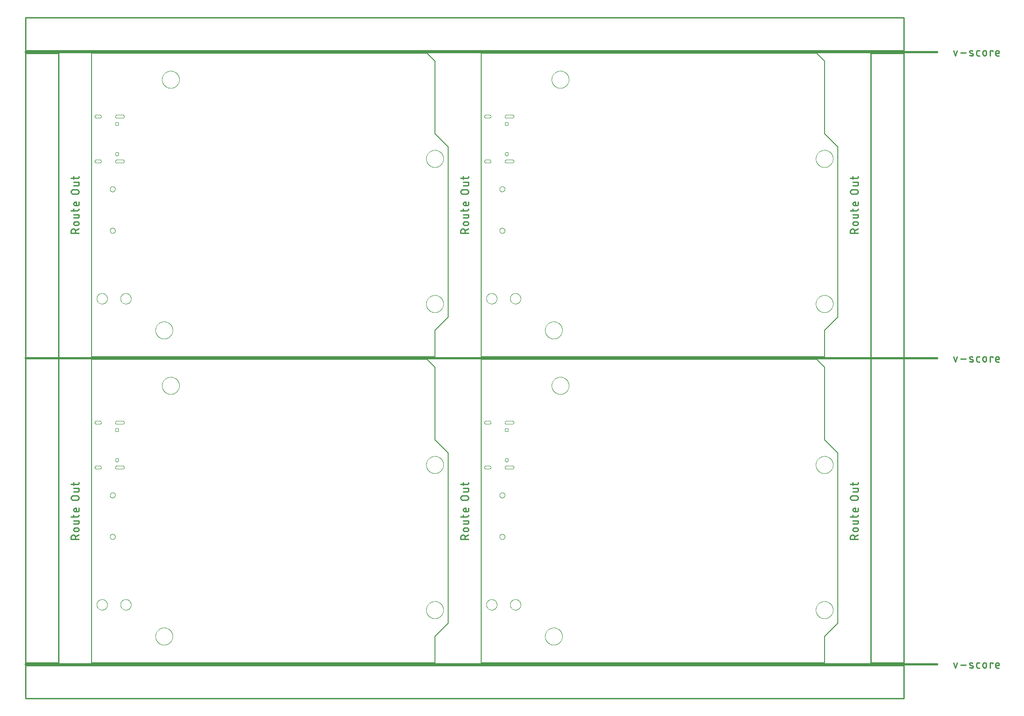
<source format=gko>
G04 EAGLE Gerber RS-274X export*
G75*
%MOMM*%
%FSLAX34Y34*%
%LPD*%
%IN*%
%IPPOS*%
%AMOC8*
5,1,8,0,0,1.08239X$1,22.5*%
G01*
%ADD10C,0.203200*%
%ADD11C,0.279400*%
%ADD12C,0.381000*%
%ADD13C,0.254000*%
%ADD14C,0.000000*%
%ADD15C,0.010000*%


D10*
X0Y584200D02*
X645160Y584200D01*
X660400Y568960D01*
X660400Y429260D02*
X685800Y403860D01*
X685800Y76200D01*
X660400Y50800D01*
X660400Y0D01*
X0Y0D01*
X0Y584200D01*
X660400Y568960D02*
X660400Y429260D01*
D11*
X-24257Y237604D02*
X-39243Y237604D01*
X-39243Y241767D01*
X-39241Y241895D01*
X-39235Y242023D01*
X-39225Y242151D01*
X-39211Y242279D01*
X-39194Y242406D01*
X-39172Y242532D01*
X-39147Y242658D01*
X-39117Y242782D01*
X-39084Y242906D01*
X-39047Y243029D01*
X-39006Y243151D01*
X-38962Y243271D01*
X-38914Y243390D01*
X-38862Y243507D01*
X-38807Y243623D01*
X-38748Y243736D01*
X-38685Y243849D01*
X-38619Y243959D01*
X-38550Y244066D01*
X-38478Y244172D01*
X-38402Y244276D01*
X-38323Y244377D01*
X-38241Y244476D01*
X-38156Y244572D01*
X-38069Y244665D01*
X-37978Y244756D01*
X-37885Y244843D01*
X-37789Y244928D01*
X-37690Y245010D01*
X-37589Y245089D01*
X-37485Y245165D01*
X-37379Y245237D01*
X-37272Y245306D01*
X-37161Y245372D01*
X-37049Y245435D01*
X-36936Y245494D01*
X-36820Y245549D01*
X-36703Y245601D01*
X-36584Y245649D01*
X-36464Y245693D01*
X-36342Y245734D01*
X-36219Y245771D01*
X-36095Y245804D01*
X-35971Y245834D01*
X-35845Y245859D01*
X-35719Y245881D01*
X-35592Y245898D01*
X-35464Y245912D01*
X-35336Y245922D01*
X-35208Y245928D01*
X-35080Y245930D01*
X-34952Y245928D01*
X-34824Y245922D01*
X-34696Y245912D01*
X-34568Y245898D01*
X-34441Y245881D01*
X-34315Y245859D01*
X-34189Y245834D01*
X-34065Y245804D01*
X-33941Y245771D01*
X-33818Y245734D01*
X-33696Y245693D01*
X-33576Y245649D01*
X-33457Y245601D01*
X-33340Y245549D01*
X-33224Y245494D01*
X-33111Y245435D01*
X-32999Y245372D01*
X-32888Y245306D01*
X-32781Y245237D01*
X-32675Y245165D01*
X-32571Y245089D01*
X-32470Y245010D01*
X-32371Y244928D01*
X-32275Y244843D01*
X-32182Y244756D01*
X-32091Y244665D01*
X-32004Y244572D01*
X-31919Y244476D01*
X-31837Y244377D01*
X-31758Y244276D01*
X-31682Y244172D01*
X-31610Y244066D01*
X-31541Y243959D01*
X-31475Y243849D01*
X-31412Y243736D01*
X-31353Y243623D01*
X-31298Y243507D01*
X-31246Y243390D01*
X-31198Y243271D01*
X-31154Y243151D01*
X-31113Y243029D01*
X-31076Y242906D01*
X-31043Y242782D01*
X-31013Y242658D01*
X-30988Y242532D01*
X-30966Y242406D01*
X-30949Y242279D01*
X-30935Y242151D01*
X-30925Y242023D01*
X-30919Y241895D01*
X-30917Y241767D01*
X-30917Y237604D01*
X-30917Y242599D02*
X-24257Y245929D01*
X-27587Y252888D02*
X-30917Y252888D01*
X-31031Y252890D01*
X-31144Y252896D01*
X-31258Y252905D01*
X-31370Y252919D01*
X-31483Y252936D01*
X-31595Y252958D01*
X-31705Y252983D01*
X-31815Y253011D01*
X-31924Y253044D01*
X-32032Y253080D01*
X-32139Y253120D01*
X-32244Y253164D01*
X-32347Y253211D01*
X-32449Y253261D01*
X-32549Y253315D01*
X-32647Y253373D01*
X-32743Y253434D01*
X-32837Y253497D01*
X-32929Y253565D01*
X-33019Y253635D01*
X-33105Y253708D01*
X-33190Y253784D01*
X-33272Y253863D01*
X-33351Y253945D01*
X-33427Y254030D01*
X-33500Y254116D01*
X-33570Y254206D01*
X-33638Y254298D01*
X-33701Y254392D01*
X-33762Y254488D01*
X-33820Y254586D01*
X-33874Y254686D01*
X-33924Y254788D01*
X-33971Y254891D01*
X-34015Y254996D01*
X-34055Y255103D01*
X-34091Y255211D01*
X-34124Y255320D01*
X-34152Y255430D01*
X-34177Y255540D01*
X-34199Y255652D01*
X-34216Y255765D01*
X-34230Y255877D01*
X-34239Y255991D01*
X-34245Y256104D01*
X-34247Y256218D01*
X-34245Y256332D01*
X-34239Y256445D01*
X-34230Y256559D01*
X-34216Y256671D01*
X-34199Y256784D01*
X-34177Y256896D01*
X-34152Y257006D01*
X-34124Y257116D01*
X-34091Y257225D01*
X-34055Y257333D01*
X-34015Y257440D01*
X-33971Y257545D01*
X-33924Y257648D01*
X-33874Y257750D01*
X-33820Y257850D01*
X-33762Y257948D01*
X-33701Y258044D01*
X-33638Y258138D01*
X-33570Y258230D01*
X-33500Y258320D01*
X-33427Y258406D01*
X-33351Y258491D01*
X-33272Y258573D01*
X-33190Y258652D01*
X-33105Y258728D01*
X-33019Y258801D01*
X-32929Y258871D01*
X-32837Y258939D01*
X-32743Y259002D01*
X-32647Y259063D01*
X-32549Y259121D01*
X-32449Y259175D01*
X-32347Y259225D01*
X-32244Y259272D01*
X-32139Y259316D01*
X-32032Y259356D01*
X-31924Y259392D01*
X-31815Y259425D01*
X-31705Y259453D01*
X-31595Y259478D01*
X-31483Y259500D01*
X-31370Y259517D01*
X-31258Y259531D01*
X-31144Y259540D01*
X-31031Y259546D01*
X-30917Y259548D01*
X-27587Y259548D01*
X-27473Y259546D01*
X-27360Y259540D01*
X-27246Y259531D01*
X-27134Y259517D01*
X-27021Y259500D01*
X-26909Y259478D01*
X-26799Y259453D01*
X-26689Y259425D01*
X-26580Y259392D01*
X-26472Y259356D01*
X-26365Y259316D01*
X-26260Y259272D01*
X-26157Y259225D01*
X-26055Y259175D01*
X-25955Y259121D01*
X-25857Y259063D01*
X-25761Y259002D01*
X-25667Y258939D01*
X-25575Y258871D01*
X-25485Y258801D01*
X-25399Y258728D01*
X-25314Y258652D01*
X-25232Y258573D01*
X-25153Y258491D01*
X-25077Y258406D01*
X-25004Y258320D01*
X-24934Y258230D01*
X-24866Y258138D01*
X-24803Y258044D01*
X-24742Y257948D01*
X-24684Y257850D01*
X-24630Y257750D01*
X-24580Y257648D01*
X-24533Y257545D01*
X-24489Y257440D01*
X-24449Y257333D01*
X-24413Y257225D01*
X-24380Y257116D01*
X-24352Y257006D01*
X-24327Y256896D01*
X-24305Y256784D01*
X-24288Y256671D01*
X-24274Y256559D01*
X-24265Y256445D01*
X-24259Y256332D01*
X-24257Y256218D01*
X-24259Y256104D01*
X-24265Y255991D01*
X-24274Y255877D01*
X-24288Y255765D01*
X-24305Y255652D01*
X-24327Y255540D01*
X-24352Y255430D01*
X-24380Y255320D01*
X-24413Y255211D01*
X-24449Y255103D01*
X-24489Y254996D01*
X-24533Y254891D01*
X-24580Y254788D01*
X-24630Y254686D01*
X-24684Y254586D01*
X-24742Y254488D01*
X-24803Y254392D01*
X-24866Y254298D01*
X-24934Y254206D01*
X-25004Y254116D01*
X-25077Y254030D01*
X-25153Y253945D01*
X-25232Y253863D01*
X-25314Y253784D01*
X-25399Y253708D01*
X-25485Y253635D01*
X-25575Y253565D01*
X-25667Y253497D01*
X-25761Y253434D01*
X-25857Y253373D01*
X-25955Y253315D01*
X-26055Y253261D01*
X-26157Y253211D01*
X-26260Y253164D01*
X-26365Y253120D01*
X-26472Y253080D01*
X-26580Y253044D01*
X-26689Y253011D01*
X-26799Y252983D01*
X-26909Y252958D01*
X-27021Y252936D01*
X-27134Y252919D01*
X-27246Y252905D01*
X-27360Y252896D01*
X-27473Y252890D01*
X-27587Y252888D01*
X-26755Y266956D02*
X-34248Y266956D01*
X-26755Y266955D02*
X-26657Y266957D01*
X-26559Y266963D01*
X-26461Y266972D01*
X-26364Y266986D01*
X-26268Y267003D01*
X-26172Y267024D01*
X-26077Y267049D01*
X-25983Y267077D01*
X-25890Y267109D01*
X-25799Y267145D01*
X-25709Y267184D01*
X-25621Y267227D01*
X-25534Y267274D01*
X-25450Y267323D01*
X-25367Y267376D01*
X-25287Y267432D01*
X-25209Y267491D01*
X-25133Y267554D01*
X-25059Y267619D01*
X-24989Y267687D01*
X-24921Y267757D01*
X-24856Y267831D01*
X-24793Y267907D01*
X-24734Y267985D01*
X-24678Y268065D01*
X-24625Y268148D01*
X-24576Y268232D01*
X-24529Y268319D01*
X-24486Y268407D01*
X-24447Y268497D01*
X-24411Y268588D01*
X-24379Y268681D01*
X-24351Y268775D01*
X-24326Y268870D01*
X-24305Y268966D01*
X-24288Y269062D01*
X-24274Y269159D01*
X-24265Y269257D01*
X-24259Y269355D01*
X-24257Y269453D01*
X-24257Y273616D01*
X-34248Y273616D01*
X-34248Y279597D02*
X-34248Y284592D01*
X-39243Y281262D02*
X-26755Y281262D01*
X-26657Y281264D01*
X-26559Y281270D01*
X-26461Y281279D01*
X-26364Y281293D01*
X-26268Y281310D01*
X-26172Y281331D01*
X-26077Y281356D01*
X-25983Y281384D01*
X-25890Y281416D01*
X-25799Y281452D01*
X-25709Y281491D01*
X-25621Y281534D01*
X-25534Y281581D01*
X-25450Y281630D01*
X-25367Y281683D01*
X-25287Y281739D01*
X-25209Y281798D01*
X-25133Y281861D01*
X-25059Y281926D01*
X-24989Y281994D01*
X-24921Y282064D01*
X-24856Y282138D01*
X-24793Y282214D01*
X-24734Y282292D01*
X-24678Y282372D01*
X-24625Y282455D01*
X-24576Y282539D01*
X-24529Y282626D01*
X-24486Y282714D01*
X-24447Y282804D01*
X-24411Y282895D01*
X-24379Y282988D01*
X-24351Y283082D01*
X-24326Y283177D01*
X-24305Y283273D01*
X-24288Y283369D01*
X-24274Y283466D01*
X-24265Y283564D01*
X-24259Y283662D01*
X-24257Y283760D01*
X-24257Y284592D01*
X-24257Y293421D02*
X-24257Y297584D01*
X-24257Y293421D02*
X-24259Y293323D01*
X-24265Y293225D01*
X-24274Y293127D01*
X-24288Y293030D01*
X-24305Y292934D01*
X-24326Y292838D01*
X-24351Y292743D01*
X-24379Y292649D01*
X-24411Y292556D01*
X-24447Y292465D01*
X-24486Y292375D01*
X-24529Y292287D01*
X-24576Y292200D01*
X-24625Y292116D01*
X-24678Y292033D01*
X-24734Y291953D01*
X-24793Y291875D01*
X-24856Y291799D01*
X-24921Y291725D01*
X-24989Y291655D01*
X-25059Y291587D01*
X-25133Y291522D01*
X-25209Y291459D01*
X-25287Y291400D01*
X-25367Y291344D01*
X-25450Y291291D01*
X-25534Y291242D01*
X-25621Y291195D01*
X-25709Y291152D01*
X-25799Y291113D01*
X-25890Y291077D01*
X-25983Y291045D01*
X-26077Y291017D01*
X-26172Y290992D01*
X-26268Y290971D01*
X-26364Y290954D01*
X-26461Y290940D01*
X-26559Y290931D01*
X-26657Y290925D01*
X-26755Y290923D01*
X-26755Y290924D02*
X-30917Y290924D01*
X-31031Y290926D01*
X-31144Y290932D01*
X-31258Y290941D01*
X-31370Y290955D01*
X-31483Y290972D01*
X-31595Y290994D01*
X-31705Y291019D01*
X-31815Y291047D01*
X-31924Y291080D01*
X-32032Y291116D01*
X-32139Y291156D01*
X-32244Y291200D01*
X-32347Y291247D01*
X-32449Y291297D01*
X-32549Y291351D01*
X-32647Y291409D01*
X-32743Y291470D01*
X-32837Y291533D01*
X-32929Y291601D01*
X-33019Y291671D01*
X-33105Y291744D01*
X-33190Y291820D01*
X-33272Y291899D01*
X-33351Y291981D01*
X-33427Y292066D01*
X-33500Y292152D01*
X-33570Y292242D01*
X-33638Y292334D01*
X-33701Y292428D01*
X-33762Y292524D01*
X-33820Y292622D01*
X-33874Y292722D01*
X-33924Y292824D01*
X-33971Y292927D01*
X-34015Y293032D01*
X-34055Y293139D01*
X-34091Y293247D01*
X-34124Y293356D01*
X-34152Y293466D01*
X-34177Y293576D01*
X-34199Y293688D01*
X-34216Y293801D01*
X-34230Y293913D01*
X-34239Y294027D01*
X-34245Y294140D01*
X-34247Y294254D01*
X-34245Y294368D01*
X-34239Y294481D01*
X-34230Y294595D01*
X-34216Y294707D01*
X-34199Y294820D01*
X-34177Y294932D01*
X-34152Y295042D01*
X-34124Y295152D01*
X-34091Y295261D01*
X-34055Y295369D01*
X-34015Y295476D01*
X-33971Y295581D01*
X-33924Y295684D01*
X-33874Y295786D01*
X-33820Y295886D01*
X-33762Y295984D01*
X-33701Y296080D01*
X-33638Y296174D01*
X-33570Y296266D01*
X-33500Y296356D01*
X-33427Y296442D01*
X-33351Y296527D01*
X-33272Y296609D01*
X-33190Y296688D01*
X-33105Y296764D01*
X-33019Y296837D01*
X-32929Y296907D01*
X-32837Y296975D01*
X-32743Y297038D01*
X-32647Y297099D01*
X-32549Y297157D01*
X-32449Y297211D01*
X-32347Y297261D01*
X-32244Y297308D01*
X-32139Y297352D01*
X-32032Y297392D01*
X-31924Y297428D01*
X-31815Y297461D01*
X-31705Y297489D01*
X-31595Y297514D01*
X-31483Y297536D01*
X-31370Y297553D01*
X-31258Y297567D01*
X-31144Y297576D01*
X-31031Y297582D01*
X-30917Y297584D01*
X-29252Y297584D01*
X-29252Y290924D01*
X-28420Y313017D02*
X-35080Y313017D01*
X-35208Y313019D01*
X-35336Y313025D01*
X-35464Y313035D01*
X-35592Y313049D01*
X-35719Y313066D01*
X-35845Y313088D01*
X-35971Y313113D01*
X-36095Y313143D01*
X-36219Y313176D01*
X-36342Y313213D01*
X-36464Y313254D01*
X-36584Y313298D01*
X-36703Y313346D01*
X-36820Y313398D01*
X-36936Y313453D01*
X-37049Y313512D01*
X-37162Y313575D01*
X-37272Y313641D01*
X-37379Y313710D01*
X-37485Y313782D01*
X-37589Y313858D01*
X-37690Y313937D01*
X-37789Y314019D01*
X-37885Y314104D01*
X-37978Y314191D01*
X-38069Y314282D01*
X-38156Y314375D01*
X-38241Y314471D01*
X-38323Y314570D01*
X-38402Y314671D01*
X-38478Y314775D01*
X-38550Y314881D01*
X-38619Y314988D01*
X-38685Y315099D01*
X-38748Y315211D01*
X-38807Y315324D01*
X-38862Y315440D01*
X-38914Y315557D01*
X-38962Y315676D01*
X-39006Y315796D01*
X-39047Y315918D01*
X-39084Y316041D01*
X-39117Y316165D01*
X-39147Y316289D01*
X-39172Y316415D01*
X-39194Y316541D01*
X-39211Y316668D01*
X-39225Y316796D01*
X-39235Y316924D01*
X-39241Y317052D01*
X-39243Y317180D01*
X-39241Y317308D01*
X-39235Y317436D01*
X-39225Y317564D01*
X-39211Y317692D01*
X-39194Y317819D01*
X-39172Y317945D01*
X-39147Y318071D01*
X-39117Y318195D01*
X-39084Y318319D01*
X-39047Y318442D01*
X-39006Y318564D01*
X-38962Y318684D01*
X-38914Y318803D01*
X-38862Y318920D01*
X-38807Y319036D01*
X-38748Y319149D01*
X-38685Y319262D01*
X-38619Y319372D01*
X-38550Y319479D01*
X-38478Y319585D01*
X-38402Y319689D01*
X-38323Y319790D01*
X-38241Y319889D01*
X-38156Y319985D01*
X-38069Y320078D01*
X-37978Y320169D01*
X-37885Y320256D01*
X-37789Y320341D01*
X-37690Y320423D01*
X-37589Y320502D01*
X-37485Y320578D01*
X-37379Y320650D01*
X-37272Y320719D01*
X-37161Y320785D01*
X-37049Y320848D01*
X-36936Y320907D01*
X-36820Y320962D01*
X-36703Y321014D01*
X-36584Y321062D01*
X-36464Y321106D01*
X-36342Y321147D01*
X-36219Y321184D01*
X-36095Y321217D01*
X-35971Y321247D01*
X-35845Y321272D01*
X-35719Y321294D01*
X-35592Y321311D01*
X-35464Y321325D01*
X-35336Y321335D01*
X-35208Y321341D01*
X-35080Y321343D01*
X-35080Y321342D02*
X-28420Y321342D01*
X-28420Y321343D02*
X-28292Y321341D01*
X-28164Y321335D01*
X-28036Y321325D01*
X-27908Y321311D01*
X-27781Y321294D01*
X-27655Y321272D01*
X-27529Y321247D01*
X-27405Y321217D01*
X-27281Y321184D01*
X-27158Y321147D01*
X-27036Y321106D01*
X-26916Y321062D01*
X-26797Y321014D01*
X-26680Y320962D01*
X-26564Y320907D01*
X-26451Y320848D01*
X-26338Y320785D01*
X-26228Y320719D01*
X-26121Y320650D01*
X-26015Y320578D01*
X-25911Y320502D01*
X-25810Y320423D01*
X-25711Y320341D01*
X-25615Y320256D01*
X-25522Y320169D01*
X-25431Y320078D01*
X-25344Y319985D01*
X-25259Y319889D01*
X-25177Y319790D01*
X-25098Y319689D01*
X-25022Y319585D01*
X-24950Y319479D01*
X-24881Y319372D01*
X-24815Y319262D01*
X-24752Y319149D01*
X-24693Y319036D01*
X-24638Y318920D01*
X-24586Y318803D01*
X-24538Y318684D01*
X-24494Y318564D01*
X-24453Y318442D01*
X-24416Y318319D01*
X-24383Y318195D01*
X-24353Y318071D01*
X-24328Y317945D01*
X-24306Y317819D01*
X-24289Y317692D01*
X-24275Y317564D01*
X-24265Y317436D01*
X-24259Y317308D01*
X-24257Y317180D01*
X-24259Y317052D01*
X-24265Y316924D01*
X-24275Y316796D01*
X-24289Y316668D01*
X-24306Y316541D01*
X-24328Y316415D01*
X-24353Y316289D01*
X-24383Y316165D01*
X-24416Y316041D01*
X-24453Y315918D01*
X-24494Y315796D01*
X-24538Y315676D01*
X-24586Y315557D01*
X-24638Y315440D01*
X-24693Y315324D01*
X-24752Y315211D01*
X-24815Y315099D01*
X-24881Y314988D01*
X-24950Y314881D01*
X-25022Y314775D01*
X-25098Y314671D01*
X-25177Y314570D01*
X-25259Y314471D01*
X-25344Y314375D01*
X-25431Y314282D01*
X-25522Y314191D01*
X-25615Y314104D01*
X-25711Y314019D01*
X-25810Y313937D01*
X-25911Y313858D01*
X-26015Y313782D01*
X-26121Y313710D01*
X-26228Y313641D01*
X-26339Y313575D01*
X-26451Y313512D01*
X-26564Y313453D01*
X-26680Y313398D01*
X-26797Y313346D01*
X-26916Y313298D01*
X-27036Y313254D01*
X-27158Y313213D01*
X-27281Y313176D01*
X-27405Y313143D01*
X-27529Y313113D01*
X-27655Y313088D01*
X-27781Y313066D01*
X-27908Y313049D01*
X-28036Y313035D01*
X-28164Y313025D01*
X-28292Y313019D01*
X-28420Y313017D01*
X-26755Y328959D02*
X-34248Y328959D01*
X-26755Y328959D02*
X-26657Y328961D01*
X-26559Y328967D01*
X-26461Y328976D01*
X-26364Y328990D01*
X-26268Y329007D01*
X-26172Y329028D01*
X-26077Y329053D01*
X-25983Y329081D01*
X-25890Y329113D01*
X-25799Y329149D01*
X-25709Y329188D01*
X-25621Y329231D01*
X-25534Y329278D01*
X-25450Y329327D01*
X-25367Y329380D01*
X-25287Y329436D01*
X-25209Y329495D01*
X-25133Y329558D01*
X-25059Y329623D01*
X-24989Y329691D01*
X-24921Y329761D01*
X-24856Y329835D01*
X-24793Y329911D01*
X-24734Y329989D01*
X-24678Y330069D01*
X-24625Y330152D01*
X-24576Y330236D01*
X-24529Y330323D01*
X-24486Y330411D01*
X-24447Y330501D01*
X-24411Y330592D01*
X-24379Y330685D01*
X-24351Y330779D01*
X-24326Y330874D01*
X-24305Y330970D01*
X-24288Y331066D01*
X-24274Y331163D01*
X-24265Y331261D01*
X-24259Y331359D01*
X-24257Y331457D01*
X-24257Y335620D01*
X-34248Y335620D01*
X-34248Y341601D02*
X-34248Y346596D01*
X-39243Y343266D02*
X-26755Y343266D01*
X-26657Y343268D01*
X-26559Y343274D01*
X-26461Y343283D01*
X-26364Y343297D01*
X-26268Y343314D01*
X-26172Y343335D01*
X-26077Y343360D01*
X-25983Y343388D01*
X-25890Y343420D01*
X-25799Y343456D01*
X-25709Y343495D01*
X-25621Y343538D01*
X-25534Y343585D01*
X-25450Y343634D01*
X-25367Y343687D01*
X-25287Y343743D01*
X-25209Y343802D01*
X-25133Y343865D01*
X-25059Y343930D01*
X-24989Y343998D01*
X-24921Y344068D01*
X-24856Y344142D01*
X-24793Y344218D01*
X-24734Y344296D01*
X-24678Y344376D01*
X-24625Y344459D01*
X-24576Y344543D01*
X-24529Y344630D01*
X-24486Y344718D01*
X-24447Y344808D01*
X-24411Y344899D01*
X-24379Y344992D01*
X-24351Y345086D01*
X-24326Y345181D01*
X-24305Y345277D01*
X-24288Y345373D01*
X-24274Y345470D01*
X-24265Y345568D01*
X-24259Y345666D01*
X-24257Y345764D01*
X-24257Y346596D01*
D10*
X749300Y584200D02*
X1394460Y584200D01*
X1409700Y568960D01*
X1409700Y429260D02*
X1435100Y403860D01*
X1435100Y76200D01*
X1409700Y50800D01*
X1409700Y0D01*
X749300Y0D01*
X749300Y584200D01*
X1409700Y568960D02*
X1409700Y429260D01*
D11*
X725043Y237604D02*
X710057Y237604D01*
X710057Y241767D01*
X710059Y241895D01*
X710065Y242023D01*
X710075Y242151D01*
X710089Y242279D01*
X710106Y242406D01*
X710128Y242532D01*
X710153Y242658D01*
X710183Y242782D01*
X710216Y242906D01*
X710253Y243029D01*
X710294Y243151D01*
X710338Y243271D01*
X710386Y243390D01*
X710438Y243507D01*
X710493Y243623D01*
X710552Y243736D01*
X710615Y243849D01*
X710681Y243959D01*
X710750Y244066D01*
X710822Y244172D01*
X710898Y244276D01*
X710977Y244377D01*
X711059Y244476D01*
X711144Y244572D01*
X711231Y244665D01*
X711322Y244756D01*
X711415Y244843D01*
X711511Y244928D01*
X711610Y245010D01*
X711711Y245089D01*
X711815Y245165D01*
X711921Y245237D01*
X712028Y245306D01*
X712139Y245372D01*
X712251Y245435D01*
X712364Y245494D01*
X712480Y245549D01*
X712597Y245601D01*
X712716Y245649D01*
X712836Y245693D01*
X712958Y245734D01*
X713081Y245771D01*
X713205Y245804D01*
X713329Y245834D01*
X713455Y245859D01*
X713581Y245881D01*
X713708Y245898D01*
X713836Y245912D01*
X713964Y245922D01*
X714092Y245928D01*
X714220Y245930D01*
X714348Y245928D01*
X714476Y245922D01*
X714604Y245912D01*
X714732Y245898D01*
X714859Y245881D01*
X714985Y245859D01*
X715111Y245834D01*
X715235Y245804D01*
X715359Y245771D01*
X715482Y245734D01*
X715604Y245693D01*
X715724Y245649D01*
X715843Y245601D01*
X715960Y245549D01*
X716076Y245494D01*
X716189Y245435D01*
X716302Y245372D01*
X716412Y245306D01*
X716519Y245237D01*
X716625Y245165D01*
X716729Y245089D01*
X716830Y245010D01*
X716929Y244928D01*
X717025Y244843D01*
X717118Y244756D01*
X717209Y244665D01*
X717296Y244572D01*
X717381Y244476D01*
X717463Y244377D01*
X717542Y244276D01*
X717618Y244172D01*
X717690Y244066D01*
X717759Y243959D01*
X717825Y243849D01*
X717888Y243736D01*
X717947Y243623D01*
X718002Y243507D01*
X718054Y243390D01*
X718102Y243271D01*
X718146Y243151D01*
X718187Y243029D01*
X718224Y242906D01*
X718257Y242782D01*
X718287Y242658D01*
X718312Y242532D01*
X718334Y242406D01*
X718351Y242279D01*
X718365Y242151D01*
X718375Y242023D01*
X718381Y241895D01*
X718383Y241767D01*
X718383Y237604D01*
X718383Y242599D02*
X725043Y245929D01*
X721713Y252888D02*
X718383Y252888D01*
X718269Y252890D01*
X718156Y252896D01*
X718042Y252905D01*
X717930Y252919D01*
X717817Y252936D01*
X717705Y252958D01*
X717595Y252983D01*
X717485Y253011D01*
X717376Y253044D01*
X717268Y253080D01*
X717161Y253120D01*
X717056Y253164D01*
X716953Y253211D01*
X716851Y253261D01*
X716751Y253315D01*
X716653Y253373D01*
X716557Y253434D01*
X716463Y253497D01*
X716371Y253565D01*
X716281Y253635D01*
X716195Y253708D01*
X716110Y253784D01*
X716028Y253863D01*
X715949Y253945D01*
X715873Y254030D01*
X715800Y254116D01*
X715730Y254206D01*
X715662Y254298D01*
X715599Y254392D01*
X715538Y254488D01*
X715480Y254586D01*
X715426Y254686D01*
X715376Y254788D01*
X715329Y254891D01*
X715285Y254996D01*
X715245Y255103D01*
X715209Y255211D01*
X715176Y255320D01*
X715148Y255430D01*
X715123Y255540D01*
X715101Y255652D01*
X715084Y255765D01*
X715070Y255877D01*
X715061Y255991D01*
X715055Y256104D01*
X715053Y256218D01*
X715055Y256332D01*
X715061Y256445D01*
X715070Y256559D01*
X715084Y256671D01*
X715101Y256784D01*
X715123Y256896D01*
X715148Y257006D01*
X715176Y257116D01*
X715209Y257225D01*
X715245Y257333D01*
X715285Y257440D01*
X715329Y257545D01*
X715376Y257648D01*
X715426Y257750D01*
X715480Y257850D01*
X715538Y257948D01*
X715599Y258044D01*
X715662Y258138D01*
X715730Y258230D01*
X715800Y258320D01*
X715873Y258406D01*
X715949Y258491D01*
X716028Y258573D01*
X716110Y258652D01*
X716195Y258728D01*
X716281Y258801D01*
X716371Y258871D01*
X716463Y258939D01*
X716557Y259002D01*
X716653Y259063D01*
X716751Y259121D01*
X716851Y259175D01*
X716953Y259225D01*
X717056Y259272D01*
X717161Y259316D01*
X717268Y259356D01*
X717376Y259392D01*
X717485Y259425D01*
X717595Y259453D01*
X717705Y259478D01*
X717817Y259500D01*
X717930Y259517D01*
X718042Y259531D01*
X718156Y259540D01*
X718269Y259546D01*
X718383Y259548D01*
X721713Y259548D01*
X721827Y259546D01*
X721940Y259540D01*
X722054Y259531D01*
X722166Y259517D01*
X722279Y259500D01*
X722391Y259478D01*
X722501Y259453D01*
X722611Y259425D01*
X722720Y259392D01*
X722828Y259356D01*
X722935Y259316D01*
X723040Y259272D01*
X723143Y259225D01*
X723245Y259175D01*
X723345Y259121D01*
X723443Y259063D01*
X723539Y259002D01*
X723633Y258939D01*
X723725Y258871D01*
X723815Y258801D01*
X723901Y258728D01*
X723986Y258652D01*
X724068Y258573D01*
X724147Y258491D01*
X724223Y258406D01*
X724296Y258320D01*
X724366Y258230D01*
X724434Y258138D01*
X724497Y258044D01*
X724558Y257948D01*
X724616Y257850D01*
X724670Y257750D01*
X724720Y257648D01*
X724767Y257545D01*
X724811Y257440D01*
X724851Y257333D01*
X724887Y257225D01*
X724920Y257116D01*
X724948Y257006D01*
X724973Y256896D01*
X724995Y256784D01*
X725012Y256671D01*
X725026Y256559D01*
X725035Y256445D01*
X725041Y256332D01*
X725043Y256218D01*
X725041Y256104D01*
X725035Y255991D01*
X725026Y255877D01*
X725012Y255765D01*
X724995Y255652D01*
X724973Y255540D01*
X724948Y255430D01*
X724920Y255320D01*
X724887Y255211D01*
X724851Y255103D01*
X724811Y254996D01*
X724767Y254891D01*
X724720Y254788D01*
X724670Y254686D01*
X724616Y254586D01*
X724558Y254488D01*
X724497Y254392D01*
X724434Y254298D01*
X724366Y254206D01*
X724296Y254116D01*
X724223Y254030D01*
X724147Y253945D01*
X724068Y253863D01*
X723986Y253784D01*
X723901Y253708D01*
X723815Y253635D01*
X723725Y253565D01*
X723633Y253497D01*
X723539Y253434D01*
X723443Y253373D01*
X723345Y253315D01*
X723245Y253261D01*
X723143Y253211D01*
X723040Y253164D01*
X722935Y253120D01*
X722828Y253080D01*
X722720Y253044D01*
X722611Y253011D01*
X722501Y252983D01*
X722391Y252958D01*
X722279Y252936D01*
X722166Y252919D01*
X722054Y252905D01*
X721940Y252896D01*
X721827Y252890D01*
X721713Y252888D01*
X722545Y266956D02*
X715052Y266956D01*
X722545Y266955D02*
X722643Y266957D01*
X722741Y266963D01*
X722839Y266972D01*
X722936Y266986D01*
X723032Y267003D01*
X723128Y267024D01*
X723223Y267049D01*
X723317Y267077D01*
X723410Y267109D01*
X723501Y267145D01*
X723591Y267184D01*
X723679Y267227D01*
X723766Y267274D01*
X723850Y267323D01*
X723933Y267376D01*
X724013Y267432D01*
X724092Y267491D01*
X724167Y267554D01*
X724241Y267619D01*
X724311Y267687D01*
X724379Y267757D01*
X724445Y267831D01*
X724507Y267907D01*
X724566Y267985D01*
X724622Y268065D01*
X724675Y268148D01*
X724725Y268232D01*
X724771Y268319D01*
X724814Y268407D01*
X724853Y268497D01*
X724889Y268588D01*
X724921Y268681D01*
X724949Y268775D01*
X724974Y268870D01*
X724995Y268966D01*
X725012Y269062D01*
X725026Y269159D01*
X725035Y269257D01*
X725041Y269355D01*
X725043Y269453D01*
X725043Y273616D01*
X715052Y273616D01*
X715052Y279597D02*
X715052Y284592D01*
X710057Y281262D02*
X722545Y281262D01*
X722643Y281264D01*
X722741Y281270D01*
X722839Y281279D01*
X722936Y281293D01*
X723032Y281310D01*
X723128Y281331D01*
X723223Y281356D01*
X723317Y281384D01*
X723410Y281416D01*
X723501Y281452D01*
X723591Y281491D01*
X723679Y281534D01*
X723766Y281581D01*
X723850Y281630D01*
X723933Y281683D01*
X724013Y281739D01*
X724092Y281798D01*
X724167Y281861D01*
X724241Y281926D01*
X724311Y281994D01*
X724379Y282064D01*
X724445Y282138D01*
X724507Y282214D01*
X724566Y282292D01*
X724622Y282372D01*
X724675Y282455D01*
X724725Y282539D01*
X724771Y282626D01*
X724814Y282714D01*
X724853Y282804D01*
X724889Y282895D01*
X724921Y282988D01*
X724949Y283082D01*
X724974Y283177D01*
X724995Y283273D01*
X725012Y283369D01*
X725026Y283466D01*
X725035Y283564D01*
X725041Y283662D01*
X725043Y283760D01*
X725043Y284592D01*
X725043Y293421D02*
X725043Y297584D01*
X725043Y293421D02*
X725041Y293323D01*
X725035Y293225D01*
X725026Y293127D01*
X725012Y293030D01*
X724995Y292934D01*
X724974Y292838D01*
X724949Y292743D01*
X724921Y292649D01*
X724889Y292556D01*
X724853Y292465D01*
X724814Y292375D01*
X724771Y292287D01*
X724724Y292200D01*
X724675Y292116D01*
X724622Y292033D01*
X724566Y291953D01*
X724507Y291875D01*
X724445Y291799D01*
X724379Y291725D01*
X724311Y291655D01*
X724241Y291587D01*
X724167Y291522D01*
X724092Y291459D01*
X724013Y291400D01*
X723933Y291344D01*
X723850Y291291D01*
X723766Y291242D01*
X723679Y291195D01*
X723591Y291152D01*
X723501Y291113D01*
X723410Y291077D01*
X723317Y291045D01*
X723223Y291017D01*
X723128Y290992D01*
X723032Y290971D01*
X722936Y290954D01*
X722839Y290940D01*
X722741Y290931D01*
X722643Y290925D01*
X722545Y290923D01*
X722545Y290924D02*
X718383Y290924D01*
X718269Y290926D01*
X718156Y290932D01*
X718042Y290941D01*
X717930Y290955D01*
X717817Y290972D01*
X717705Y290994D01*
X717595Y291019D01*
X717485Y291047D01*
X717376Y291080D01*
X717268Y291116D01*
X717161Y291156D01*
X717056Y291200D01*
X716953Y291247D01*
X716851Y291297D01*
X716751Y291351D01*
X716653Y291409D01*
X716557Y291470D01*
X716463Y291533D01*
X716371Y291601D01*
X716281Y291671D01*
X716195Y291744D01*
X716110Y291820D01*
X716028Y291899D01*
X715949Y291981D01*
X715873Y292066D01*
X715800Y292152D01*
X715730Y292242D01*
X715662Y292334D01*
X715599Y292428D01*
X715538Y292524D01*
X715480Y292622D01*
X715426Y292722D01*
X715376Y292824D01*
X715329Y292927D01*
X715285Y293032D01*
X715245Y293139D01*
X715209Y293247D01*
X715176Y293356D01*
X715148Y293466D01*
X715123Y293576D01*
X715101Y293688D01*
X715084Y293801D01*
X715070Y293913D01*
X715061Y294027D01*
X715055Y294140D01*
X715053Y294254D01*
X715055Y294368D01*
X715061Y294481D01*
X715070Y294595D01*
X715084Y294707D01*
X715101Y294820D01*
X715123Y294932D01*
X715148Y295042D01*
X715176Y295152D01*
X715209Y295261D01*
X715245Y295369D01*
X715285Y295476D01*
X715329Y295581D01*
X715376Y295684D01*
X715426Y295786D01*
X715480Y295886D01*
X715538Y295984D01*
X715599Y296080D01*
X715662Y296174D01*
X715730Y296266D01*
X715800Y296356D01*
X715873Y296442D01*
X715949Y296527D01*
X716028Y296609D01*
X716110Y296688D01*
X716195Y296764D01*
X716281Y296837D01*
X716371Y296907D01*
X716463Y296975D01*
X716557Y297038D01*
X716653Y297099D01*
X716751Y297157D01*
X716851Y297211D01*
X716953Y297261D01*
X717056Y297308D01*
X717161Y297352D01*
X717268Y297392D01*
X717376Y297428D01*
X717485Y297461D01*
X717595Y297489D01*
X717705Y297514D01*
X717817Y297536D01*
X717930Y297553D01*
X718042Y297567D01*
X718156Y297576D01*
X718269Y297582D01*
X718383Y297584D01*
X720048Y297584D01*
X720048Y290924D01*
X720880Y313017D02*
X714220Y313017D01*
X714092Y313019D01*
X713964Y313025D01*
X713836Y313035D01*
X713708Y313049D01*
X713581Y313066D01*
X713455Y313088D01*
X713329Y313113D01*
X713205Y313143D01*
X713081Y313176D01*
X712958Y313213D01*
X712836Y313254D01*
X712716Y313298D01*
X712597Y313346D01*
X712480Y313398D01*
X712364Y313453D01*
X712251Y313512D01*
X712139Y313575D01*
X712028Y313641D01*
X711921Y313710D01*
X711815Y313782D01*
X711711Y313858D01*
X711610Y313937D01*
X711511Y314019D01*
X711415Y314104D01*
X711322Y314191D01*
X711231Y314282D01*
X711144Y314375D01*
X711059Y314471D01*
X710977Y314570D01*
X710898Y314671D01*
X710822Y314775D01*
X710750Y314881D01*
X710681Y314988D01*
X710615Y315099D01*
X710552Y315211D01*
X710493Y315324D01*
X710438Y315440D01*
X710386Y315557D01*
X710338Y315676D01*
X710294Y315796D01*
X710253Y315918D01*
X710216Y316041D01*
X710183Y316165D01*
X710153Y316289D01*
X710128Y316415D01*
X710106Y316541D01*
X710089Y316668D01*
X710075Y316796D01*
X710065Y316924D01*
X710059Y317052D01*
X710057Y317180D01*
X710059Y317308D01*
X710065Y317436D01*
X710075Y317564D01*
X710089Y317692D01*
X710106Y317819D01*
X710128Y317945D01*
X710153Y318071D01*
X710183Y318195D01*
X710216Y318319D01*
X710253Y318442D01*
X710294Y318564D01*
X710338Y318684D01*
X710386Y318803D01*
X710438Y318920D01*
X710493Y319036D01*
X710552Y319149D01*
X710615Y319262D01*
X710681Y319372D01*
X710750Y319479D01*
X710822Y319585D01*
X710898Y319689D01*
X710977Y319790D01*
X711059Y319889D01*
X711144Y319985D01*
X711231Y320078D01*
X711322Y320169D01*
X711415Y320256D01*
X711511Y320341D01*
X711610Y320423D01*
X711711Y320502D01*
X711815Y320578D01*
X711921Y320650D01*
X712028Y320719D01*
X712139Y320785D01*
X712251Y320848D01*
X712364Y320907D01*
X712480Y320962D01*
X712597Y321014D01*
X712716Y321062D01*
X712836Y321106D01*
X712958Y321147D01*
X713081Y321184D01*
X713205Y321217D01*
X713329Y321247D01*
X713455Y321272D01*
X713581Y321294D01*
X713708Y321311D01*
X713836Y321325D01*
X713964Y321335D01*
X714092Y321341D01*
X714220Y321343D01*
X714220Y321342D02*
X720880Y321342D01*
X720880Y321343D02*
X721008Y321341D01*
X721136Y321335D01*
X721264Y321325D01*
X721392Y321311D01*
X721519Y321294D01*
X721645Y321272D01*
X721771Y321247D01*
X721895Y321217D01*
X722019Y321184D01*
X722142Y321147D01*
X722264Y321106D01*
X722384Y321062D01*
X722503Y321014D01*
X722620Y320962D01*
X722736Y320907D01*
X722849Y320848D01*
X722962Y320785D01*
X723072Y320719D01*
X723179Y320650D01*
X723285Y320578D01*
X723389Y320502D01*
X723490Y320423D01*
X723589Y320341D01*
X723685Y320256D01*
X723778Y320169D01*
X723869Y320078D01*
X723956Y319985D01*
X724041Y319889D01*
X724123Y319790D01*
X724202Y319689D01*
X724278Y319585D01*
X724350Y319479D01*
X724419Y319372D01*
X724485Y319262D01*
X724548Y319149D01*
X724607Y319036D01*
X724662Y318920D01*
X724714Y318803D01*
X724762Y318684D01*
X724806Y318564D01*
X724847Y318442D01*
X724884Y318319D01*
X724917Y318195D01*
X724947Y318071D01*
X724972Y317945D01*
X724994Y317819D01*
X725011Y317692D01*
X725025Y317564D01*
X725035Y317436D01*
X725041Y317308D01*
X725043Y317180D01*
X725041Y317052D01*
X725035Y316924D01*
X725025Y316796D01*
X725011Y316668D01*
X724994Y316541D01*
X724972Y316415D01*
X724947Y316289D01*
X724917Y316165D01*
X724884Y316041D01*
X724847Y315918D01*
X724806Y315796D01*
X724762Y315676D01*
X724714Y315557D01*
X724662Y315440D01*
X724607Y315324D01*
X724548Y315211D01*
X724485Y315099D01*
X724419Y314988D01*
X724350Y314881D01*
X724278Y314775D01*
X724202Y314671D01*
X724123Y314570D01*
X724041Y314471D01*
X723956Y314375D01*
X723869Y314282D01*
X723778Y314191D01*
X723685Y314104D01*
X723589Y314019D01*
X723490Y313937D01*
X723389Y313858D01*
X723285Y313782D01*
X723179Y313710D01*
X723072Y313641D01*
X722962Y313575D01*
X722849Y313512D01*
X722736Y313453D01*
X722620Y313398D01*
X722503Y313346D01*
X722384Y313298D01*
X722264Y313254D01*
X722142Y313213D01*
X722019Y313176D01*
X721895Y313143D01*
X721771Y313113D01*
X721645Y313088D01*
X721519Y313066D01*
X721392Y313049D01*
X721264Y313035D01*
X721136Y313025D01*
X721008Y313019D01*
X720880Y313017D01*
X722545Y328959D02*
X715052Y328959D01*
X722545Y328959D02*
X722643Y328961D01*
X722741Y328967D01*
X722839Y328976D01*
X722936Y328990D01*
X723032Y329007D01*
X723128Y329028D01*
X723223Y329053D01*
X723317Y329081D01*
X723410Y329113D01*
X723501Y329149D01*
X723591Y329188D01*
X723679Y329231D01*
X723766Y329278D01*
X723850Y329327D01*
X723933Y329380D01*
X724013Y329436D01*
X724092Y329495D01*
X724167Y329558D01*
X724241Y329623D01*
X724311Y329691D01*
X724379Y329761D01*
X724445Y329835D01*
X724507Y329911D01*
X724566Y329989D01*
X724622Y330069D01*
X724675Y330152D01*
X724725Y330236D01*
X724771Y330323D01*
X724814Y330411D01*
X724853Y330501D01*
X724889Y330592D01*
X724921Y330685D01*
X724949Y330779D01*
X724974Y330874D01*
X724995Y330970D01*
X725012Y331066D01*
X725026Y331163D01*
X725035Y331261D01*
X725041Y331359D01*
X725043Y331457D01*
X725043Y335620D01*
X715052Y335620D01*
X715052Y341601D02*
X715052Y346596D01*
X710057Y343266D02*
X722545Y343266D01*
X722545Y343265D02*
X722643Y343267D01*
X722741Y343273D01*
X722839Y343282D01*
X722936Y343296D01*
X723032Y343313D01*
X723128Y343334D01*
X723223Y343359D01*
X723317Y343387D01*
X723410Y343419D01*
X723501Y343455D01*
X723591Y343494D01*
X723679Y343537D01*
X723766Y343584D01*
X723850Y343633D01*
X723933Y343686D01*
X724013Y343742D01*
X724092Y343801D01*
X724167Y343864D01*
X724241Y343929D01*
X724311Y343997D01*
X724379Y344067D01*
X724445Y344141D01*
X724507Y344217D01*
X724566Y344295D01*
X724622Y344375D01*
X724675Y344458D01*
X724725Y344542D01*
X724771Y344629D01*
X724814Y344717D01*
X724853Y344807D01*
X724889Y344898D01*
X724921Y344991D01*
X724949Y345085D01*
X724974Y345180D01*
X724995Y345276D01*
X725012Y345372D01*
X725026Y345469D01*
X725035Y345567D01*
X725041Y345665D01*
X725043Y345763D01*
X725043Y345764D02*
X725043Y346596D01*
X1459357Y237604D02*
X1474343Y237604D01*
X1459357Y237604D02*
X1459357Y241767D01*
X1459359Y241895D01*
X1459365Y242023D01*
X1459375Y242151D01*
X1459389Y242279D01*
X1459406Y242406D01*
X1459428Y242532D01*
X1459453Y242658D01*
X1459483Y242782D01*
X1459516Y242906D01*
X1459553Y243029D01*
X1459594Y243151D01*
X1459638Y243271D01*
X1459686Y243390D01*
X1459738Y243507D01*
X1459793Y243623D01*
X1459852Y243736D01*
X1459915Y243849D01*
X1459981Y243959D01*
X1460050Y244066D01*
X1460122Y244172D01*
X1460198Y244276D01*
X1460277Y244377D01*
X1460359Y244476D01*
X1460444Y244572D01*
X1460531Y244665D01*
X1460622Y244756D01*
X1460715Y244843D01*
X1460811Y244928D01*
X1460910Y245010D01*
X1461011Y245089D01*
X1461115Y245165D01*
X1461221Y245237D01*
X1461328Y245306D01*
X1461439Y245372D01*
X1461551Y245435D01*
X1461664Y245494D01*
X1461780Y245549D01*
X1461897Y245601D01*
X1462016Y245649D01*
X1462136Y245693D01*
X1462258Y245734D01*
X1462381Y245771D01*
X1462505Y245804D01*
X1462629Y245834D01*
X1462755Y245859D01*
X1462881Y245881D01*
X1463008Y245898D01*
X1463136Y245912D01*
X1463264Y245922D01*
X1463392Y245928D01*
X1463520Y245930D01*
X1463648Y245928D01*
X1463776Y245922D01*
X1463904Y245912D01*
X1464032Y245898D01*
X1464159Y245881D01*
X1464285Y245859D01*
X1464411Y245834D01*
X1464535Y245804D01*
X1464659Y245771D01*
X1464782Y245734D01*
X1464904Y245693D01*
X1465024Y245649D01*
X1465143Y245601D01*
X1465260Y245549D01*
X1465376Y245494D01*
X1465489Y245435D01*
X1465602Y245372D01*
X1465712Y245306D01*
X1465819Y245237D01*
X1465925Y245165D01*
X1466029Y245089D01*
X1466130Y245010D01*
X1466229Y244928D01*
X1466325Y244843D01*
X1466418Y244756D01*
X1466509Y244665D01*
X1466596Y244572D01*
X1466681Y244476D01*
X1466763Y244377D01*
X1466842Y244276D01*
X1466918Y244172D01*
X1466990Y244066D01*
X1467059Y243959D01*
X1467125Y243849D01*
X1467188Y243736D01*
X1467247Y243623D01*
X1467302Y243507D01*
X1467354Y243390D01*
X1467402Y243271D01*
X1467446Y243151D01*
X1467487Y243029D01*
X1467524Y242906D01*
X1467557Y242782D01*
X1467587Y242658D01*
X1467612Y242532D01*
X1467634Y242406D01*
X1467651Y242279D01*
X1467665Y242151D01*
X1467675Y242023D01*
X1467681Y241895D01*
X1467683Y241767D01*
X1467683Y237604D01*
X1467683Y242599D02*
X1474343Y245929D01*
X1471013Y252888D02*
X1467683Y252888D01*
X1467569Y252890D01*
X1467456Y252896D01*
X1467342Y252905D01*
X1467230Y252919D01*
X1467117Y252936D01*
X1467005Y252958D01*
X1466895Y252983D01*
X1466785Y253011D01*
X1466676Y253044D01*
X1466568Y253080D01*
X1466461Y253120D01*
X1466356Y253164D01*
X1466253Y253211D01*
X1466151Y253261D01*
X1466051Y253315D01*
X1465953Y253373D01*
X1465857Y253434D01*
X1465763Y253497D01*
X1465671Y253565D01*
X1465581Y253635D01*
X1465495Y253708D01*
X1465410Y253784D01*
X1465328Y253863D01*
X1465249Y253945D01*
X1465173Y254030D01*
X1465100Y254116D01*
X1465030Y254206D01*
X1464962Y254298D01*
X1464899Y254392D01*
X1464838Y254488D01*
X1464780Y254586D01*
X1464726Y254686D01*
X1464676Y254788D01*
X1464629Y254891D01*
X1464585Y254996D01*
X1464545Y255103D01*
X1464509Y255211D01*
X1464476Y255320D01*
X1464448Y255430D01*
X1464423Y255540D01*
X1464401Y255652D01*
X1464384Y255765D01*
X1464370Y255877D01*
X1464361Y255991D01*
X1464355Y256104D01*
X1464353Y256218D01*
X1464355Y256332D01*
X1464361Y256445D01*
X1464370Y256559D01*
X1464384Y256671D01*
X1464401Y256784D01*
X1464423Y256896D01*
X1464448Y257006D01*
X1464476Y257116D01*
X1464509Y257225D01*
X1464545Y257333D01*
X1464585Y257440D01*
X1464629Y257545D01*
X1464676Y257648D01*
X1464726Y257750D01*
X1464780Y257850D01*
X1464838Y257948D01*
X1464899Y258044D01*
X1464962Y258138D01*
X1465030Y258230D01*
X1465100Y258320D01*
X1465173Y258406D01*
X1465249Y258491D01*
X1465328Y258573D01*
X1465410Y258652D01*
X1465495Y258728D01*
X1465581Y258801D01*
X1465671Y258871D01*
X1465763Y258939D01*
X1465857Y259002D01*
X1465953Y259063D01*
X1466051Y259121D01*
X1466151Y259175D01*
X1466253Y259225D01*
X1466356Y259272D01*
X1466461Y259316D01*
X1466568Y259356D01*
X1466676Y259392D01*
X1466785Y259425D01*
X1466895Y259453D01*
X1467005Y259478D01*
X1467117Y259500D01*
X1467230Y259517D01*
X1467342Y259531D01*
X1467456Y259540D01*
X1467569Y259546D01*
X1467683Y259548D01*
X1471013Y259548D01*
X1471127Y259546D01*
X1471240Y259540D01*
X1471354Y259531D01*
X1471466Y259517D01*
X1471579Y259500D01*
X1471691Y259478D01*
X1471801Y259453D01*
X1471911Y259425D01*
X1472020Y259392D01*
X1472128Y259356D01*
X1472235Y259316D01*
X1472340Y259272D01*
X1472443Y259225D01*
X1472545Y259175D01*
X1472645Y259121D01*
X1472743Y259063D01*
X1472839Y259002D01*
X1472933Y258939D01*
X1473025Y258871D01*
X1473115Y258801D01*
X1473201Y258728D01*
X1473286Y258652D01*
X1473368Y258573D01*
X1473447Y258491D01*
X1473523Y258406D01*
X1473596Y258320D01*
X1473666Y258230D01*
X1473734Y258138D01*
X1473797Y258044D01*
X1473858Y257948D01*
X1473916Y257850D01*
X1473970Y257750D01*
X1474020Y257648D01*
X1474067Y257545D01*
X1474111Y257440D01*
X1474151Y257333D01*
X1474187Y257225D01*
X1474220Y257116D01*
X1474248Y257006D01*
X1474273Y256896D01*
X1474295Y256784D01*
X1474312Y256671D01*
X1474326Y256559D01*
X1474335Y256445D01*
X1474341Y256332D01*
X1474343Y256218D01*
X1474341Y256104D01*
X1474335Y255991D01*
X1474326Y255877D01*
X1474312Y255765D01*
X1474295Y255652D01*
X1474273Y255540D01*
X1474248Y255430D01*
X1474220Y255320D01*
X1474187Y255211D01*
X1474151Y255103D01*
X1474111Y254996D01*
X1474067Y254891D01*
X1474020Y254788D01*
X1473970Y254686D01*
X1473916Y254586D01*
X1473858Y254488D01*
X1473797Y254392D01*
X1473734Y254298D01*
X1473666Y254206D01*
X1473596Y254116D01*
X1473523Y254030D01*
X1473447Y253945D01*
X1473368Y253863D01*
X1473286Y253784D01*
X1473201Y253708D01*
X1473115Y253635D01*
X1473025Y253565D01*
X1472933Y253497D01*
X1472839Y253434D01*
X1472743Y253373D01*
X1472645Y253315D01*
X1472545Y253261D01*
X1472443Y253211D01*
X1472340Y253164D01*
X1472235Y253120D01*
X1472128Y253080D01*
X1472020Y253044D01*
X1471911Y253011D01*
X1471801Y252983D01*
X1471691Y252958D01*
X1471579Y252936D01*
X1471466Y252919D01*
X1471354Y252905D01*
X1471240Y252896D01*
X1471127Y252890D01*
X1471013Y252888D01*
X1471845Y266956D02*
X1464352Y266956D01*
X1471845Y266955D02*
X1471943Y266957D01*
X1472041Y266963D01*
X1472139Y266972D01*
X1472236Y266986D01*
X1472332Y267003D01*
X1472428Y267024D01*
X1472523Y267049D01*
X1472617Y267077D01*
X1472710Y267109D01*
X1472801Y267145D01*
X1472891Y267184D01*
X1472979Y267227D01*
X1473066Y267274D01*
X1473150Y267323D01*
X1473233Y267376D01*
X1473313Y267432D01*
X1473392Y267491D01*
X1473467Y267554D01*
X1473541Y267619D01*
X1473611Y267687D01*
X1473679Y267757D01*
X1473745Y267831D01*
X1473807Y267907D01*
X1473866Y267985D01*
X1473922Y268065D01*
X1473975Y268148D01*
X1474025Y268232D01*
X1474071Y268319D01*
X1474114Y268407D01*
X1474153Y268497D01*
X1474189Y268588D01*
X1474221Y268681D01*
X1474249Y268775D01*
X1474274Y268870D01*
X1474295Y268966D01*
X1474312Y269062D01*
X1474326Y269159D01*
X1474335Y269257D01*
X1474341Y269355D01*
X1474343Y269453D01*
X1474343Y273616D01*
X1464352Y273616D01*
X1464352Y279597D02*
X1464352Y284592D01*
X1459357Y281262D02*
X1471845Y281262D01*
X1471943Y281264D01*
X1472041Y281270D01*
X1472139Y281279D01*
X1472236Y281293D01*
X1472332Y281310D01*
X1472428Y281331D01*
X1472523Y281356D01*
X1472617Y281384D01*
X1472710Y281416D01*
X1472801Y281452D01*
X1472891Y281491D01*
X1472979Y281534D01*
X1473066Y281581D01*
X1473150Y281630D01*
X1473233Y281683D01*
X1473313Y281739D01*
X1473392Y281798D01*
X1473467Y281861D01*
X1473541Y281926D01*
X1473611Y281994D01*
X1473679Y282064D01*
X1473745Y282138D01*
X1473807Y282214D01*
X1473866Y282292D01*
X1473922Y282372D01*
X1473975Y282455D01*
X1474025Y282539D01*
X1474071Y282626D01*
X1474114Y282714D01*
X1474153Y282804D01*
X1474189Y282895D01*
X1474221Y282988D01*
X1474249Y283082D01*
X1474274Y283177D01*
X1474295Y283273D01*
X1474312Y283369D01*
X1474326Y283466D01*
X1474335Y283564D01*
X1474341Y283662D01*
X1474343Y283760D01*
X1474343Y284592D01*
X1474343Y293421D02*
X1474343Y297584D01*
X1474343Y293421D02*
X1474341Y293323D01*
X1474335Y293225D01*
X1474326Y293127D01*
X1474312Y293030D01*
X1474295Y292934D01*
X1474274Y292838D01*
X1474249Y292743D01*
X1474221Y292649D01*
X1474189Y292556D01*
X1474153Y292465D01*
X1474114Y292375D01*
X1474071Y292287D01*
X1474024Y292200D01*
X1473975Y292116D01*
X1473922Y292033D01*
X1473866Y291953D01*
X1473807Y291875D01*
X1473745Y291799D01*
X1473679Y291725D01*
X1473611Y291655D01*
X1473541Y291587D01*
X1473467Y291522D01*
X1473392Y291459D01*
X1473313Y291400D01*
X1473233Y291344D01*
X1473150Y291291D01*
X1473066Y291242D01*
X1472979Y291195D01*
X1472891Y291152D01*
X1472801Y291113D01*
X1472710Y291077D01*
X1472617Y291045D01*
X1472523Y291017D01*
X1472428Y290992D01*
X1472332Y290971D01*
X1472236Y290954D01*
X1472139Y290940D01*
X1472041Y290931D01*
X1471943Y290925D01*
X1471845Y290923D01*
X1471845Y290924D02*
X1467683Y290924D01*
X1467569Y290926D01*
X1467456Y290932D01*
X1467342Y290941D01*
X1467230Y290955D01*
X1467117Y290972D01*
X1467005Y290994D01*
X1466895Y291019D01*
X1466785Y291047D01*
X1466676Y291080D01*
X1466568Y291116D01*
X1466461Y291156D01*
X1466356Y291200D01*
X1466253Y291247D01*
X1466151Y291297D01*
X1466051Y291351D01*
X1465953Y291409D01*
X1465857Y291470D01*
X1465763Y291533D01*
X1465671Y291601D01*
X1465581Y291671D01*
X1465495Y291744D01*
X1465410Y291820D01*
X1465328Y291899D01*
X1465249Y291981D01*
X1465173Y292066D01*
X1465100Y292152D01*
X1465030Y292242D01*
X1464962Y292334D01*
X1464899Y292428D01*
X1464838Y292524D01*
X1464780Y292622D01*
X1464726Y292722D01*
X1464676Y292824D01*
X1464629Y292927D01*
X1464585Y293032D01*
X1464545Y293139D01*
X1464509Y293247D01*
X1464476Y293356D01*
X1464448Y293466D01*
X1464423Y293576D01*
X1464401Y293688D01*
X1464384Y293801D01*
X1464370Y293913D01*
X1464361Y294027D01*
X1464355Y294140D01*
X1464353Y294254D01*
X1464355Y294368D01*
X1464361Y294481D01*
X1464370Y294595D01*
X1464384Y294707D01*
X1464401Y294820D01*
X1464423Y294932D01*
X1464448Y295042D01*
X1464476Y295152D01*
X1464509Y295261D01*
X1464545Y295369D01*
X1464585Y295476D01*
X1464629Y295581D01*
X1464676Y295684D01*
X1464726Y295786D01*
X1464780Y295886D01*
X1464838Y295984D01*
X1464899Y296080D01*
X1464962Y296174D01*
X1465030Y296266D01*
X1465100Y296356D01*
X1465173Y296442D01*
X1465249Y296527D01*
X1465328Y296609D01*
X1465410Y296688D01*
X1465495Y296764D01*
X1465581Y296837D01*
X1465671Y296907D01*
X1465763Y296975D01*
X1465857Y297038D01*
X1465953Y297099D01*
X1466051Y297157D01*
X1466151Y297211D01*
X1466253Y297261D01*
X1466356Y297308D01*
X1466461Y297352D01*
X1466568Y297392D01*
X1466676Y297428D01*
X1466785Y297461D01*
X1466895Y297489D01*
X1467005Y297514D01*
X1467117Y297536D01*
X1467230Y297553D01*
X1467342Y297567D01*
X1467456Y297576D01*
X1467569Y297582D01*
X1467683Y297584D01*
X1469348Y297584D01*
X1469348Y290924D01*
X1470180Y313017D02*
X1463520Y313017D01*
X1463392Y313019D01*
X1463264Y313025D01*
X1463136Y313035D01*
X1463008Y313049D01*
X1462881Y313066D01*
X1462755Y313088D01*
X1462629Y313113D01*
X1462505Y313143D01*
X1462381Y313176D01*
X1462258Y313213D01*
X1462136Y313254D01*
X1462016Y313298D01*
X1461897Y313346D01*
X1461780Y313398D01*
X1461664Y313453D01*
X1461551Y313512D01*
X1461439Y313575D01*
X1461328Y313641D01*
X1461221Y313710D01*
X1461115Y313782D01*
X1461011Y313858D01*
X1460910Y313937D01*
X1460811Y314019D01*
X1460715Y314104D01*
X1460622Y314191D01*
X1460531Y314282D01*
X1460444Y314375D01*
X1460359Y314471D01*
X1460277Y314570D01*
X1460198Y314671D01*
X1460122Y314775D01*
X1460050Y314881D01*
X1459981Y314988D01*
X1459915Y315099D01*
X1459852Y315211D01*
X1459793Y315324D01*
X1459738Y315440D01*
X1459686Y315557D01*
X1459638Y315676D01*
X1459594Y315796D01*
X1459553Y315918D01*
X1459516Y316041D01*
X1459483Y316165D01*
X1459453Y316289D01*
X1459428Y316415D01*
X1459406Y316541D01*
X1459389Y316668D01*
X1459375Y316796D01*
X1459365Y316924D01*
X1459359Y317052D01*
X1459357Y317180D01*
X1459359Y317308D01*
X1459365Y317436D01*
X1459375Y317564D01*
X1459389Y317692D01*
X1459406Y317819D01*
X1459428Y317945D01*
X1459453Y318071D01*
X1459483Y318195D01*
X1459516Y318319D01*
X1459553Y318442D01*
X1459594Y318564D01*
X1459638Y318684D01*
X1459686Y318803D01*
X1459738Y318920D01*
X1459793Y319036D01*
X1459852Y319149D01*
X1459915Y319262D01*
X1459981Y319372D01*
X1460050Y319479D01*
X1460122Y319585D01*
X1460198Y319689D01*
X1460277Y319790D01*
X1460359Y319889D01*
X1460444Y319985D01*
X1460531Y320078D01*
X1460622Y320169D01*
X1460715Y320256D01*
X1460811Y320341D01*
X1460910Y320423D01*
X1461011Y320502D01*
X1461115Y320578D01*
X1461221Y320650D01*
X1461328Y320719D01*
X1461439Y320785D01*
X1461551Y320848D01*
X1461664Y320907D01*
X1461780Y320962D01*
X1461897Y321014D01*
X1462016Y321062D01*
X1462136Y321106D01*
X1462258Y321147D01*
X1462381Y321184D01*
X1462505Y321217D01*
X1462629Y321247D01*
X1462755Y321272D01*
X1462881Y321294D01*
X1463008Y321311D01*
X1463136Y321325D01*
X1463264Y321335D01*
X1463392Y321341D01*
X1463520Y321343D01*
X1463520Y321342D02*
X1470180Y321342D01*
X1470180Y321343D02*
X1470308Y321341D01*
X1470436Y321335D01*
X1470564Y321325D01*
X1470692Y321311D01*
X1470819Y321294D01*
X1470945Y321272D01*
X1471071Y321247D01*
X1471195Y321217D01*
X1471319Y321184D01*
X1471442Y321147D01*
X1471564Y321106D01*
X1471684Y321062D01*
X1471803Y321014D01*
X1471920Y320962D01*
X1472036Y320907D01*
X1472149Y320848D01*
X1472262Y320785D01*
X1472372Y320719D01*
X1472479Y320650D01*
X1472585Y320578D01*
X1472689Y320502D01*
X1472790Y320423D01*
X1472889Y320341D01*
X1472985Y320256D01*
X1473078Y320169D01*
X1473169Y320078D01*
X1473256Y319985D01*
X1473341Y319889D01*
X1473423Y319790D01*
X1473502Y319689D01*
X1473578Y319585D01*
X1473650Y319479D01*
X1473719Y319372D01*
X1473785Y319262D01*
X1473848Y319149D01*
X1473907Y319036D01*
X1473962Y318920D01*
X1474014Y318803D01*
X1474062Y318684D01*
X1474106Y318564D01*
X1474147Y318442D01*
X1474184Y318319D01*
X1474217Y318195D01*
X1474247Y318071D01*
X1474272Y317945D01*
X1474294Y317819D01*
X1474311Y317692D01*
X1474325Y317564D01*
X1474335Y317436D01*
X1474341Y317308D01*
X1474343Y317180D01*
X1474341Y317052D01*
X1474335Y316924D01*
X1474325Y316796D01*
X1474311Y316668D01*
X1474294Y316541D01*
X1474272Y316415D01*
X1474247Y316289D01*
X1474217Y316165D01*
X1474184Y316041D01*
X1474147Y315918D01*
X1474106Y315796D01*
X1474062Y315676D01*
X1474014Y315557D01*
X1473962Y315440D01*
X1473907Y315324D01*
X1473848Y315211D01*
X1473785Y315099D01*
X1473719Y314988D01*
X1473650Y314881D01*
X1473578Y314775D01*
X1473502Y314671D01*
X1473423Y314570D01*
X1473341Y314471D01*
X1473256Y314375D01*
X1473169Y314282D01*
X1473078Y314191D01*
X1472985Y314104D01*
X1472889Y314019D01*
X1472790Y313937D01*
X1472689Y313858D01*
X1472585Y313782D01*
X1472479Y313710D01*
X1472372Y313641D01*
X1472262Y313575D01*
X1472149Y313512D01*
X1472036Y313453D01*
X1471920Y313398D01*
X1471803Y313346D01*
X1471684Y313298D01*
X1471564Y313254D01*
X1471442Y313213D01*
X1471319Y313176D01*
X1471195Y313143D01*
X1471071Y313113D01*
X1470945Y313088D01*
X1470819Y313066D01*
X1470692Y313049D01*
X1470564Y313035D01*
X1470436Y313025D01*
X1470308Y313019D01*
X1470180Y313017D01*
X1471845Y328959D02*
X1464352Y328959D01*
X1471845Y328959D02*
X1471943Y328961D01*
X1472041Y328967D01*
X1472139Y328976D01*
X1472236Y328990D01*
X1472332Y329007D01*
X1472428Y329028D01*
X1472523Y329053D01*
X1472617Y329081D01*
X1472710Y329113D01*
X1472801Y329149D01*
X1472891Y329188D01*
X1472979Y329231D01*
X1473066Y329278D01*
X1473150Y329327D01*
X1473233Y329380D01*
X1473313Y329436D01*
X1473392Y329495D01*
X1473467Y329558D01*
X1473541Y329623D01*
X1473611Y329691D01*
X1473679Y329761D01*
X1473745Y329835D01*
X1473807Y329911D01*
X1473866Y329989D01*
X1473922Y330069D01*
X1473975Y330152D01*
X1474025Y330236D01*
X1474071Y330323D01*
X1474114Y330411D01*
X1474153Y330501D01*
X1474189Y330592D01*
X1474221Y330685D01*
X1474249Y330779D01*
X1474274Y330874D01*
X1474295Y330970D01*
X1474312Y331066D01*
X1474326Y331163D01*
X1474335Y331261D01*
X1474341Y331359D01*
X1474343Y331457D01*
X1474343Y335620D01*
X1464352Y335620D01*
X1464352Y341601D02*
X1464352Y346596D01*
X1459357Y343266D02*
X1471845Y343266D01*
X1471845Y343265D02*
X1471943Y343267D01*
X1472041Y343273D01*
X1472139Y343282D01*
X1472236Y343296D01*
X1472332Y343313D01*
X1472428Y343334D01*
X1472523Y343359D01*
X1472617Y343387D01*
X1472710Y343419D01*
X1472801Y343455D01*
X1472891Y343494D01*
X1472979Y343537D01*
X1473066Y343584D01*
X1473150Y343633D01*
X1473233Y343686D01*
X1473313Y343742D01*
X1473392Y343801D01*
X1473467Y343864D01*
X1473541Y343929D01*
X1473611Y343997D01*
X1473679Y344067D01*
X1473745Y344141D01*
X1473807Y344217D01*
X1473866Y344295D01*
X1473922Y344375D01*
X1473975Y344458D01*
X1474025Y344542D01*
X1474071Y344629D01*
X1474114Y344717D01*
X1474153Y344807D01*
X1474189Y344898D01*
X1474221Y344991D01*
X1474249Y345085D01*
X1474274Y345180D01*
X1474295Y345276D01*
X1474312Y345372D01*
X1474326Y345469D01*
X1474335Y345567D01*
X1474341Y345665D01*
X1474343Y345763D01*
X1474343Y345764D02*
X1474343Y346596D01*
D10*
X645160Y1173480D02*
X0Y1173480D01*
X645160Y1173480D02*
X660400Y1158240D01*
X660400Y1018540D02*
X685800Y993140D01*
X685800Y665480D01*
X660400Y640080D01*
X660400Y589280D01*
X0Y589280D01*
X0Y1173480D01*
X660400Y1158240D02*
X660400Y1018540D01*
D11*
X-24257Y826884D02*
X-39243Y826884D01*
X-39243Y831047D01*
X-39241Y831175D01*
X-39235Y831303D01*
X-39225Y831431D01*
X-39211Y831559D01*
X-39194Y831686D01*
X-39172Y831812D01*
X-39147Y831938D01*
X-39117Y832062D01*
X-39084Y832186D01*
X-39047Y832309D01*
X-39006Y832431D01*
X-38962Y832551D01*
X-38914Y832670D01*
X-38862Y832787D01*
X-38807Y832903D01*
X-38748Y833016D01*
X-38685Y833129D01*
X-38619Y833239D01*
X-38550Y833346D01*
X-38478Y833452D01*
X-38402Y833556D01*
X-38323Y833657D01*
X-38241Y833756D01*
X-38156Y833852D01*
X-38069Y833945D01*
X-37978Y834036D01*
X-37885Y834123D01*
X-37789Y834208D01*
X-37690Y834290D01*
X-37589Y834369D01*
X-37485Y834445D01*
X-37379Y834517D01*
X-37272Y834586D01*
X-37161Y834652D01*
X-37049Y834715D01*
X-36936Y834774D01*
X-36820Y834829D01*
X-36703Y834881D01*
X-36584Y834929D01*
X-36464Y834973D01*
X-36342Y835014D01*
X-36219Y835051D01*
X-36095Y835084D01*
X-35971Y835114D01*
X-35845Y835139D01*
X-35719Y835161D01*
X-35592Y835178D01*
X-35464Y835192D01*
X-35336Y835202D01*
X-35208Y835208D01*
X-35080Y835210D01*
X-34952Y835208D01*
X-34824Y835202D01*
X-34696Y835192D01*
X-34568Y835178D01*
X-34441Y835161D01*
X-34315Y835139D01*
X-34189Y835114D01*
X-34065Y835084D01*
X-33941Y835051D01*
X-33818Y835014D01*
X-33696Y834973D01*
X-33576Y834929D01*
X-33457Y834881D01*
X-33340Y834829D01*
X-33224Y834774D01*
X-33111Y834715D01*
X-32999Y834652D01*
X-32888Y834586D01*
X-32781Y834517D01*
X-32675Y834445D01*
X-32571Y834369D01*
X-32470Y834290D01*
X-32371Y834208D01*
X-32275Y834123D01*
X-32182Y834036D01*
X-32091Y833945D01*
X-32004Y833852D01*
X-31919Y833756D01*
X-31837Y833657D01*
X-31758Y833556D01*
X-31682Y833452D01*
X-31610Y833346D01*
X-31541Y833239D01*
X-31475Y833129D01*
X-31412Y833016D01*
X-31353Y832903D01*
X-31298Y832787D01*
X-31246Y832670D01*
X-31198Y832551D01*
X-31154Y832431D01*
X-31113Y832309D01*
X-31076Y832186D01*
X-31043Y832062D01*
X-31013Y831938D01*
X-30988Y831812D01*
X-30966Y831686D01*
X-30949Y831559D01*
X-30935Y831431D01*
X-30925Y831303D01*
X-30919Y831175D01*
X-30917Y831047D01*
X-30917Y826884D01*
X-30917Y831879D02*
X-24257Y835209D01*
X-27587Y842168D02*
X-30917Y842168D01*
X-31031Y842170D01*
X-31144Y842176D01*
X-31258Y842185D01*
X-31370Y842199D01*
X-31483Y842216D01*
X-31595Y842238D01*
X-31705Y842263D01*
X-31815Y842291D01*
X-31924Y842324D01*
X-32032Y842360D01*
X-32139Y842400D01*
X-32244Y842444D01*
X-32347Y842491D01*
X-32449Y842541D01*
X-32549Y842595D01*
X-32647Y842653D01*
X-32743Y842714D01*
X-32837Y842777D01*
X-32929Y842845D01*
X-33019Y842915D01*
X-33105Y842988D01*
X-33190Y843064D01*
X-33272Y843143D01*
X-33351Y843225D01*
X-33427Y843310D01*
X-33500Y843396D01*
X-33570Y843486D01*
X-33638Y843578D01*
X-33701Y843672D01*
X-33762Y843768D01*
X-33820Y843866D01*
X-33874Y843966D01*
X-33924Y844068D01*
X-33971Y844171D01*
X-34015Y844276D01*
X-34055Y844383D01*
X-34091Y844491D01*
X-34124Y844600D01*
X-34152Y844710D01*
X-34177Y844820D01*
X-34199Y844932D01*
X-34216Y845045D01*
X-34230Y845157D01*
X-34239Y845271D01*
X-34245Y845384D01*
X-34247Y845498D01*
X-34245Y845612D01*
X-34239Y845725D01*
X-34230Y845839D01*
X-34216Y845951D01*
X-34199Y846064D01*
X-34177Y846176D01*
X-34152Y846286D01*
X-34124Y846396D01*
X-34091Y846505D01*
X-34055Y846613D01*
X-34015Y846720D01*
X-33971Y846825D01*
X-33924Y846928D01*
X-33874Y847030D01*
X-33820Y847130D01*
X-33762Y847228D01*
X-33701Y847324D01*
X-33638Y847418D01*
X-33570Y847510D01*
X-33500Y847600D01*
X-33427Y847686D01*
X-33351Y847771D01*
X-33272Y847853D01*
X-33190Y847932D01*
X-33105Y848008D01*
X-33019Y848081D01*
X-32929Y848151D01*
X-32837Y848219D01*
X-32743Y848282D01*
X-32647Y848343D01*
X-32549Y848401D01*
X-32449Y848455D01*
X-32347Y848505D01*
X-32244Y848552D01*
X-32139Y848596D01*
X-32032Y848636D01*
X-31924Y848672D01*
X-31815Y848705D01*
X-31705Y848733D01*
X-31595Y848758D01*
X-31483Y848780D01*
X-31370Y848797D01*
X-31258Y848811D01*
X-31144Y848820D01*
X-31031Y848826D01*
X-30917Y848828D01*
X-27587Y848828D01*
X-27473Y848826D01*
X-27360Y848820D01*
X-27246Y848811D01*
X-27134Y848797D01*
X-27021Y848780D01*
X-26909Y848758D01*
X-26799Y848733D01*
X-26689Y848705D01*
X-26580Y848672D01*
X-26472Y848636D01*
X-26365Y848596D01*
X-26260Y848552D01*
X-26157Y848505D01*
X-26055Y848455D01*
X-25955Y848401D01*
X-25857Y848343D01*
X-25761Y848282D01*
X-25667Y848219D01*
X-25575Y848151D01*
X-25485Y848081D01*
X-25399Y848008D01*
X-25314Y847932D01*
X-25232Y847853D01*
X-25153Y847771D01*
X-25077Y847686D01*
X-25004Y847600D01*
X-24934Y847510D01*
X-24866Y847418D01*
X-24803Y847324D01*
X-24742Y847228D01*
X-24684Y847130D01*
X-24630Y847030D01*
X-24580Y846928D01*
X-24533Y846825D01*
X-24489Y846720D01*
X-24449Y846613D01*
X-24413Y846505D01*
X-24380Y846396D01*
X-24352Y846286D01*
X-24327Y846176D01*
X-24305Y846064D01*
X-24288Y845951D01*
X-24274Y845839D01*
X-24265Y845725D01*
X-24259Y845612D01*
X-24257Y845498D01*
X-24259Y845384D01*
X-24265Y845271D01*
X-24274Y845157D01*
X-24288Y845045D01*
X-24305Y844932D01*
X-24327Y844820D01*
X-24352Y844710D01*
X-24380Y844600D01*
X-24413Y844491D01*
X-24449Y844383D01*
X-24489Y844276D01*
X-24533Y844171D01*
X-24580Y844068D01*
X-24630Y843966D01*
X-24684Y843866D01*
X-24742Y843768D01*
X-24803Y843672D01*
X-24866Y843578D01*
X-24934Y843486D01*
X-25004Y843396D01*
X-25077Y843310D01*
X-25153Y843225D01*
X-25232Y843143D01*
X-25314Y843064D01*
X-25399Y842988D01*
X-25485Y842915D01*
X-25575Y842845D01*
X-25667Y842777D01*
X-25761Y842714D01*
X-25857Y842653D01*
X-25955Y842595D01*
X-26055Y842541D01*
X-26157Y842491D01*
X-26260Y842444D01*
X-26365Y842400D01*
X-26472Y842360D01*
X-26580Y842324D01*
X-26689Y842291D01*
X-26799Y842263D01*
X-26909Y842238D01*
X-27021Y842216D01*
X-27134Y842199D01*
X-27246Y842185D01*
X-27360Y842176D01*
X-27473Y842170D01*
X-27587Y842168D01*
X-26755Y856236D02*
X-34248Y856236D01*
X-26755Y856235D02*
X-26657Y856237D01*
X-26559Y856243D01*
X-26461Y856252D01*
X-26364Y856266D01*
X-26268Y856283D01*
X-26172Y856304D01*
X-26077Y856329D01*
X-25983Y856357D01*
X-25890Y856389D01*
X-25799Y856425D01*
X-25709Y856464D01*
X-25621Y856507D01*
X-25534Y856554D01*
X-25450Y856603D01*
X-25367Y856656D01*
X-25287Y856712D01*
X-25209Y856771D01*
X-25133Y856834D01*
X-25059Y856899D01*
X-24989Y856967D01*
X-24921Y857037D01*
X-24856Y857111D01*
X-24793Y857187D01*
X-24734Y857265D01*
X-24678Y857345D01*
X-24625Y857428D01*
X-24576Y857512D01*
X-24529Y857599D01*
X-24486Y857687D01*
X-24447Y857777D01*
X-24411Y857868D01*
X-24379Y857961D01*
X-24351Y858055D01*
X-24326Y858150D01*
X-24305Y858246D01*
X-24288Y858342D01*
X-24274Y858439D01*
X-24265Y858537D01*
X-24259Y858635D01*
X-24257Y858733D01*
X-24257Y862896D01*
X-34248Y862896D01*
X-34248Y868877D02*
X-34248Y873872D01*
X-39243Y870542D02*
X-26755Y870542D01*
X-26657Y870544D01*
X-26559Y870550D01*
X-26461Y870559D01*
X-26364Y870573D01*
X-26268Y870590D01*
X-26172Y870611D01*
X-26077Y870636D01*
X-25983Y870664D01*
X-25890Y870696D01*
X-25799Y870732D01*
X-25709Y870771D01*
X-25621Y870814D01*
X-25534Y870861D01*
X-25450Y870910D01*
X-25367Y870963D01*
X-25287Y871019D01*
X-25209Y871078D01*
X-25133Y871141D01*
X-25059Y871206D01*
X-24989Y871274D01*
X-24921Y871344D01*
X-24856Y871418D01*
X-24793Y871494D01*
X-24734Y871572D01*
X-24678Y871652D01*
X-24625Y871735D01*
X-24576Y871819D01*
X-24529Y871906D01*
X-24486Y871994D01*
X-24447Y872084D01*
X-24411Y872175D01*
X-24379Y872268D01*
X-24351Y872362D01*
X-24326Y872457D01*
X-24305Y872553D01*
X-24288Y872649D01*
X-24274Y872746D01*
X-24265Y872844D01*
X-24259Y872942D01*
X-24257Y873040D01*
X-24257Y873872D01*
X-24257Y882701D02*
X-24257Y886864D01*
X-24257Y882701D02*
X-24259Y882603D01*
X-24265Y882505D01*
X-24274Y882407D01*
X-24288Y882310D01*
X-24305Y882214D01*
X-24326Y882118D01*
X-24351Y882023D01*
X-24379Y881929D01*
X-24411Y881836D01*
X-24447Y881745D01*
X-24486Y881655D01*
X-24529Y881567D01*
X-24576Y881480D01*
X-24625Y881396D01*
X-24678Y881313D01*
X-24734Y881233D01*
X-24793Y881155D01*
X-24856Y881079D01*
X-24921Y881005D01*
X-24989Y880935D01*
X-25059Y880867D01*
X-25133Y880802D01*
X-25209Y880739D01*
X-25287Y880680D01*
X-25367Y880624D01*
X-25450Y880571D01*
X-25534Y880522D01*
X-25621Y880475D01*
X-25709Y880432D01*
X-25799Y880393D01*
X-25890Y880357D01*
X-25983Y880325D01*
X-26077Y880297D01*
X-26172Y880272D01*
X-26268Y880251D01*
X-26364Y880234D01*
X-26461Y880220D01*
X-26559Y880211D01*
X-26657Y880205D01*
X-26755Y880203D01*
X-26755Y880204D02*
X-30917Y880204D01*
X-31031Y880206D01*
X-31144Y880212D01*
X-31258Y880221D01*
X-31370Y880235D01*
X-31483Y880252D01*
X-31595Y880274D01*
X-31705Y880299D01*
X-31815Y880327D01*
X-31924Y880360D01*
X-32032Y880396D01*
X-32139Y880436D01*
X-32244Y880480D01*
X-32347Y880527D01*
X-32449Y880577D01*
X-32549Y880631D01*
X-32647Y880689D01*
X-32743Y880750D01*
X-32837Y880813D01*
X-32929Y880881D01*
X-33019Y880951D01*
X-33105Y881024D01*
X-33190Y881100D01*
X-33272Y881179D01*
X-33351Y881261D01*
X-33427Y881346D01*
X-33500Y881432D01*
X-33570Y881522D01*
X-33638Y881614D01*
X-33701Y881708D01*
X-33762Y881804D01*
X-33820Y881902D01*
X-33874Y882002D01*
X-33924Y882104D01*
X-33971Y882207D01*
X-34015Y882312D01*
X-34055Y882419D01*
X-34091Y882527D01*
X-34124Y882636D01*
X-34152Y882746D01*
X-34177Y882856D01*
X-34199Y882968D01*
X-34216Y883081D01*
X-34230Y883193D01*
X-34239Y883307D01*
X-34245Y883420D01*
X-34247Y883534D01*
X-34245Y883648D01*
X-34239Y883761D01*
X-34230Y883875D01*
X-34216Y883987D01*
X-34199Y884100D01*
X-34177Y884212D01*
X-34152Y884322D01*
X-34124Y884432D01*
X-34091Y884541D01*
X-34055Y884649D01*
X-34015Y884756D01*
X-33971Y884861D01*
X-33924Y884964D01*
X-33874Y885066D01*
X-33820Y885166D01*
X-33762Y885264D01*
X-33701Y885360D01*
X-33638Y885454D01*
X-33570Y885546D01*
X-33500Y885636D01*
X-33427Y885722D01*
X-33351Y885807D01*
X-33272Y885889D01*
X-33190Y885968D01*
X-33105Y886044D01*
X-33019Y886117D01*
X-32929Y886187D01*
X-32837Y886255D01*
X-32743Y886318D01*
X-32647Y886379D01*
X-32549Y886437D01*
X-32449Y886491D01*
X-32347Y886541D01*
X-32244Y886588D01*
X-32139Y886632D01*
X-32032Y886672D01*
X-31924Y886708D01*
X-31815Y886741D01*
X-31705Y886769D01*
X-31595Y886794D01*
X-31483Y886816D01*
X-31370Y886833D01*
X-31258Y886847D01*
X-31144Y886856D01*
X-31031Y886862D01*
X-30917Y886864D01*
X-29252Y886864D01*
X-29252Y880204D01*
X-28420Y902297D02*
X-35080Y902297D01*
X-35208Y902299D01*
X-35336Y902305D01*
X-35464Y902315D01*
X-35592Y902329D01*
X-35719Y902346D01*
X-35845Y902368D01*
X-35971Y902393D01*
X-36095Y902423D01*
X-36219Y902456D01*
X-36342Y902493D01*
X-36464Y902534D01*
X-36584Y902578D01*
X-36703Y902626D01*
X-36820Y902678D01*
X-36936Y902733D01*
X-37049Y902792D01*
X-37162Y902855D01*
X-37272Y902921D01*
X-37379Y902990D01*
X-37485Y903062D01*
X-37589Y903138D01*
X-37690Y903217D01*
X-37789Y903299D01*
X-37885Y903384D01*
X-37978Y903471D01*
X-38069Y903562D01*
X-38156Y903655D01*
X-38241Y903751D01*
X-38323Y903850D01*
X-38402Y903951D01*
X-38478Y904055D01*
X-38550Y904161D01*
X-38619Y904268D01*
X-38685Y904379D01*
X-38748Y904491D01*
X-38807Y904604D01*
X-38862Y904720D01*
X-38914Y904837D01*
X-38962Y904956D01*
X-39006Y905076D01*
X-39047Y905198D01*
X-39084Y905321D01*
X-39117Y905445D01*
X-39147Y905569D01*
X-39172Y905695D01*
X-39194Y905821D01*
X-39211Y905948D01*
X-39225Y906076D01*
X-39235Y906204D01*
X-39241Y906332D01*
X-39243Y906460D01*
X-39241Y906588D01*
X-39235Y906716D01*
X-39225Y906844D01*
X-39211Y906972D01*
X-39194Y907099D01*
X-39172Y907225D01*
X-39147Y907351D01*
X-39117Y907475D01*
X-39084Y907599D01*
X-39047Y907722D01*
X-39006Y907844D01*
X-38962Y907964D01*
X-38914Y908083D01*
X-38862Y908200D01*
X-38807Y908316D01*
X-38748Y908429D01*
X-38685Y908542D01*
X-38619Y908652D01*
X-38550Y908759D01*
X-38478Y908865D01*
X-38402Y908969D01*
X-38323Y909070D01*
X-38241Y909169D01*
X-38156Y909265D01*
X-38069Y909358D01*
X-37978Y909449D01*
X-37885Y909536D01*
X-37789Y909621D01*
X-37690Y909703D01*
X-37589Y909782D01*
X-37485Y909858D01*
X-37379Y909930D01*
X-37272Y909999D01*
X-37161Y910065D01*
X-37049Y910128D01*
X-36936Y910187D01*
X-36820Y910242D01*
X-36703Y910294D01*
X-36584Y910342D01*
X-36464Y910386D01*
X-36342Y910427D01*
X-36219Y910464D01*
X-36095Y910497D01*
X-35971Y910527D01*
X-35845Y910552D01*
X-35719Y910574D01*
X-35592Y910591D01*
X-35464Y910605D01*
X-35336Y910615D01*
X-35208Y910621D01*
X-35080Y910623D01*
X-35080Y910622D02*
X-28420Y910622D01*
X-28420Y910623D02*
X-28292Y910621D01*
X-28164Y910615D01*
X-28036Y910605D01*
X-27908Y910591D01*
X-27781Y910574D01*
X-27655Y910552D01*
X-27529Y910527D01*
X-27405Y910497D01*
X-27281Y910464D01*
X-27158Y910427D01*
X-27036Y910386D01*
X-26916Y910342D01*
X-26797Y910294D01*
X-26680Y910242D01*
X-26564Y910187D01*
X-26451Y910128D01*
X-26338Y910065D01*
X-26228Y909999D01*
X-26121Y909930D01*
X-26015Y909858D01*
X-25911Y909782D01*
X-25810Y909703D01*
X-25711Y909621D01*
X-25615Y909536D01*
X-25522Y909449D01*
X-25431Y909358D01*
X-25344Y909265D01*
X-25259Y909169D01*
X-25177Y909070D01*
X-25098Y908969D01*
X-25022Y908865D01*
X-24950Y908759D01*
X-24881Y908652D01*
X-24815Y908542D01*
X-24752Y908429D01*
X-24693Y908316D01*
X-24638Y908200D01*
X-24586Y908083D01*
X-24538Y907964D01*
X-24494Y907844D01*
X-24453Y907722D01*
X-24416Y907599D01*
X-24383Y907475D01*
X-24353Y907351D01*
X-24328Y907225D01*
X-24306Y907099D01*
X-24289Y906972D01*
X-24275Y906844D01*
X-24265Y906716D01*
X-24259Y906588D01*
X-24257Y906460D01*
X-24259Y906332D01*
X-24265Y906204D01*
X-24275Y906076D01*
X-24289Y905948D01*
X-24306Y905821D01*
X-24328Y905695D01*
X-24353Y905569D01*
X-24383Y905445D01*
X-24416Y905321D01*
X-24453Y905198D01*
X-24494Y905076D01*
X-24538Y904956D01*
X-24586Y904837D01*
X-24638Y904720D01*
X-24693Y904604D01*
X-24752Y904491D01*
X-24815Y904379D01*
X-24881Y904268D01*
X-24950Y904161D01*
X-25022Y904055D01*
X-25098Y903951D01*
X-25177Y903850D01*
X-25259Y903751D01*
X-25344Y903655D01*
X-25431Y903562D01*
X-25522Y903471D01*
X-25615Y903384D01*
X-25711Y903299D01*
X-25810Y903217D01*
X-25911Y903138D01*
X-26015Y903062D01*
X-26121Y902990D01*
X-26228Y902921D01*
X-26339Y902855D01*
X-26451Y902792D01*
X-26564Y902733D01*
X-26680Y902678D01*
X-26797Y902626D01*
X-26916Y902578D01*
X-27036Y902534D01*
X-27158Y902493D01*
X-27281Y902456D01*
X-27405Y902423D01*
X-27529Y902393D01*
X-27655Y902368D01*
X-27781Y902346D01*
X-27908Y902329D01*
X-28036Y902315D01*
X-28164Y902305D01*
X-28292Y902299D01*
X-28420Y902297D01*
X-26755Y918239D02*
X-34248Y918239D01*
X-26755Y918239D02*
X-26657Y918241D01*
X-26559Y918247D01*
X-26461Y918256D01*
X-26364Y918270D01*
X-26268Y918287D01*
X-26172Y918308D01*
X-26077Y918333D01*
X-25983Y918361D01*
X-25890Y918393D01*
X-25799Y918429D01*
X-25709Y918468D01*
X-25621Y918511D01*
X-25534Y918558D01*
X-25450Y918607D01*
X-25367Y918660D01*
X-25287Y918716D01*
X-25209Y918775D01*
X-25133Y918838D01*
X-25059Y918903D01*
X-24989Y918971D01*
X-24921Y919041D01*
X-24856Y919115D01*
X-24793Y919191D01*
X-24734Y919269D01*
X-24678Y919349D01*
X-24625Y919432D01*
X-24576Y919516D01*
X-24529Y919603D01*
X-24486Y919691D01*
X-24447Y919781D01*
X-24411Y919872D01*
X-24379Y919965D01*
X-24351Y920059D01*
X-24326Y920154D01*
X-24305Y920250D01*
X-24288Y920346D01*
X-24274Y920443D01*
X-24265Y920541D01*
X-24259Y920639D01*
X-24257Y920737D01*
X-24257Y924900D01*
X-34248Y924900D01*
X-34248Y930881D02*
X-34248Y935876D01*
X-39243Y932546D02*
X-26755Y932546D01*
X-26657Y932548D01*
X-26559Y932554D01*
X-26461Y932563D01*
X-26364Y932577D01*
X-26268Y932594D01*
X-26172Y932615D01*
X-26077Y932640D01*
X-25983Y932668D01*
X-25890Y932700D01*
X-25799Y932736D01*
X-25709Y932775D01*
X-25621Y932818D01*
X-25534Y932865D01*
X-25450Y932914D01*
X-25367Y932967D01*
X-25287Y933023D01*
X-25209Y933082D01*
X-25133Y933145D01*
X-25059Y933210D01*
X-24989Y933278D01*
X-24921Y933348D01*
X-24856Y933422D01*
X-24793Y933498D01*
X-24734Y933576D01*
X-24678Y933656D01*
X-24625Y933739D01*
X-24576Y933823D01*
X-24529Y933910D01*
X-24486Y933998D01*
X-24447Y934088D01*
X-24411Y934179D01*
X-24379Y934272D01*
X-24351Y934366D01*
X-24326Y934461D01*
X-24305Y934557D01*
X-24288Y934653D01*
X-24274Y934750D01*
X-24265Y934848D01*
X-24259Y934946D01*
X-24257Y935044D01*
X-24257Y935876D01*
D10*
X749300Y1173480D02*
X1394460Y1173480D01*
X1409700Y1158240D01*
X1409700Y1018540D02*
X1435100Y993140D01*
X1435100Y665480D01*
X1409700Y640080D01*
X1409700Y589280D01*
X749300Y589280D01*
X749300Y1173480D01*
X1409700Y1158240D02*
X1409700Y1018540D01*
D11*
X725043Y826884D02*
X710057Y826884D01*
X710057Y831047D01*
X710059Y831175D01*
X710065Y831303D01*
X710075Y831431D01*
X710089Y831559D01*
X710106Y831686D01*
X710128Y831812D01*
X710153Y831938D01*
X710183Y832062D01*
X710216Y832186D01*
X710253Y832309D01*
X710294Y832431D01*
X710338Y832551D01*
X710386Y832670D01*
X710438Y832787D01*
X710493Y832903D01*
X710552Y833016D01*
X710615Y833129D01*
X710681Y833239D01*
X710750Y833346D01*
X710822Y833452D01*
X710898Y833556D01*
X710977Y833657D01*
X711059Y833756D01*
X711144Y833852D01*
X711231Y833945D01*
X711322Y834036D01*
X711415Y834123D01*
X711511Y834208D01*
X711610Y834290D01*
X711711Y834369D01*
X711815Y834445D01*
X711921Y834517D01*
X712028Y834586D01*
X712139Y834652D01*
X712251Y834715D01*
X712364Y834774D01*
X712480Y834829D01*
X712597Y834881D01*
X712716Y834929D01*
X712836Y834973D01*
X712958Y835014D01*
X713081Y835051D01*
X713205Y835084D01*
X713329Y835114D01*
X713455Y835139D01*
X713581Y835161D01*
X713708Y835178D01*
X713836Y835192D01*
X713964Y835202D01*
X714092Y835208D01*
X714220Y835210D01*
X714348Y835208D01*
X714476Y835202D01*
X714604Y835192D01*
X714732Y835178D01*
X714859Y835161D01*
X714985Y835139D01*
X715111Y835114D01*
X715235Y835084D01*
X715359Y835051D01*
X715482Y835014D01*
X715604Y834973D01*
X715724Y834929D01*
X715843Y834881D01*
X715960Y834829D01*
X716076Y834774D01*
X716189Y834715D01*
X716302Y834652D01*
X716412Y834586D01*
X716519Y834517D01*
X716625Y834445D01*
X716729Y834369D01*
X716830Y834290D01*
X716929Y834208D01*
X717025Y834123D01*
X717118Y834036D01*
X717209Y833945D01*
X717296Y833852D01*
X717381Y833756D01*
X717463Y833657D01*
X717542Y833556D01*
X717618Y833452D01*
X717690Y833346D01*
X717759Y833239D01*
X717825Y833129D01*
X717888Y833016D01*
X717947Y832903D01*
X718002Y832787D01*
X718054Y832670D01*
X718102Y832551D01*
X718146Y832431D01*
X718187Y832309D01*
X718224Y832186D01*
X718257Y832062D01*
X718287Y831938D01*
X718312Y831812D01*
X718334Y831686D01*
X718351Y831559D01*
X718365Y831431D01*
X718375Y831303D01*
X718381Y831175D01*
X718383Y831047D01*
X718383Y826884D01*
X718383Y831879D02*
X725043Y835209D01*
X721713Y842168D02*
X718383Y842168D01*
X718269Y842170D01*
X718156Y842176D01*
X718042Y842185D01*
X717930Y842199D01*
X717817Y842216D01*
X717705Y842238D01*
X717595Y842263D01*
X717485Y842291D01*
X717376Y842324D01*
X717268Y842360D01*
X717161Y842400D01*
X717056Y842444D01*
X716953Y842491D01*
X716851Y842541D01*
X716751Y842595D01*
X716653Y842653D01*
X716557Y842714D01*
X716463Y842777D01*
X716371Y842845D01*
X716281Y842915D01*
X716195Y842988D01*
X716110Y843064D01*
X716028Y843143D01*
X715949Y843225D01*
X715873Y843310D01*
X715800Y843396D01*
X715730Y843486D01*
X715662Y843578D01*
X715599Y843672D01*
X715538Y843768D01*
X715480Y843866D01*
X715426Y843966D01*
X715376Y844068D01*
X715329Y844171D01*
X715285Y844276D01*
X715245Y844383D01*
X715209Y844491D01*
X715176Y844600D01*
X715148Y844710D01*
X715123Y844820D01*
X715101Y844932D01*
X715084Y845045D01*
X715070Y845157D01*
X715061Y845271D01*
X715055Y845384D01*
X715053Y845498D01*
X715055Y845612D01*
X715061Y845725D01*
X715070Y845839D01*
X715084Y845951D01*
X715101Y846064D01*
X715123Y846176D01*
X715148Y846286D01*
X715176Y846396D01*
X715209Y846505D01*
X715245Y846613D01*
X715285Y846720D01*
X715329Y846825D01*
X715376Y846928D01*
X715426Y847030D01*
X715480Y847130D01*
X715538Y847228D01*
X715599Y847324D01*
X715662Y847418D01*
X715730Y847510D01*
X715800Y847600D01*
X715873Y847686D01*
X715949Y847771D01*
X716028Y847853D01*
X716110Y847932D01*
X716195Y848008D01*
X716281Y848081D01*
X716371Y848151D01*
X716463Y848219D01*
X716557Y848282D01*
X716653Y848343D01*
X716751Y848401D01*
X716851Y848455D01*
X716953Y848505D01*
X717056Y848552D01*
X717161Y848596D01*
X717268Y848636D01*
X717376Y848672D01*
X717485Y848705D01*
X717595Y848733D01*
X717705Y848758D01*
X717817Y848780D01*
X717930Y848797D01*
X718042Y848811D01*
X718156Y848820D01*
X718269Y848826D01*
X718383Y848828D01*
X721713Y848828D01*
X721827Y848826D01*
X721940Y848820D01*
X722054Y848811D01*
X722166Y848797D01*
X722279Y848780D01*
X722391Y848758D01*
X722501Y848733D01*
X722611Y848705D01*
X722720Y848672D01*
X722828Y848636D01*
X722935Y848596D01*
X723040Y848552D01*
X723143Y848505D01*
X723245Y848455D01*
X723345Y848401D01*
X723443Y848343D01*
X723539Y848282D01*
X723633Y848219D01*
X723725Y848151D01*
X723815Y848081D01*
X723901Y848008D01*
X723986Y847932D01*
X724068Y847853D01*
X724147Y847771D01*
X724223Y847686D01*
X724296Y847600D01*
X724366Y847510D01*
X724434Y847418D01*
X724497Y847324D01*
X724558Y847228D01*
X724616Y847130D01*
X724670Y847030D01*
X724720Y846928D01*
X724767Y846825D01*
X724811Y846720D01*
X724851Y846613D01*
X724887Y846505D01*
X724920Y846396D01*
X724948Y846286D01*
X724973Y846176D01*
X724995Y846064D01*
X725012Y845951D01*
X725026Y845839D01*
X725035Y845725D01*
X725041Y845612D01*
X725043Y845498D01*
X725041Y845384D01*
X725035Y845271D01*
X725026Y845157D01*
X725012Y845045D01*
X724995Y844932D01*
X724973Y844820D01*
X724948Y844710D01*
X724920Y844600D01*
X724887Y844491D01*
X724851Y844383D01*
X724811Y844276D01*
X724767Y844171D01*
X724720Y844068D01*
X724670Y843966D01*
X724616Y843866D01*
X724558Y843768D01*
X724497Y843672D01*
X724434Y843578D01*
X724366Y843486D01*
X724296Y843396D01*
X724223Y843310D01*
X724147Y843225D01*
X724068Y843143D01*
X723986Y843064D01*
X723901Y842988D01*
X723815Y842915D01*
X723725Y842845D01*
X723633Y842777D01*
X723539Y842714D01*
X723443Y842653D01*
X723345Y842595D01*
X723245Y842541D01*
X723143Y842491D01*
X723040Y842444D01*
X722935Y842400D01*
X722828Y842360D01*
X722720Y842324D01*
X722611Y842291D01*
X722501Y842263D01*
X722391Y842238D01*
X722279Y842216D01*
X722166Y842199D01*
X722054Y842185D01*
X721940Y842176D01*
X721827Y842170D01*
X721713Y842168D01*
X722545Y856236D02*
X715052Y856236D01*
X722545Y856235D02*
X722643Y856237D01*
X722741Y856243D01*
X722839Y856252D01*
X722936Y856266D01*
X723032Y856283D01*
X723128Y856304D01*
X723223Y856329D01*
X723317Y856357D01*
X723410Y856389D01*
X723501Y856425D01*
X723591Y856464D01*
X723679Y856507D01*
X723766Y856554D01*
X723850Y856603D01*
X723933Y856656D01*
X724013Y856712D01*
X724092Y856771D01*
X724167Y856834D01*
X724241Y856899D01*
X724311Y856967D01*
X724379Y857037D01*
X724445Y857111D01*
X724507Y857187D01*
X724566Y857265D01*
X724622Y857345D01*
X724675Y857428D01*
X724725Y857512D01*
X724771Y857599D01*
X724814Y857687D01*
X724853Y857777D01*
X724889Y857868D01*
X724921Y857961D01*
X724949Y858055D01*
X724974Y858150D01*
X724995Y858246D01*
X725012Y858342D01*
X725026Y858439D01*
X725035Y858537D01*
X725041Y858635D01*
X725043Y858733D01*
X725043Y862896D01*
X715052Y862896D01*
X715052Y868877D02*
X715052Y873872D01*
X710057Y870542D02*
X722545Y870542D01*
X722643Y870544D01*
X722741Y870550D01*
X722839Y870559D01*
X722936Y870573D01*
X723032Y870590D01*
X723128Y870611D01*
X723223Y870636D01*
X723317Y870664D01*
X723410Y870696D01*
X723501Y870732D01*
X723591Y870771D01*
X723679Y870814D01*
X723766Y870861D01*
X723850Y870910D01*
X723933Y870963D01*
X724013Y871019D01*
X724092Y871078D01*
X724167Y871141D01*
X724241Y871206D01*
X724311Y871274D01*
X724379Y871344D01*
X724445Y871418D01*
X724507Y871494D01*
X724566Y871572D01*
X724622Y871652D01*
X724675Y871735D01*
X724725Y871819D01*
X724771Y871906D01*
X724814Y871994D01*
X724853Y872084D01*
X724889Y872175D01*
X724921Y872268D01*
X724949Y872362D01*
X724974Y872457D01*
X724995Y872553D01*
X725012Y872649D01*
X725026Y872746D01*
X725035Y872844D01*
X725041Y872942D01*
X725043Y873040D01*
X725043Y873872D01*
X725043Y882701D02*
X725043Y886864D01*
X725043Y882701D02*
X725041Y882603D01*
X725035Y882505D01*
X725026Y882407D01*
X725012Y882310D01*
X724995Y882214D01*
X724974Y882118D01*
X724949Y882023D01*
X724921Y881929D01*
X724889Y881836D01*
X724853Y881745D01*
X724814Y881655D01*
X724771Y881567D01*
X724724Y881480D01*
X724675Y881396D01*
X724622Y881313D01*
X724566Y881233D01*
X724507Y881155D01*
X724445Y881079D01*
X724379Y881005D01*
X724311Y880935D01*
X724241Y880867D01*
X724167Y880802D01*
X724092Y880739D01*
X724013Y880680D01*
X723933Y880624D01*
X723850Y880571D01*
X723766Y880522D01*
X723679Y880475D01*
X723591Y880432D01*
X723501Y880393D01*
X723410Y880357D01*
X723317Y880325D01*
X723223Y880297D01*
X723128Y880272D01*
X723032Y880251D01*
X722936Y880234D01*
X722839Y880220D01*
X722741Y880211D01*
X722643Y880205D01*
X722545Y880203D01*
X722545Y880204D02*
X718383Y880204D01*
X718269Y880206D01*
X718156Y880212D01*
X718042Y880221D01*
X717930Y880235D01*
X717817Y880252D01*
X717705Y880274D01*
X717595Y880299D01*
X717485Y880327D01*
X717376Y880360D01*
X717268Y880396D01*
X717161Y880436D01*
X717056Y880480D01*
X716953Y880527D01*
X716851Y880577D01*
X716751Y880631D01*
X716653Y880689D01*
X716557Y880750D01*
X716463Y880813D01*
X716371Y880881D01*
X716281Y880951D01*
X716195Y881024D01*
X716110Y881100D01*
X716028Y881179D01*
X715949Y881261D01*
X715873Y881346D01*
X715800Y881432D01*
X715730Y881522D01*
X715662Y881614D01*
X715599Y881708D01*
X715538Y881804D01*
X715480Y881902D01*
X715426Y882002D01*
X715376Y882104D01*
X715329Y882207D01*
X715285Y882312D01*
X715245Y882419D01*
X715209Y882527D01*
X715176Y882636D01*
X715148Y882746D01*
X715123Y882856D01*
X715101Y882968D01*
X715084Y883081D01*
X715070Y883193D01*
X715061Y883307D01*
X715055Y883420D01*
X715053Y883534D01*
X715055Y883648D01*
X715061Y883761D01*
X715070Y883875D01*
X715084Y883987D01*
X715101Y884100D01*
X715123Y884212D01*
X715148Y884322D01*
X715176Y884432D01*
X715209Y884541D01*
X715245Y884649D01*
X715285Y884756D01*
X715329Y884861D01*
X715376Y884964D01*
X715426Y885066D01*
X715480Y885166D01*
X715538Y885264D01*
X715599Y885360D01*
X715662Y885454D01*
X715730Y885546D01*
X715800Y885636D01*
X715873Y885722D01*
X715949Y885807D01*
X716028Y885889D01*
X716110Y885968D01*
X716195Y886044D01*
X716281Y886117D01*
X716371Y886187D01*
X716463Y886255D01*
X716557Y886318D01*
X716653Y886379D01*
X716751Y886437D01*
X716851Y886491D01*
X716953Y886541D01*
X717056Y886588D01*
X717161Y886632D01*
X717268Y886672D01*
X717376Y886708D01*
X717485Y886741D01*
X717595Y886769D01*
X717705Y886794D01*
X717817Y886816D01*
X717930Y886833D01*
X718042Y886847D01*
X718156Y886856D01*
X718269Y886862D01*
X718383Y886864D01*
X720048Y886864D01*
X720048Y880204D01*
X720880Y902297D02*
X714220Y902297D01*
X714092Y902299D01*
X713964Y902305D01*
X713836Y902315D01*
X713708Y902329D01*
X713581Y902346D01*
X713455Y902368D01*
X713329Y902393D01*
X713205Y902423D01*
X713081Y902456D01*
X712958Y902493D01*
X712836Y902534D01*
X712716Y902578D01*
X712597Y902626D01*
X712480Y902678D01*
X712364Y902733D01*
X712251Y902792D01*
X712139Y902855D01*
X712028Y902921D01*
X711921Y902990D01*
X711815Y903062D01*
X711711Y903138D01*
X711610Y903217D01*
X711511Y903299D01*
X711415Y903384D01*
X711322Y903471D01*
X711231Y903562D01*
X711144Y903655D01*
X711059Y903751D01*
X710977Y903850D01*
X710898Y903951D01*
X710822Y904055D01*
X710750Y904161D01*
X710681Y904268D01*
X710615Y904379D01*
X710552Y904491D01*
X710493Y904604D01*
X710438Y904720D01*
X710386Y904837D01*
X710338Y904956D01*
X710294Y905076D01*
X710253Y905198D01*
X710216Y905321D01*
X710183Y905445D01*
X710153Y905569D01*
X710128Y905695D01*
X710106Y905821D01*
X710089Y905948D01*
X710075Y906076D01*
X710065Y906204D01*
X710059Y906332D01*
X710057Y906460D01*
X710059Y906588D01*
X710065Y906716D01*
X710075Y906844D01*
X710089Y906972D01*
X710106Y907099D01*
X710128Y907225D01*
X710153Y907351D01*
X710183Y907475D01*
X710216Y907599D01*
X710253Y907722D01*
X710294Y907844D01*
X710338Y907964D01*
X710386Y908083D01*
X710438Y908200D01*
X710493Y908316D01*
X710552Y908429D01*
X710615Y908542D01*
X710681Y908652D01*
X710750Y908759D01*
X710822Y908865D01*
X710898Y908969D01*
X710977Y909070D01*
X711059Y909169D01*
X711144Y909265D01*
X711231Y909358D01*
X711322Y909449D01*
X711415Y909536D01*
X711511Y909621D01*
X711610Y909703D01*
X711711Y909782D01*
X711815Y909858D01*
X711921Y909930D01*
X712028Y909999D01*
X712139Y910065D01*
X712251Y910128D01*
X712364Y910187D01*
X712480Y910242D01*
X712597Y910294D01*
X712716Y910342D01*
X712836Y910386D01*
X712958Y910427D01*
X713081Y910464D01*
X713205Y910497D01*
X713329Y910527D01*
X713455Y910552D01*
X713581Y910574D01*
X713708Y910591D01*
X713836Y910605D01*
X713964Y910615D01*
X714092Y910621D01*
X714220Y910623D01*
X714220Y910622D02*
X720880Y910622D01*
X720880Y910623D02*
X721008Y910621D01*
X721136Y910615D01*
X721264Y910605D01*
X721392Y910591D01*
X721519Y910574D01*
X721645Y910552D01*
X721771Y910527D01*
X721895Y910497D01*
X722019Y910464D01*
X722142Y910427D01*
X722264Y910386D01*
X722384Y910342D01*
X722503Y910294D01*
X722620Y910242D01*
X722736Y910187D01*
X722849Y910128D01*
X722962Y910065D01*
X723072Y909999D01*
X723179Y909930D01*
X723285Y909858D01*
X723389Y909782D01*
X723490Y909703D01*
X723589Y909621D01*
X723685Y909536D01*
X723778Y909449D01*
X723869Y909358D01*
X723956Y909265D01*
X724041Y909169D01*
X724123Y909070D01*
X724202Y908969D01*
X724278Y908865D01*
X724350Y908759D01*
X724419Y908652D01*
X724485Y908542D01*
X724548Y908429D01*
X724607Y908316D01*
X724662Y908200D01*
X724714Y908083D01*
X724762Y907964D01*
X724806Y907844D01*
X724847Y907722D01*
X724884Y907599D01*
X724917Y907475D01*
X724947Y907351D01*
X724972Y907225D01*
X724994Y907099D01*
X725011Y906972D01*
X725025Y906844D01*
X725035Y906716D01*
X725041Y906588D01*
X725043Y906460D01*
X725041Y906332D01*
X725035Y906204D01*
X725025Y906076D01*
X725011Y905948D01*
X724994Y905821D01*
X724972Y905695D01*
X724947Y905569D01*
X724917Y905445D01*
X724884Y905321D01*
X724847Y905198D01*
X724806Y905076D01*
X724762Y904956D01*
X724714Y904837D01*
X724662Y904720D01*
X724607Y904604D01*
X724548Y904491D01*
X724485Y904379D01*
X724419Y904268D01*
X724350Y904161D01*
X724278Y904055D01*
X724202Y903951D01*
X724123Y903850D01*
X724041Y903751D01*
X723956Y903655D01*
X723869Y903562D01*
X723778Y903471D01*
X723685Y903384D01*
X723589Y903299D01*
X723490Y903217D01*
X723389Y903138D01*
X723285Y903062D01*
X723179Y902990D01*
X723072Y902921D01*
X722962Y902855D01*
X722849Y902792D01*
X722736Y902733D01*
X722620Y902678D01*
X722503Y902626D01*
X722384Y902578D01*
X722264Y902534D01*
X722142Y902493D01*
X722019Y902456D01*
X721895Y902423D01*
X721771Y902393D01*
X721645Y902368D01*
X721519Y902346D01*
X721392Y902329D01*
X721264Y902315D01*
X721136Y902305D01*
X721008Y902299D01*
X720880Y902297D01*
X722545Y918239D02*
X715052Y918239D01*
X722545Y918239D02*
X722643Y918241D01*
X722741Y918247D01*
X722839Y918256D01*
X722936Y918270D01*
X723032Y918287D01*
X723128Y918308D01*
X723223Y918333D01*
X723317Y918361D01*
X723410Y918393D01*
X723501Y918429D01*
X723591Y918468D01*
X723679Y918511D01*
X723766Y918558D01*
X723850Y918607D01*
X723933Y918660D01*
X724013Y918716D01*
X724092Y918775D01*
X724167Y918838D01*
X724241Y918903D01*
X724311Y918971D01*
X724379Y919041D01*
X724445Y919115D01*
X724507Y919191D01*
X724566Y919269D01*
X724622Y919349D01*
X724675Y919432D01*
X724725Y919516D01*
X724771Y919603D01*
X724814Y919691D01*
X724853Y919781D01*
X724889Y919872D01*
X724921Y919965D01*
X724949Y920059D01*
X724974Y920154D01*
X724995Y920250D01*
X725012Y920346D01*
X725026Y920443D01*
X725035Y920541D01*
X725041Y920639D01*
X725043Y920737D01*
X725043Y924900D01*
X715052Y924900D01*
X715052Y930881D02*
X715052Y935876D01*
X710057Y932546D02*
X722545Y932546D01*
X722545Y932545D02*
X722643Y932547D01*
X722741Y932553D01*
X722839Y932562D01*
X722936Y932576D01*
X723032Y932593D01*
X723128Y932614D01*
X723223Y932639D01*
X723317Y932667D01*
X723410Y932699D01*
X723501Y932735D01*
X723591Y932774D01*
X723679Y932817D01*
X723766Y932864D01*
X723850Y932913D01*
X723933Y932966D01*
X724013Y933022D01*
X724092Y933081D01*
X724167Y933144D01*
X724241Y933209D01*
X724311Y933277D01*
X724379Y933347D01*
X724445Y933421D01*
X724507Y933497D01*
X724566Y933575D01*
X724622Y933655D01*
X724675Y933738D01*
X724725Y933822D01*
X724771Y933909D01*
X724814Y933997D01*
X724853Y934087D01*
X724889Y934178D01*
X724921Y934271D01*
X724949Y934365D01*
X724974Y934460D01*
X724995Y934556D01*
X725012Y934652D01*
X725026Y934749D01*
X725035Y934847D01*
X725041Y934945D01*
X725043Y935043D01*
X725043Y935044D02*
X725043Y935876D01*
X1459357Y826884D02*
X1474343Y826884D01*
X1459357Y826884D02*
X1459357Y831047D01*
X1459359Y831175D01*
X1459365Y831303D01*
X1459375Y831431D01*
X1459389Y831559D01*
X1459406Y831686D01*
X1459428Y831812D01*
X1459453Y831938D01*
X1459483Y832062D01*
X1459516Y832186D01*
X1459553Y832309D01*
X1459594Y832431D01*
X1459638Y832551D01*
X1459686Y832670D01*
X1459738Y832787D01*
X1459793Y832903D01*
X1459852Y833016D01*
X1459915Y833129D01*
X1459981Y833239D01*
X1460050Y833346D01*
X1460122Y833452D01*
X1460198Y833556D01*
X1460277Y833657D01*
X1460359Y833756D01*
X1460444Y833852D01*
X1460531Y833945D01*
X1460622Y834036D01*
X1460715Y834123D01*
X1460811Y834208D01*
X1460910Y834290D01*
X1461011Y834369D01*
X1461115Y834445D01*
X1461221Y834517D01*
X1461328Y834586D01*
X1461439Y834652D01*
X1461551Y834715D01*
X1461664Y834774D01*
X1461780Y834829D01*
X1461897Y834881D01*
X1462016Y834929D01*
X1462136Y834973D01*
X1462258Y835014D01*
X1462381Y835051D01*
X1462505Y835084D01*
X1462629Y835114D01*
X1462755Y835139D01*
X1462881Y835161D01*
X1463008Y835178D01*
X1463136Y835192D01*
X1463264Y835202D01*
X1463392Y835208D01*
X1463520Y835210D01*
X1463648Y835208D01*
X1463776Y835202D01*
X1463904Y835192D01*
X1464032Y835178D01*
X1464159Y835161D01*
X1464285Y835139D01*
X1464411Y835114D01*
X1464535Y835084D01*
X1464659Y835051D01*
X1464782Y835014D01*
X1464904Y834973D01*
X1465024Y834929D01*
X1465143Y834881D01*
X1465260Y834829D01*
X1465376Y834774D01*
X1465489Y834715D01*
X1465602Y834652D01*
X1465712Y834586D01*
X1465819Y834517D01*
X1465925Y834445D01*
X1466029Y834369D01*
X1466130Y834290D01*
X1466229Y834208D01*
X1466325Y834123D01*
X1466418Y834036D01*
X1466509Y833945D01*
X1466596Y833852D01*
X1466681Y833756D01*
X1466763Y833657D01*
X1466842Y833556D01*
X1466918Y833452D01*
X1466990Y833346D01*
X1467059Y833239D01*
X1467125Y833129D01*
X1467188Y833016D01*
X1467247Y832903D01*
X1467302Y832787D01*
X1467354Y832670D01*
X1467402Y832551D01*
X1467446Y832431D01*
X1467487Y832309D01*
X1467524Y832186D01*
X1467557Y832062D01*
X1467587Y831938D01*
X1467612Y831812D01*
X1467634Y831686D01*
X1467651Y831559D01*
X1467665Y831431D01*
X1467675Y831303D01*
X1467681Y831175D01*
X1467683Y831047D01*
X1467683Y826884D01*
X1467683Y831879D02*
X1474343Y835209D01*
X1471013Y842168D02*
X1467683Y842168D01*
X1467569Y842170D01*
X1467456Y842176D01*
X1467342Y842185D01*
X1467230Y842199D01*
X1467117Y842216D01*
X1467005Y842238D01*
X1466895Y842263D01*
X1466785Y842291D01*
X1466676Y842324D01*
X1466568Y842360D01*
X1466461Y842400D01*
X1466356Y842444D01*
X1466253Y842491D01*
X1466151Y842541D01*
X1466051Y842595D01*
X1465953Y842653D01*
X1465857Y842714D01*
X1465763Y842777D01*
X1465671Y842845D01*
X1465581Y842915D01*
X1465495Y842988D01*
X1465410Y843064D01*
X1465328Y843143D01*
X1465249Y843225D01*
X1465173Y843310D01*
X1465100Y843396D01*
X1465030Y843486D01*
X1464962Y843578D01*
X1464899Y843672D01*
X1464838Y843768D01*
X1464780Y843866D01*
X1464726Y843966D01*
X1464676Y844068D01*
X1464629Y844171D01*
X1464585Y844276D01*
X1464545Y844383D01*
X1464509Y844491D01*
X1464476Y844600D01*
X1464448Y844710D01*
X1464423Y844820D01*
X1464401Y844932D01*
X1464384Y845045D01*
X1464370Y845157D01*
X1464361Y845271D01*
X1464355Y845384D01*
X1464353Y845498D01*
X1464355Y845612D01*
X1464361Y845725D01*
X1464370Y845839D01*
X1464384Y845951D01*
X1464401Y846064D01*
X1464423Y846176D01*
X1464448Y846286D01*
X1464476Y846396D01*
X1464509Y846505D01*
X1464545Y846613D01*
X1464585Y846720D01*
X1464629Y846825D01*
X1464676Y846928D01*
X1464726Y847030D01*
X1464780Y847130D01*
X1464838Y847228D01*
X1464899Y847324D01*
X1464962Y847418D01*
X1465030Y847510D01*
X1465100Y847600D01*
X1465173Y847686D01*
X1465249Y847771D01*
X1465328Y847853D01*
X1465410Y847932D01*
X1465495Y848008D01*
X1465581Y848081D01*
X1465671Y848151D01*
X1465763Y848219D01*
X1465857Y848282D01*
X1465953Y848343D01*
X1466051Y848401D01*
X1466151Y848455D01*
X1466253Y848505D01*
X1466356Y848552D01*
X1466461Y848596D01*
X1466568Y848636D01*
X1466676Y848672D01*
X1466785Y848705D01*
X1466895Y848733D01*
X1467005Y848758D01*
X1467117Y848780D01*
X1467230Y848797D01*
X1467342Y848811D01*
X1467456Y848820D01*
X1467569Y848826D01*
X1467683Y848828D01*
X1471013Y848828D01*
X1471127Y848826D01*
X1471240Y848820D01*
X1471354Y848811D01*
X1471466Y848797D01*
X1471579Y848780D01*
X1471691Y848758D01*
X1471801Y848733D01*
X1471911Y848705D01*
X1472020Y848672D01*
X1472128Y848636D01*
X1472235Y848596D01*
X1472340Y848552D01*
X1472443Y848505D01*
X1472545Y848455D01*
X1472645Y848401D01*
X1472743Y848343D01*
X1472839Y848282D01*
X1472933Y848219D01*
X1473025Y848151D01*
X1473115Y848081D01*
X1473201Y848008D01*
X1473286Y847932D01*
X1473368Y847853D01*
X1473447Y847771D01*
X1473523Y847686D01*
X1473596Y847600D01*
X1473666Y847510D01*
X1473734Y847418D01*
X1473797Y847324D01*
X1473858Y847228D01*
X1473916Y847130D01*
X1473970Y847030D01*
X1474020Y846928D01*
X1474067Y846825D01*
X1474111Y846720D01*
X1474151Y846613D01*
X1474187Y846505D01*
X1474220Y846396D01*
X1474248Y846286D01*
X1474273Y846176D01*
X1474295Y846064D01*
X1474312Y845951D01*
X1474326Y845839D01*
X1474335Y845725D01*
X1474341Y845612D01*
X1474343Y845498D01*
X1474341Y845384D01*
X1474335Y845271D01*
X1474326Y845157D01*
X1474312Y845045D01*
X1474295Y844932D01*
X1474273Y844820D01*
X1474248Y844710D01*
X1474220Y844600D01*
X1474187Y844491D01*
X1474151Y844383D01*
X1474111Y844276D01*
X1474067Y844171D01*
X1474020Y844068D01*
X1473970Y843966D01*
X1473916Y843866D01*
X1473858Y843768D01*
X1473797Y843672D01*
X1473734Y843578D01*
X1473666Y843486D01*
X1473596Y843396D01*
X1473523Y843310D01*
X1473447Y843225D01*
X1473368Y843143D01*
X1473286Y843064D01*
X1473201Y842988D01*
X1473115Y842915D01*
X1473025Y842845D01*
X1472933Y842777D01*
X1472839Y842714D01*
X1472743Y842653D01*
X1472645Y842595D01*
X1472545Y842541D01*
X1472443Y842491D01*
X1472340Y842444D01*
X1472235Y842400D01*
X1472128Y842360D01*
X1472020Y842324D01*
X1471911Y842291D01*
X1471801Y842263D01*
X1471691Y842238D01*
X1471579Y842216D01*
X1471466Y842199D01*
X1471354Y842185D01*
X1471240Y842176D01*
X1471127Y842170D01*
X1471013Y842168D01*
X1471845Y856236D02*
X1464352Y856236D01*
X1471845Y856235D02*
X1471943Y856237D01*
X1472041Y856243D01*
X1472139Y856252D01*
X1472236Y856266D01*
X1472332Y856283D01*
X1472428Y856304D01*
X1472523Y856329D01*
X1472617Y856357D01*
X1472710Y856389D01*
X1472801Y856425D01*
X1472891Y856464D01*
X1472979Y856507D01*
X1473066Y856554D01*
X1473150Y856603D01*
X1473233Y856656D01*
X1473313Y856712D01*
X1473392Y856771D01*
X1473467Y856834D01*
X1473541Y856899D01*
X1473611Y856967D01*
X1473679Y857037D01*
X1473745Y857111D01*
X1473807Y857187D01*
X1473866Y857265D01*
X1473922Y857345D01*
X1473975Y857428D01*
X1474025Y857512D01*
X1474071Y857599D01*
X1474114Y857687D01*
X1474153Y857777D01*
X1474189Y857868D01*
X1474221Y857961D01*
X1474249Y858055D01*
X1474274Y858150D01*
X1474295Y858246D01*
X1474312Y858342D01*
X1474326Y858439D01*
X1474335Y858537D01*
X1474341Y858635D01*
X1474343Y858733D01*
X1474343Y862896D01*
X1464352Y862896D01*
X1464352Y868877D02*
X1464352Y873872D01*
X1459357Y870542D02*
X1471845Y870542D01*
X1471943Y870544D01*
X1472041Y870550D01*
X1472139Y870559D01*
X1472236Y870573D01*
X1472332Y870590D01*
X1472428Y870611D01*
X1472523Y870636D01*
X1472617Y870664D01*
X1472710Y870696D01*
X1472801Y870732D01*
X1472891Y870771D01*
X1472979Y870814D01*
X1473066Y870861D01*
X1473150Y870910D01*
X1473233Y870963D01*
X1473313Y871019D01*
X1473392Y871078D01*
X1473467Y871141D01*
X1473541Y871206D01*
X1473611Y871274D01*
X1473679Y871344D01*
X1473745Y871418D01*
X1473807Y871494D01*
X1473866Y871572D01*
X1473922Y871652D01*
X1473975Y871735D01*
X1474025Y871819D01*
X1474071Y871906D01*
X1474114Y871994D01*
X1474153Y872084D01*
X1474189Y872175D01*
X1474221Y872268D01*
X1474249Y872362D01*
X1474274Y872457D01*
X1474295Y872553D01*
X1474312Y872649D01*
X1474326Y872746D01*
X1474335Y872844D01*
X1474341Y872942D01*
X1474343Y873040D01*
X1474343Y873872D01*
X1474343Y882701D02*
X1474343Y886864D01*
X1474343Y882701D02*
X1474341Y882603D01*
X1474335Y882505D01*
X1474326Y882407D01*
X1474312Y882310D01*
X1474295Y882214D01*
X1474274Y882118D01*
X1474249Y882023D01*
X1474221Y881929D01*
X1474189Y881836D01*
X1474153Y881745D01*
X1474114Y881655D01*
X1474071Y881567D01*
X1474024Y881480D01*
X1473975Y881396D01*
X1473922Y881313D01*
X1473866Y881233D01*
X1473807Y881155D01*
X1473745Y881079D01*
X1473679Y881005D01*
X1473611Y880935D01*
X1473541Y880867D01*
X1473467Y880802D01*
X1473392Y880739D01*
X1473313Y880680D01*
X1473233Y880624D01*
X1473150Y880571D01*
X1473066Y880522D01*
X1472979Y880475D01*
X1472891Y880432D01*
X1472801Y880393D01*
X1472710Y880357D01*
X1472617Y880325D01*
X1472523Y880297D01*
X1472428Y880272D01*
X1472332Y880251D01*
X1472236Y880234D01*
X1472139Y880220D01*
X1472041Y880211D01*
X1471943Y880205D01*
X1471845Y880203D01*
X1471845Y880204D02*
X1467683Y880204D01*
X1467569Y880206D01*
X1467456Y880212D01*
X1467342Y880221D01*
X1467230Y880235D01*
X1467117Y880252D01*
X1467005Y880274D01*
X1466895Y880299D01*
X1466785Y880327D01*
X1466676Y880360D01*
X1466568Y880396D01*
X1466461Y880436D01*
X1466356Y880480D01*
X1466253Y880527D01*
X1466151Y880577D01*
X1466051Y880631D01*
X1465953Y880689D01*
X1465857Y880750D01*
X1465763Y880813D01*
X1465671Y880881D01*
X1465581Y880951D01*
X1465495Y881024D01*
X1465410Y881100D01*
X1465328Y881179D01*
X1465249Y881261D01*
X1465173Y881346D01*
X1465100Y881432D01*
X1465030Y881522D01*
X1464962Y881614D01*
X1464899Y881708D01*
X1464838Y881804D01*
X1464780Y881902D01*
X1464726Y882002D01*
X1464676Y882104D01*
X1464629Y882207D01*
X1464585Y882312D01*
X1464545Y882419D01*
X1464509Y882527D01*
X1464476Y882636D01*
X1464448Y882746D01*
X1464423Y882856D01*
X1464401Y882968D01*
X1464384Y883081D01*
X1464370Y883193D01*
X1464361Y883307D01*
X1464355Y883420D01*
X1464353Y883534D01*
X1464355Y883648D01*
X1464361Y883761D01*
X1464370Y883875D01*
X1464384Y883987D01*
X1464401Y884100D01*
X1464423Y884212D01*
X1464448Y884322D01*
X1464476Y884432D01*
X1464509Y884541D01*
X1464545Y884649D01*
X1464585Y884756D01*
X1464629Y884861D01*
X1464676Y884964D01*
X1464726Y885066D01*
X1464780Y885166D01*
X1464838Y885264D01*
X1464899Y885360D01*
X1464962Y885454D01*
X1465030Y885546D01*
X1465100Y885636D01*
X1465173Y885722D01*
X1465249Y885807D01*
X1465328Y885889D01*
X1465410Y885968D01*
X1465495Y886044D01*
X1465581Y886117D01*
X1465671Y886187D01*
X1465763Y886255D01*
X1465857Y886318D01*
X1465953Y886379D01*
X1466051Y886437D01*
X1466151Y886491D01*
X1466253Y886541D01*
X1466356Y886588D01*
X1466461Y886632D01*
X1466568Y886672D01*
X1466676Y886708D01*
X1466785Y886741D01*
X1466895Y886769D01*
X1467005Y886794D01*
X1467117Y886816D01*
X1467230Y886833D01*
X1467342Y886847D01*
X1467456Y886856D01*
X1467569Y886862D01*
X1467683Y886864D01*
X1469348Y886864D01*
X1469348Y880204D01*
X1470180Y902297D02*
X1463520Y902297D01*
X1463392Y902299D01*
X1463264Y902305D01*
X1463136Y902315D01*
X1463008Y902329D01*
X1462881Y902346D01*
X1462755Y902368D01*
X1462629Y902393D01*
X1462505Y902423D01*
X1462381Y902456D01*
X1462258Y902493D01*
X1462136Y902534D01*
X1462016Y902578D01*
X1461897Y902626D01*
X1461780Y902678D01*
X1461664Y902733D01*
X1461551Y902792D01*
X1461439Y902855D01*
X1461328Y902921D01*
X1461221Y902990D01*
X1461115Y903062D01*
X1461011Y903138D01*
X1460910Y903217D01*
X1460811Y903299D01*
X1460715Y903384D01*
X1460622Y903471D01*
X1460531Y903562D01*
X1460444Y903655D01*
X1460359Y903751D01*
X1460277Y903850D01*
X1460198Y903951D01*
X1460122Y904055D01*
X1460050Y904161D01*
X1459981Y904268D01*
X1459915Y904379D01*
X1459852Y904491D01*
X1459793Y904604D01*
X1459738Y904720D01*
X1459686Y904837D01*
X1459638Y904956D01*
X1459594Y905076D01*
X1459553Y905198D01*
X1459516Y905321D01*
X1459483Y905445D01*
X1459453Y905569D01*
X1459428Y905695D01*
X1459406Y905821D01*
X1459389Y905948D01*
X1459375Y906076D01*
X1459365Y906204D01*
X1459359Y906332D01*
X1459357Y906460D01*
X1459359Y906588D01*
X1459365Y906716D01*
X1459375Y906844D01*
X1459389Y906972D01*
X1459406Y907099D01*
X1459428Y907225D01*
X1459453Y907351D01*
X1459483Y907475D01*
X1459516Y907599D01*
X1459553Y907722D01*
X1459594Y907844D01*
X1459638Y907964D01*
X1459686Y908083D01*
X1459738Y908200D01*
X1459793Y908316D01*
X1459852Y908429D01*
X1459915Y908542D01*
X1459981Y908652D01*
X1460050Y908759D01*
X1460122Y908865D01*
X1460198Y908969D01*
X1460277Y909070D01*
X1460359Y909169D01*
X1460444Y909265D01*
X1460531Y909358D01*
X1460622Y909449D01*
X1460715Y909536D01*
X1460811Y909621D01*
X1460910Y909703D01*
X1461011Y909782D01*
X1461115Y909858D01*
X1461221Y909930D01*
X1461328Y909999D01*
X1461439Y910065D01*
X1461551Y910128D01*
X1461664Y910187D01*
X1461780Y910242D01*
X1461897Y910294D01*
X1462016Y910342D01*
X1462136Y910386D01*
X1462258Y910427D01*
X1462381Y910464D01*
X1462505Y910497D01*
X1462629Y910527D01*
X1462755Y910552D01*
X1462881Y910574D01*
X1463008Y910591D01*
X1463136Y910605D01*
X1463264Y910615D01*
X1463392Y910621D01*
X1463520Y910623D01*
X1463520Y910622D02*
X1470180Y910622D01*
X1470180Y910623D02*
X1470308Y910621D01*
X1470436Y910615D01*
X1470564Y910605D01*
X1470692Y910591D01*
X1470819Y910574D01*
X1470945Y910552D01*
X1471071Y910527D01*
X1471195Y910497D01*
X1471319Y910464D01*
X1471442Y910427D01*
X1471564Y910386D01*
X1471684Y910342D01*
X1471803Y910294D01*
X1471920Y910242D01*
X1472036Y910187D01*
X1472149Y910128D01*
X1472262Y910065D01*
X1472372Y909999D01*
X1472479Y909930D01*
X1472585Y909858D01*
X1472689Y909782D01*
X1472790Y909703D01*
X1472889Y909621D01*
X1472985Y909536D01*
X1473078Y909449D01*
X1473169Y909358D01*
X1473256Y909265D01*
X1473341Y909169D01*
X1473423Y909070D01*
X1473502Y908969D01*
X1473578Y908865D01*
X1473650Y908759D01*
X1473719Y908652D01*
X1473785Y908542D01*
X1473848Y908429D01*
X1473907Y908316D01*
X1473962Y908200D01*
X1474014Y908083D01*
X1474062Y907964D01*
X1474106Y907844D01*
X1474147Y907722D01*
X1474184Y907599D01*
X1474217Y907475D01*
X1474247Y907351D01*
X1474272Y907225D01*
X1474294Y907099D01*
X1474311Y906972D01*
X1474325Y906844D01*
X1474335Y906716D01*
X1474341Y906588D01*
X1474343Y906460D01*
X1474341Y906332D01*
X1474335Y906204D01*
X1474325Y906076D01*
X1474311Y905948D01*
X1474294Y905821D01*
X1474272Y905695D01*
X1474247Y905569D01*
X1474217Y905445D01*
X1474184Y905321D01*
X1474147Y905198D01*
X1474106Y905076D01*
X1474062Y904956D01*
X1474014Y904837D01*
X1473962Y904720D01*
X1473907Y904604D01*
X1473848Y904491D01*
X1473785Y904379D01*
X1473719Y904268D01*
X1473650Y904161D01*
X1473578Y904055D01*
X1473502Y903951D01*
X1473423Y903850D01*
X1473341Y903751D01*
X1473256Y903655D01*
X1473169Y903562D01*
X1473078Y903471D01*
X1472985Y903384D01*
X1472889Y903299D01*
X1472790Y903217D01*
X1472689Y903138D01*
X1472585Y903062D01*
X1472479Y902990D01*
X1472372Y902921D01*
X1472262Y902855D01*
X1472149Y902792D01*
X1472036Y902733D01*
X1471920Y902678D01*
X1471803Y902626D01*
X1471684Y902578D01*
X1471564Y902534D01*
X1471442Y902493D01*
X1471319Y902456D01*
X1471195Y902423D01*
X1471071Y902393D01*
X1470945Y902368D01*
X1470819Y902346D01*
X1470692Y902329D01*
X1470564Y902315D01*
X1470436Y902305D01*
X1470308Y902299D01*
X1470180Y902297D01*
X1471845Y918239D02*
X1464352Y918239D01*
X1471845Y918239D02*
X1471943Y918241D01*
X1472041Y918247D01*
X1472139Y918256D01*
X1472236Y918270D01*
X1472332Y918287D01*
X1472428Y918308D01*
X1472523Y918333D01*
X1472617Y918361D01*
X1472710Y918393D01*
X1472801Y918429D01*
X1472891Y918468D01*
X1472979Y918511D01*
X1473066Y918558D01*
X1473150Y918607D01*
X1473233Y918660D01*
X1473313Y918716D01*
X1473392Y918775D01*
X1473467Y918838D01*
X1473541Y918903D01*
X1473611Y918971D01*
X1473679Y919041D01*
X1473745Y919115D01*
X1473807Y919191D01*
X1473866Y919269D01*
X1473922Y919349D01*
X1473975Y919432D01*
X1474025Y919516D01*
X1474071Y919603D01*
X1474114Y919691D01*
X1474153Y919781D01*
X1474189Y919872D01*
X1474221Y919965D01*
X1474249Y920059D01*
X1474274Y920154D01*
X1474295Y920250D01*
X1474312Y920346D01*
X1474326Y920443D01*
X1474335Y920541D01*
X1474341Y920639D01*
X1474343Y920737D01*
X1474343Y924900D01*
X1464352Y924900D01*
X1464352Y930881D02*
X1464352Y935876D01*
X1459357Y932546D02*
X1471845Y932546D01*
X1471845Y932545D02*
X1471943Y932547D01*
X1472041Y932553D01*
X1472139Y932562D01*
X1472236Y932576D01*
X1472332Y932593D01*
X1472428Y932614D01*
X1472523Y932639D01*
X1472617Y932667D01*
X1472710Y932699D01*
X1472801Y932735D01*
X1472891Y932774D01*
X1472979Y932817D01*
X1473066Y932864D01*
X1473150Y932913D01*
X1473233Y932966D01*
X1473313Y933022D01*
X1473392Y933081D01*
X1473467Y933144D01*
X1473541Y933209D01*
X1473611Y933277D01*
X1473679Y933347D01*
X1473745Y933421D01*
X1473807Y933497D01*
X1473866Y933575D01*
X1473922Y933655D01*
X1473975Y933738D01*
X1474025Y933822D01*
X1474071Y933909D01*
X1474114Y933997D01*
X1474153Y934087D01*
X1474189Y934178D01*
X1474221Y934271D01*
X1474249Y934365D01*
X1474274Y934460D01*
X1474295Y934556D01*
X1474312Y934652D01*
X1474326Y934749D01*
X1474335Y934847D01*
X1474341Y934945D01*
X1474343Y935043D01*
X1474343Y935044D02*
X1474343Y935876D01*
D12*
X1625600Y-2540D02*
X-127000Y-2540D01*
D11*
X1658089Y-42D02*
X1661419Y-10033D01*
X1664750Y-42D01*
X1671534Y-4205D02*
X1681525Y-4205D01*
X1690079Y-4205D02*
X1694242Y-5870D01*
X1690079Y-4206D02*
X1689994Y-4170D01*
X1689911Y-4130D01*
X1689830Y-4087D01*
X1689750Y-4040D01*
X1689673Y-3990D01*
X1689597Y-3937D01*
X1689524Y-3881D01*
X1689454Y-3821D01*
X1689386Y-3759D01*
X1689321Y-3694D01*
X1689259Y-3626D01*
X1689199Y-3555D01*
X1689143Y-3482D01*
X1689090Y-3407D01*
X1689040Y-3329D01*
X1688994Y-3250D01*
X1688951Y-3168D01*
X1688911Y-3085D01*
X1688875Y-3000D01*
X1688843Y-2914D01*
X1688814Y-2826D01*
X1688790Y-2737D01*
X1688769Y-2647D01*
X1688752Y-2557D01*
X1688738Y-2466D01*
X1688729Y-2374D01*
X1688724Y-2282D01*
X1688722Y-2190D01*
X1688724Y-2098D01*
X1688731Y-2006D01*
X1688741Y-1914D01*
X1688755Y-1823D01*
X1688773Y-1732D01*
X1688795Y-1643D01*
X1688821Y-1554D01*
X1688851Y-1467D01*
X1688884Y-1381D01*
X1688921Y-1297D01*
X1688961Y-1214D01*
X1689005Y-1133D01*
X1689052Y-1054D01*
X1689103Y-977D01*
X1689157Y-902D01*
X1689214Y-829D01*
X1689274Y-759D01*
X1689337Y-692D01*
X1689403Y-628D01*
X1689471Y-566D01*
X1689542Y-507D01*
X1689616Y-452D01*
X1689692Y-399D01*
X1689770Y-350D01*
X1689850Y-304D01*
X1689931Y-262D01*
X1690015Y-223D01*
X1690100Y-188D01*
X1690187Y-157D01*
X1690275Y-129D01*
X1690364Y-105D01*
X1690454Y-85D01*
X1690544Y-68D01*
X1690636Y-56D01*
X1690728Y-47D01*
X1690820Y-43D01*
X1690912Y-42D01*
X1691139Y-48D01*
X1691366Y-59D01*
X1691593Y-76D01*
X1691819Y-99D01*
X1692045Y-126D01*
X1692270Y-160D01*
X1692494Y-198D01*
X1692717Y-242D01*
X1692939Y-291D01*
X1693160Y-346D01*
X1693379Y-406D01*
X1693597Y-471D01*
X1693813Y-542D01*
X1694027Y-617D01*
X1694240Y-698D01*
X1694450Y-784D01*
X1694659Y-875D01*
X1694242Y-5870D02*
X1694327Y-5906D01*
X1694410Y-5946D01*
X1694491Y-5989D01*
X1694571Y-6036D01*
X1694648Y-6086D01*
X1694724Y-6139D01*
X1694797Y-6195D01*
X1694867Y-6255D01*
X1694935Y-6317D01*
X1695000Y-6382D01*
X1695062Y-6450D01*
X1695122Y-6521D01*
X1695178Y-6594D01*
X1695231Y-6669D01*
X1695281Y-6747D01*
X1695327Y-6826D01*
X1695370Y-6908D01*
X1695410Y-6991D01*
X1695446Y-7076D01*
X1695478Y-7162D01*
X1695507Y-7250D01*
X1695531Y-7339D01*
X1695552Y-7429D01*
X1695569Y-7519D01*
X1695583Y-7610D01*
X1695592Y-7702D01*
X1695597Y-7794D01*
X1695599Y-7886D01*
X1695597Y-7978D01*
X1695590Y-8070D01*
X1695580Y-8162D01*
X1695566Y-8253D01*
X1695548Y-8344D01*
X1695526Y-8433D01*
X1695500Y-8522D01*
X1695470Y-8609D01*
X1695437Y-8695D01*
X1695400Y-8779D01*
X1695360Y-8862D01*
X1695316Y-8943D01*
X1695269Y-9022D01*
X1695218Y-9099D01*
X1695164Y-9174D01*
X1695107Y-9247D01*
X1695047Y-9317D01*
X1694984Y-9384D01*
X1694918Y-9448D01*
X1694850Y-9510D01*
X1694779Y-9569D01*
X1694705Y-9624D01*
X1694629Y-9677D01*
X1694551Y-9726D01*
X1694471Y-9772D01*
X1694390Y-9814D01*
X1694306Y-9853D01*
X1694221Y-9888D01*
X1694134Y-9919D01*
X1694046Y-9947D01*
X1693957Y-9971D01*
X1693867Y-9991D01*
X1693777Y-10008D01*
X1693685Y-10020D01*
X1693593Y-10029D01*
X1693501Y-10033D01*
X1693409Y-10034D01*
X1693409Y-10033D02*
X1693075Y-10024D01*
X1692742Y-10007D01*
X1692409Y-9983D01*
X1692076Y-9950D01*
X1691745Y-9910D01*
X1691414Y-9862D01*
X1691085Y-9806D01*
X1690757Y-9743D01*
X1690431Y-9671D01*
X1690107Y-9592D01*
X1689784Y-9506D01*
X1689464Y-9411D01*
X1689146Y-9309D01*
X1688830Y-9200D01*
X1704902Y-10033D02*
X1708232Y-10033D01*
X1704902Y-10033D02*
X1704804Y-10031D01*
X1704706Y-10025D01*
X1704608Y-10016D01*
X1704511Y-10002D01*
X1704415Y-9985D01*
X1704319Y-9964D01*
X1704224Y-9939D01*
X1704130Y-9911D01*
X1704037Y-9879D01*
X1703946Y-9843D01*
X1703856Y-9804D01*
X1703768Y-9761D01*
X1703681Y-9714D01*
X1703597Y-9665D01*
X1703514Y-9612D01*
X1703434Y-9556D01*
X1703356Y-9497D01*
X1703280Y-9435D01*
X1703206Y-9369D01*
X1703136Y-9301D01*
X1703068Y-9231D01*
X1703003Y-9157D01*
X1702940Y-9082D01*
X1702881Y-9003D01*
X1702825Y-8923D01*
X1702772Y-8840D01*
X1702723Y-8756D01*
X1702676Y-8669D01*
X1702633Y-8581D01*
X1702594Y-8491D01*
X1702558Y-8400D01*
X1702526Y-8307D01*
X1702498Y-8213D01*
X1702473Y-8118D01*
X1702452Y-8022D01*
X1702435Y-7926D01*
X1702421Y-7829D01*
X1702412Y-7731D01*
X1702406Y-7633D01*
X1702404Y-7535D01*
X1702404Y-2540D01*
X1702406Y-2442D01*
X1702412Y-2344D01*
X1702421Y-2246D01*
X1702435Y-2149D01*
X1702452Y-2053D01*
X1702473Y-1957D01*
X1702498Y-1862D01*
X1702526Y-1768D01*
X1702558Y-1675D01*
X1702594Y-1584D01*
X1702633Y-1494D01*
X1702676Y-1406D01*
X1702723Y-1319D01*
X1702772Y-1235D01*
X1702825Y-1152D01*
X1702881Y-1072D01*
X1702940Y-994D01*
X1703003Y-918D01*
X1703068Y-844D01*
X1703136Y-774D01*
X1703206Y-706D01*
X1703280Y-641D01*
X1703356Y-578D01*
X1703434Y-519D01*
X1703514Y-463D01*
X1703597Y-410D01*
X1703681Y-361D01*
X1703768Y-314D01*
X1703856Y-271D01*
X1703946Y-232D01*
X1704037Y-196D01*
X1704130Y-164D01*
X1704224Y-136D01*
X1704319Y-111D01*
X1704415Y-90D01*
X1704511Y-73D01*
X1704608Y-59D01*
X1704706Y-50D01*
X1704804Y-44D01*
X1704902Y-42D01*
X1708232Y-42D01*
X1714362Y-3373D02*
X1714362Y-6703D01*
X1714362Y-3373D02*
X1714364Y-3259D01*
X1714370Y-3146D01*
X1714379Y-3032D01*
X1714393Y-2920D01*
X1714410Y-2807D01*
X1714432Y-2695D01*
X1714457Y-2585D01*
X1714485Y-2475D01*
X1714518Y-2366D01*
X1714554Y-2258D01*
X1714594Y-2151D01*
X1714638Y-2046D01*
X1714685Y-1943D01*
X1714735Y-1841D01*
X1714789Y-1741D01*
X1714847Y-1643D01*
X1714908Y-1547D01*
X1714971Y-1453D01*
X1715039Y-1361D01*
X1715109Y-1271D01*
X1715182Y-1185D01*
X1715258Y-1100D01*
X1715337Y-1018D01*
X1715419Y-939D01*
X1715504Y-863D01*
X1715590Y-790D01*
X1715680Y-720D01*
X1715772Y-652D01*
X1715866Y-589D01*
X1715962Y-528D01*
X1716060Y-470D01*
X1716160Y-416D01*
X1716262Y-366D01*
X1716365Y-319D01*
X1716470Y-275D01*
X1716577Y-235D01*
X1716685Y-199D01*
X1716794Y-166D01*
X1716904Y-138D01*
X1717014Y-113D01*
X1717126Y-91D01*
X1717239Y-74D01*
X1717351Y-60D01*
X1717465Y-51D01*
X1717578Y-45D01*
X1717692Y-43D01*
X1717806Y-45D01*
X1717919Y-51D01*
X1718033Y-60D01*
X1718145Y-74D01*
X1718258Y-91D01*
X1718370Y-113D01*
X1718480Y-138D01*
X1718590Y-166D01*
X1718699Y-199D01*
X1718807Y-235D01*
X1718914Y-275D01*
X1719019Y-319D01*
X1719122Y-366D01*
X1719224Y-416D01*
X1719324Y-470D01*
X1719422Y-528D01*
X1719518Y-589D01*
X1719612Y-652D01*
X1719704Y-720D01*
X1719794Y-790D01*
X1719880Y-863D01*
X1719965Y-939D01*
X1720047Y-1018D01*
X1720126Y-1100D01*
X1720202Y-1185D01*
X1720275Y-1271D01*
X1720345Y-1361D01*
X1720413Y-1453D01*
X1720476Y-1547D01*
X1720537Y-1643D01*
X1720595Y-1741D01*
X1720649Y-1841D01*
X1720699Y-1943D01*
X1720746Y-2046D01*
X1720790Y-2151D01*
X1720830Y-2258D01*
X1720866Y-2366D01*
X1720899Y-2475D01*
X1720927Y-2585D01*
X1720952Y-2695D01*
X1720974Y-2807D01*
X1720991Y-2920D01*
X1721005Y-3032D01*
X1721014Y-3146D01*
X1721020Y-3259D01*
X1721022Y-3373D01*
X1721022Y-6703D01*
X1721020Y-6817D01*
X1721014Y-6930D01*
X1721005Y-7044D01*
X1720991Y-7156D01*
X1720974Y-7269D01*
X1720952Y-7381D01*
X1720927Y-7491D01*
X1720899Y-7601D01*
X1720866Y-7710D01*
X1720830Y-7818D01*
X1720790Y-7925D01*
X1720746Y-8030D01*
X1720699Y-8133D01*
X1720649Y-8235D01*
X1720595Y-8335D01*
X1720537Y-8433D01*
X1720476Y-8529D01*
X1720413Y-8623D01*
X1720345Y-8715D01*
X1720275Y-8805D01*
X1720202Y-8891D01*
X1720126Y-8976D01*
X1720047Y-9058D01*
X1719965Y-9137D01*
X1719880Y-9213D01*
X1719794Y-9286D01*
X1719704Y-9356D01*
X1719612Y-9424D01*
X1719518Y-9487D01*
X1719422Y-9548D01*
X1719324Y-9606D01*
X1719224Y-9660D01*
X1719122Y-9710D01*
X1719019Y-9757D01*
X1718914Y-9801D01*
X1718807Y-9841D01*
X1718699Y-9877D01*
X1718590Y-9910D01*
X1718480Y-9938D01*
X1718370Y-9963D01*
X1718258Y-9985D01*
X1718145Y-10002D01*
X1718033Y-10016D01*
X1717919Y-10025D01*
X1717806Y-10031D01*
X1717692Y-10033D01*
X1717578Y-10031D01*
X1717465Y-10025D01*
X1717351Y-10016D01*
X1717239Y-10002D01*
X1717126Y-9985D01*
X1717014Y-9963D01*
X1716904Y-9938D01*
X1716794Y-9910D01*
X1716685Y-9877D01*
X1716577Y-9841D01*
X1716470Y-9801D01*
X1716365Y-9757D01*
X1716262Y-9710D01*
X1716160Y-9660D01*
X1716060Y-9606D01*
X1715962Y-9548D01*
X1715866Y-9487D01*
X1715772Y-9424D01*
X1715680Y-9356D01*
X1715590Y-9286D01*
X1715504Y-9213D01*
X1715419Y-9137D01*
X1715337Y-9058D01*
X1715258Y-8976D01*
X1715182Y-8891D01*
X1715109Y-8805D01*
X1715039Y-8715D01*
X1714971Y-8623D01*
X1714908Y-8529D01*
X1714847Y-8433D01*
X1714789Y-8335D01*
X1714735Y-8235D01*
X1714685Y-8133D01*
X1714638Y-8030D01*
X1714594Y-7925D01*
X1714554Y-7818D01*
X1714518Y-7710D01*
X1714485Y-7601D01*
X1714457Y-7491D01*
X1714432Y-7381D01*
X1714410Y-7269D01*
X1714393Y-7156D01*
X1714379Y-7044D01*
X1714370Y-6930D01*
X1714364Y-6817D01*
X1714362Y-6703D01*
X1728558Y-10033D02*
X1728558Y-42D01*
X1733553Y-42D01*
X1733553Y-1707D01*
X1741348Y-10033D02*
X1745511Y-10033D01*
X1741348Y-10033D02*
X1741250Y-10031D01*
X1741152Y-10025D01*
X1741054Y-10016D01*
X1740957Y-10002D01*
X1740861Y-9985D01*
X1740765Y-9964D01*
X1740670Y-9939D01*
X1740576Y-9911D01*
X1740483Y-9879D01*
X1740392Y-9843D01*
X1740302Y-9804D01*
X1740214Y-9761D01*
X1740127Y-9714D01*
X1740043Y-9665D01*
X1739960Y-9612D01*
X1739880Y-9556D01*
X1739802Y-9497D01*
X1739726Y-9435D01*
X1739652Y-9369D01*
X1739582Y-9301D01*
X1739514Y-9231D01*
X1739449Y-9157D01*
X1739386Y-9082D01*
X1739327Y-9003D01*
X1739271Y-8923D01*
X1739218Y-8840D01*
X1739169Y-8756D01*
X1739122Y-8669D01*
X1739079Y-8581D01*
X1739040Y-8491D01*
X1739004Y-8400D01*
X1738972Y-8307D01*
X1738944Y-8213D01*
X1738919Y-8118D01*
X1738898Y-8022D01*
X1738881Y-7926D01*
X1738867Y-7829D01*
X1738858Y-7731D01*
X1738852Y-7633D01*
X1738850Y-7535D01*
X1738850Y-3373D01*
X1738851Y-3373D02*
X1738853Y-3259D01*
X1738859Y-3146D01*
X1738868Y-3032D01*
X1738882Y-2920D01*
X1738899Y-2807D01*
X1738921Y-2695D01*
X1738946Y-2585D01*
X1738974Y-2475D01*
X1739007Y-2366D01*
X1739043Y-2258D01*
X1739083Y-2151D01*
X1739127Y-2046D01*
X1739174Y-1943D01*
X1739224Y-1841D01*
X1739278Y-1741D01*
X1739336Y-1643D01*
X1739397Y-1547D01*
X1739460Y-1453D01*
X1739528Y-1361D01*
X1739598Y-1271D01*
X1739671Y-1185D01*
X1739747Y-1100D01*
X1739826Y-1018D01*
X1739908Y-939D01*
X1739993Y-863D01*
X1740079Y-790D01*
X1740169Y-720D01*
X1740261Y-652D01*
X1740355Y-589D01*
X1740451Y-528D01*
X1740549Y-470D01*
X1740649Y-416D01*
X1740751Y-366D01*
X1740854Y-319D01*
X1740959Y-275D01*
X1741066Y-235D01*
X1741174Y-199D01*
X1741283Y-166D01*
X1741393Y-138D01*
X1741503Y-113D01*
X1741615Y-91D01*
X1741728Y-74D01*
X1741840Y-60D01*
X1741954Y-51D01*
X1742067Y-45D01*
X1742181Y-43D01*
X1742295Y-45D01*
X1742408Y-51D01*
X1742522Y-60D01*
X1742634Y-74D01*
X1742747Y-91D01*
X1742859Y-113D01*
X1742969Y-138D01*
X1743079Y-166D01*
X1743188Y-199D01*
X1743296Y-235D01*
X1743403Y-275D01*
X1743508Y-319D01*
X1743611Y-366D01*
X1743713Y-416D01*
X1743813Y-470D01*
X1743911Y-528D01*
X1744007Y-589D01*
X1744101Y-652D01*
X1744193Y-720D01*
X1744283Y-790D01*
X1744369Y-863D01*
X1744454Y-939D01*
X1744536Y-1018D01*
X1744615Y-1100D01*
X1744691Y-1185D01*
X1744764Y-1271D01*
X1744834Y-1361D01*
X1744902Y-1453D01*
X1744965Y-1547D01*
X1745026Y-1643D01*
X1745084Y-1741D01*
X1745138Y-1841D01*
X1745188Y-1943D01*
X1745235Y-2046D01*
X1745279Y-2151D01*
X1745319Y-2258D01*
X1745355Y-2366D01*
X1745388Y-2475D01*
X1745416Y-2585D01*
X1745441Y-2695D01*
X1745463Y-2807D01*
X1745480Y-2920D01*
X1745494Y-3032D01*
X1745503Y-3146D01*
X1745509Y-3259D01*
X1745511Y-3373D01*
X1745511Y-5038D01*
X1738850Y-5038D01*
D12*
X1625600Y586740D02*
X-127000Y586740D01*
D11*
X1658089Y589238D02*
X1661419Y579247D01*
X1664750Y589238D01*
X1671534Y585075D02*
X1681525Y585075D01*
X1690079Y585075D02*
X1694242Y583410D01*
X1690079Y585074D02*
X1689994Y585110D01*
X1689911Y585150D01*
X1689830Y585193D01*
X1689750Y585240D01*
X1689673Y585290D01*
X1689597Y585343D01*
X1689524Y585399D01*
X1689454Y585459D01*
X1689386Y585521D01*
X1689321Y585586D01*
X1689259Y585654D01*
X1689199Y585725D01*
X1689143Y585798D01*
X1689090Y585873D01*
X1689040Y585951D01*
X1688994Y586030D01*
X1688951Y586112D01*
X1688911Y586195D01*
X1688875Y586280D01*
X1688843Y586366D01*
X1688814Y586454D01*
X1688790Y586543D01*
X1688769Y586633D01*
X1688752Y586723D01*
X1688738Y586814D01*
X1688729Y586906D01*
X1688724Y586998D01*
X1688722Y587090D01*
X1688724Y587182D01*
X1688731Y587274D01*
X1688741Y587366D01*
X1688755Y587457D01*
X1688773Y587548D01*
X1688795Y587637D01*
X1688821Y587726D01*
X1688851Y587813D01*
X1688884Y587899D01*
X1688921Y587983D01*
X1688961Y588066D01*
X1689005Y588147D01*
X1689052Y588226D01*
X1689103Y588303D01*
X1689157Y588378D01*
X1689214Y588451D01*
X1689274Y588521D01*
X1689337Y588588D01*
X1689403Y588652D01*
X1689471Y588714D01*
X1689542Y588773D01*
X1689616Y588828D01*
X1689692Y588881D01*
X1689770Y588930D01*
X1689850Y588976D01*
X1689931Y589018D01*
X1690015Y589057D01*
X1690100Y589092D01*
X1690187Y589123D01*
X1690275Y589151D01*
X1690364Y589175D01*
X1690454Y589195D01*
X1690544Y589212D01*
X1690636Y589224D01*
X1690728Y589233D01*
X1690820Y589237D01*
X1690912Y589238D01*
X1691139Y589232D01*
X1691366Y589221D01*
X1691593Y589204D01*
X1691819Y589181D01*
X1692045Y589154D01*
X1692270Y589120D01*
X1692494Y589082D01*
X1692717Y589038D01*
X1692939Y588989D01*
X1693160Y588934D01*
X1693379Y588874D01*
X1693597Y588809D01*
X1693813Y588738D01*
X1694027Y588663D01*
X1694240Y588582D01*
X1694450Y588496D01*
X1694659Y588405D01*
X1694242Y583410D02*
X1694327Y583374D01*
X1694410Y583334D01*
X1694491Y583291D01*
X1694571Y583244D01*
X1694648Y583194D01*
X1694724Y583141D01*
X1694797Y583085D01*
X1694867Y583025D01*
X1694935Y582963D01*
X1695000Y582898D01*
X1695062Y582830D01*
X1695122Y582759D01*
X1695178Y582686D01*
X1695231Y582611D01*
X1695281Y582533D01*
X1695327Y582454D01*
X1695370Y582372D01*
X1695410Y582289D01*
X1695446Y582204D01*
X1695478Y582118D01*
X1695507Y582030D01*
X1695531Y581941D01*
X1695552Y581851D01*
X1695569Y581761D01*
X1695583Y581670D01*
X1695592Y581578D01*
X1695597Y581486D01*
X1695599Y581394D01*
X1695597Y581302D01*
X1695590Y581210D01*
X1695580Y581118D01*
X1695566Y581027D01*
X1695548Y580936D01*
X1695526Y580847D01*
X1695500Y580758D01*
X1695470Y580671D01*
X1695437Y580585D01*
X1695400Y580501D01*
X1695360Y580418D01*
X1695316Y580337D01*
X1695269Y580258D01*
X1695218Y580181D01*
X1695164Y580106D01*
X1695107Y580033D01*
X1695047Y579963D01*
X1694984Y579896D01*
X1694918Y579832D01*
X1694850Y579770D01*
X1694779Y579711D01*
X1694705Y579656D01*
X1694629Y579603D01*
X1694551Y579554D01*
X1694471Y579508D01*
X1694390Y579466D01*
X1694306Y579427D01*
X1694221Y579392D01*
X1694134Y579361D01*
X1694046Y579333D01*
X1693957Y579309D01*
X1693867Y579289D01*
X1693777Y579272D01*
X1693685Y579260D01*
X1693593Y579251D01*
X1693501Y579247D01*
X1693409Y579246D01*
X1693409Y579247D02*
X1693075Y579256D01*
X1692742Y579273D01*
X1692409Y579297D01*
X1692076Y579330D01*
X1691745Y579370D01*
X1691414Y579418D01*
X1691085Y579474D01*
X1690757Y579537D01*
X1690431Y579609D01*
X1690107Y579688D01*
X1689784Y579774D01*
X1689464Y579869D01*
X1689146Y579971D01*
X1688830Y580080D01*
X1704902Y579247D02*
X1708232Y579247D01*
X1704902Y579247D02*
X1704804Y579249D01*
X1704706Y579255D01*
X1704608Y579264D01*
X1704511Y579278D01*
X1704415Y579295D01*
X1704319Y579316D01*
X1704224Y579341D01*
X1704130Y579369D01*
X1704037Y579401D01*
X1703946Y579437D01*
X1703856Y579476D01*
X1703768Y579519D01*
X1703681Y579566D01*
X1703597Y579615D01*
X1703514Y579668D01*
X1703434Y579724D01*
X1703356Y579783D01*
X1703280Y579846D01*
X1703206Y579911D01*
X1703136Y579979D01*
X1703068Y580049D01*
X1703003Y580123D01*
X1702940Y580199D01*
X1702881Y580277D01*
X1702825Y580357D01*
X1702772Y580440D01*
X1702723Y580524D01*
X1702676Y580611D01*
X1702633Y580699D01*
X1702594Y580789D01*
X1702558Y580880D01*
X1702526Y580973D01*
X1702498Y581067D01*
X1702473Y581162D01*
X1702452Y581258D01*
X1702435Y581354D01*
X1702421Y581451D01*
X1702412Y581549D01*
X1702406Y581647D01*
X1702404Y581745D01*
X1702404Y586740D01*
X1702406Y586838D01*
X1702412Y586936D01*
X1702421Y587034D01*
X1702435Y587131D01*
X1702452Y587227D01*
X1702473Y587323D01*
X1702498Y587418D01*
X1702526Y587512D01*
X1702558Y587605D01*
X1702594Y587696D01*
X1702633Y587786D01*
X1702676Y587874D01*
X1702723Y587961D01*
X1702772Y588045D01*
X1702825Y588128D01*
X1702881Y588208D01*
X1702940Y588287D01*
X1703003Y588362D01*
X1703068Y588436D01*
X1703136Y588506D01*
X1703206Y588574D01*
X1703280Y588640D01*
X1703356Y588702D01*
X1703434Y588761D01*
X1703514Y588817D01*
X1703597Y588870D01*
X1703681Y588920D01*
X1703768Y588966D01*
X1703856Y589009D01*
X1703946Y589048D01*
X1704037Y589084D01*
X1704130Y589116D01*
X1704224Y589144D01*
X1704319Y589169D01*
X1704415Y589190D01*
X1704511Y589207D01*
X1704608Y589221D01*
X1704706Y589230D01*
X1704804Y589236D01*
X1704902Y589238D01*
X1708232Y589238D01*
X1714362Y585907D02*
X1714362Y582577D01*
X1714362Y585907D02*
X1714364Y586021D01*
X1714370Y586134D01*
X1714379Y586248D01*
X1714393Y586360D01*
X1714410Y586473D01*
X1714432Y586585D01*
X1714457Y586695D01*
X1714485Y586805D01*
X1714518Y586914D01*
X1714554Y587022D01*
X1714594Y587129D01*
X1714638Y587234D01*
X1714685Y587337D01*
X1714735Y587439D01*
X1714789Y587539D01*
X1714847Y587637D01*
X1714908Y587733D01*
X1714971Y587827D01*
X1715039Y587919D01*
X1715109Y588009D01*
X1715182Y588095D01*
X1715258Y588180D01*
X1715337Y588262D01*
X1715419Y588341D01*
X1715504Y588417D01*
X1715590Y588490D01*
X1715680Y588560D01*
X1715772Y588628D01*
X1715866Y588691D01*
X1715962Y588752D01*
X1716060Y588810D01*
X1716160Y588864D01*
X1716262Y588914D01*
X1716365Y588961D01*
X1716470Y589005D01*
X1716577Y589045D01*
X1716685Y589081D01*
X1716794Y589114D01*
X1716904Y589142D01*
X1717014Y589167D01*
X1717126Y589189D01*
X1717239Y589206D01*
X1717351Y589220D01*
X1717465Y589229D01*
X1717578Y589235D01*
X1717692Y589237D01*
X1717806Y589235D01*
X1717919Y589229D01*
X1718033Y589220D01*
X1718145Y589206D01*
X1718258Y589189D01*
X1718370Y589167D01*
X1718480Y589142D01*
X1718590Y589114D01*
X1718699Y589081D01*
X1718807Y589045D01*
X1718914Y589005D01*
X1719019Y588961D01*
X1719122Y588914D01*
X1719224Y588864D01*
X1719324Y588810D01*
X1719422Y588752D01*
X1719518Y588691D01*
X1719612Y588628D01*
X1719704Y588560D01*
X1719794Y588490D01*
X1719880Y588417D01*
X1719965Y588341D01*
X1720047Y588262D01*
X1720126Y588180D01*
X1720202Y588095D01*
X1720275Y588009D01*
X1720345Y587919D01*
X1720413Y587827D01*
X1720476Y587733D01*
X1720537Y587637D01*
X1720595Y587539D01*
X1720649Y587439D01*
X1720699Y587337D01*
X1720746Y587234D01*
X1720790Y587129D01*
X1720830Y587022D01*
X1720866Y586914D01*
X1720899Y586805D01*
X1720927Y586695D01*
X1720952Y586585D01*
X1720974Y586473D01*
X1720991Y586360D01*
X1721005Y586248D01*
X1721014Y586134D01*
X1721020Y586021D01*
X1721022Y585907D01*
X1721022Y582577D01*
X1721020Y582463D01*
X1721014Y582350D01*
X1721005Y582236D01*
X1720991Y582124D01*
X1720974Y582011D01*
X1720952Y581899D01*
X1720927Y581789D01*
X1720899Y581679D01*
X1720866Y581570D01*
X1720830Y581462D01*
X1720790Y581355D01*
X1720746Y581250D01*
X1720699Y581147D01*
X1720649Y581045D01*
X1720595Y580945D01*
X1720537Y580847D01*
X1720476Y580751D01*
X1720413Y580657D01*
X1720345Y580565D01*
X1720275Y580475D01*
X1720202Y580389D01*
X1720126Y580304D01*
X1720047Y580222D01*
X1719965Y580143D01*
X1719880Y580067D01*
X1719794Y579994D01*
X1719704Y579924D01*
X1719612Y579856D01*
X1719518Y579793D01*
X1719422Y579732D01*
X1719324Y579674D01*
X1719224Y579620D01*
X1719122Y579570D01*
X1719019Y579523D01*
X1718914Y579479D01*
X1718807Y579439D01*
X1718699Y579403D01*
X1718590Y579370D01*
X1718480Y579342D01*
X1718370Y579317D01*
X1718258Y579295D01*
X1718145Y579278D01*
X1718033Y579264D01*
X1717919Y579255D01*
X1717806Y579249D01*
X1717692Y579247D01*
X1717578Y579249D01*
X1717465Y579255D01*
X1717351Y579264D01*
X1717239Y579278D01*
X1717126Y579295D01*
X1717014Y579317D01*
X1716904Y579342D01*
X1716794Y579370D01*
X1716685Y579403D01*
X1716577Y579439D01*
X1716470Y579479D01*
X1716365Y579523D01*
X1716262Y579570D01*
X1716160Y579620D01*
X1716060Y579674D01*
X1715962Y579732D01*
X1715866Y579793D01*
X1715772Y579856D01*
X1715680Y579924D01*
X1715590Y579994D01*
X1715504Y580067D01*
X1715419Y580143D01*
X1715337Y580222D01*
X1715258Y580304D01*
X1715182Y580389D01*
X1715109Y580475D01*
X1715039Y580565D01*
X1714971Y580657D01*
X1714908Y580751D01*
X1714847Y580847D01*
X1714789Y580945D01*
X1714735Y581045D01*
X1714685Y581147D01*
X1714638Y581250D01*
X1714594Y581355D01*
X1714554Y581462D01*
X1714518Y581570D01*
X1714485Y581679D01*
X1714457Y581789D01*
X1714432Y581899D01*
X1714410Y582011D01*
X1714393Y582124D01*
X1714379Y582236D01*
X1714370Y582350D01*
X1714364Y582463D01*
X1714362Y582577D01*
X1728558Y579247D02*
X1728558Y589238D01*
X1733553Y589238D01*
X1733553Y587573D01*
X1741348Y579247D02*
X1745511Y579247D01*
X1741348Y579247D02*
X1741250Y579249D01*
X1741152Y579255D01*
X1741054Y579264D01*
X1740957Y579278D01*
X1740861Y579295D01*
X1740765Y579316D01*
X1740670Y579341D01*
X1740576Y579369D01*
X1740483Y579401D01*
X1740392Y579437D01*
X1740302Y579476D01*
X1740214Y579519D01*
X1740127Y579566D01*
X1740043Y579615D01*
X1739960Y579668D01*
X1739880Y579724D01*
X1739802Y579783D01*
X1739726Y579846D01*
X1739652Y579911D01*
X1739582Y579979D01*
X1739514Y580049D01*
X1739449Y580123D01*
X1739386Y580199D01*
X1739327Y580277D01*
X1739271Y580357D01*
X1739218Y580440D01*
X1739169Y580524D01*
X1739122Y580611D01*
X1739079Y580699D01*
X1739040Y580789D01*
X1739004Y580880D01*
X1738972Y580973D01*
X1738944Y581067D01*
X1738919Y581162D01*
X1738898Y581258D01*
X1738881Y581354D01*
X1738867Y581451D01*
X1738858Y581549D01*
X1738852Y581647D01*
X1738850Y581745D01*
X1738850Y585907D01*
X1738851Y585907D02*
X1738853Y586021D01*
X1738859Y586134D01*
X1738868Y586248D01*
X1738882Y586360D01*
X1738899Y586473D01*
X1738921Y586585D01*
X1738946Y586695D01*
X1738974Y586805D01*
X1739007Y586914D01*
X1739043Y587022D01*
X1739083Y587129D01*
X1739127Y587234D01*
X1739174Y587337D01*
X1739224Y587439D01*
X1739278Y587539D01*
X1739336Y587637D01*
X1739397Y587733D01*
X1739460Y587827D01*
X1739528Y587919D01*
X1739598Y588009D01*
X1739671Y588095D01*
X1739747Y588180D01*
X1739826Y588262D01*
X1739908Y588341D01*
X1739993Y588417D01*
X1740079Y588490D01*
X1740169Y588560D01*
X1740261Y588628D01*
X1740355Y588691D01*
X1740451Y588752D01*
X1740549Y588810D01*
X1740649Y588864D01*
X1740751Y588914D01*
X1740854Y588961D01*
X1740959Y589005D01*
X1741066Y589045D01*
X1741174Y589081D01*
X1741283Y589114D01*
X1741393Y589142D01*
X1741503Y589167D01*
X1741615Y589189D01*
X1741728Y589206D01*
X1741840Y589220D01*
X1741954Y589229D01*
X1742067Y589235D01*
X1742181Y589237D01*
X1742295Y589235D01*
X1742408Y589229D01*
X1742522Y589220D01*
X1742634Y589206D01*
X1742747Y589189D01*
X1742859Y589167D01*
X1742969Y589142D01*
X1743079Y589114D01*
X1743188Y589081D01*
X1743296Y589045D01*
X1743403Y589005D01*
X1743508Y588961D01*
X1743611Y588914D01*
X1743713Y588864D01*
X1743813Y588810D01*
X1743911Y588752D01*
X1744007Y588691D01*
X1744101Y588628D01*
X1744193Y588560D01*
X1744283Y588490D01*
X1744369Y588417D01*
X1744454Y588341D01*
X1744536Y588262D01*
X1744615Y588180D01*
X1744691Y588095D01*
X1744764Y588009D01*
X1744834Y587919D01*
X1744902Y587827D01*
X1744965Y587733D01*
X1745026Y587637D01*
X1745084Y587539D01*
X1745138Y587439D01*
X1745188Y587337D01*
X1745235Y587234D01*
X1745279Y587129D01*
X1745319Y587022D01*
X1745355Y586914D01*
X1745388Y586805D01*
X1745416Y586695D01*
X1745441Y586585D01*
X1745463Y586473D01*
X1745480Y586360D01*
X1745494Y586248D01*
X1745503Y586134D01*
X1745509Y586021D01*
X1745511Y585907D01*
X1745511Y584242D01*
X1738850Y584242D01*
D12*
X1625600Y1176020D02*
X-127000Y1176020D01*
D11*
X1658089Y1178518D02*
X1661419Y1168527D01*
X1664750Y1178518D01*
X1671534Y1174355D02*
X1681525Y1174355D01*
X1690079Y1174355D02*
X1694242Y1172690D01*
X1690079Y1174354D02*
X1689994Y1174390D01*
X1689911Y1174430D01*
X1689830Y1174473D01*
X1689750Y1174520D01*
X1689673Y1174570D01*
X1689597Y1174623D01*
X1689524Y1174679D01*
X1689454Y1174739D01*
X1689386Y1174801D01*
X1689321Y1174866D01*
X1689259Y1174934D01*
X1689199Y1175005D01*
X1689143Y1175078D01*
X1689090Y1175153D01*
X1689040Y1175231D01*
X1688994Y1175310D01*
X1688951Y1175392D01*
X1688911Y1175475D01*
X1688875Y1175560D01*
X1688843Y1175646D01*
X1688814Y1175734D01*
X1688790Y1175823D01*
X1688769Y1175913D01*
X1688752Y1176003D01*
X1688738Y1176094D01*
X1688729Y1176186D01*
X1688724Y1176278D01*
X1688722Y1176370D01*
X1688724Y1176462D01*
X1688731Y1176554D01*
X1688741Y1176646D01*
X1688755Y1176737D01*
X1688773Y1176828D01*
X1688795Y1176917D01*
X1688821Y1177006D01*
X1688851Y1177093D01*
X1688884Y1177179D01*
X1688921Y1177263D01*
X1688961Y1177346D01*
X1689005Y1177427D01*
X1689052Y1177506D01*
X1689103Y1177583D01*
X1689157Y1177658D01*
X1689214Y1177731D01*
X1689274Y1177801D01*
X1689337Y1177868D01*
X1689403Y1177932D01*
X1689471Y1177994D01*
X1689542Y1178053D01*
X1689616Y1178108D01*
X1689692Y1178161D01*
X1689770Y1178210D01*
X1689850Y1178256D01*
X1689931Y1178298D01*
X1690015Y1178337D01*
X1690100Y1178372D01*
X1690187Y1178403D01*
X1690275Y1178431D01*
X1690364Y1178455D01*
X1690454Y1178475D01*
X1690544Y1178492D01*
X1690636Y1178504D01*
X1690728Y1178513D01*
X1690820Y1178517D01*
X1690912Y1178518D01*
X1691139Y1178512D01*
X1691366Y1178501D01*
X1691593Y1178484D01*
X1691819Y1178461D01*
X1692045Y1178434D01*
X1692270Y1178400D01*
X1692494Y1178362D01*
X1692717Y1178318D01*
X1692939Y1178269D01*
X1693160Y1178214D01*
X1693379Y1178154D01*
X1693597Y1178089D01*
X1693813Y1178018D01*
X1694027Y1177943D01*
X1694240Y1177862D01*
X1694450Y1177776D01*
X1694659Y1177685D01*
X1694242Y1172690D02*
X1694327Y1172654D01*
X1694410Y1172614D01*
X1694491Y1172571D01*
X1694571Y1172524D01*
X1694648Y1172474D01*
X1694724Y1172421D01*
X1694797Y1172365D01*
X1694867Y1172305D01*
X1694935Y1172243D01*
X1695000Y1172178D01*
X1695062Y1172110D01*
X1695122Y1172039D01*
X1695178Y1171966D01*
X1695231Y1171891D01*
X1695281Y1171813D01*
X1695327Y1171734D01*
X1695370Y1171652D01*
X1695410Y1171569D01*
X1695446Y1171484D01*
X1695478Y1171398D01*
X1695507Y1171310D01*
X1695531Y1171221D01*
X1695552Y1171131D01*
X1695569Y1171041D01*
X1695583Y1170950D01*
X1695592Y1170858D01*
X1695597Y1170766D01*
X1695599Y1170674D01*
X1695597Y1170582D01*
X1695590Y1170490D01*
X1695580Y1170398D01*
X1695566Y1170307D01*
X1695548Y1170216D01*
X1695526Y1170127D01*
X1695500Y1170038D01*
X1695470Y1169951D01*
X1695437Y1169865D01*
X1695400Y1169781D01*
X1695360Y1169698D01*
X1695316Y1169617D01*
X1695269Y1169538D01*
X1695218Y1169461D01*
X1695164Y1169386D01*
X1695107Y1169313D01*
X1695047Y1169243D01*
X1694984Y1169176D01*
X1694918Y1169112D01*
X1694850Y1169050D01*
X1694779Y1168991D01*
X1694705Y1168936D01*
X1694629Y1168883D01*
X1694551Y1168834D01*
X1694471Y1168788D01*
X1694390Y1168746D01*
X1694306Y1168707D01*
X1694221Y1168672D01*
X1694134Y1168641D01*
X1694046Y1168613D01*
X1693957Y1168589D01*
X1693867Y1168569D01*
X1693777Y1168552D01*
X1693685Y1168540D01*
X1693593Y1168531D01*
X1693501Y1168527D01*
X1693409Y1168526D01*
X1693409Y1168527D02*
X1693075Y1168536D01*
X1692742Y1168553D01*
X1692409Y1168577D01*
X1692076Y1168610D01*
X1691745Y1168650D01*
X1691414Y1168698D01*
X1691085Y1168754D01*
X1690757Y1168817D01*
X1690431Y1168889D01*
X1690107Y1168968D01*
X1689784Y1169054D01*
X1689464Y1169149D01*
X1689146Y1169251D01*
X1688830Y1169360D01*
X1704902Y1168527D02*
X1708232Y1168527D01*
X1704902Y1168527D02*
X1704804Y1168529D01*
X1704706Y1168535D01*
X1704608Y1168544D01*
X1704511Y1168558D01*
X1704415Y1168575D01*
X1704319Y1168596D01*
X1704224Y1168621D01*
X1704130Y1168649D01*
X1704037Y1168681D01*
X1703946Y1168717D01*
X1703856Y1168756D01*
X1703768Y1168799D01*
X1703681Y1168846D01*
X1703597Y1168895D01*
X1703514Y1168948D01*
X1703434Y1169004D01*
X1703356Y1169063D01*
X1703280Y1169126D01*
X1703206Y1169191D01*
X1703136Y1169259D01*
X1703068Y1169329D01*
X1703003Y1169403D01*
X1702940Y1169479D01*
X1702881Y1169557D01*
X1702825Y1169637D01*
X1702772Y1169720D01*
X1702723Y1169804D01*
X1702676Y1169891D01*
X1702633Y1169979D01*
X1702594Y1170069D01*
X1702558Y1170160D01*
X1702526Y1170253D01*
X1702498Y1170347D01*
X1702473Y1170442D01*
X1702452Y1170538D01*
X1702435Y1170634D01*
X1702421Y1170731D01*
X1702412Y1170829D01*
X1702406Y1170927D01*
X1702404Y1171025D01*
X1702404Y1176020D01*
X1702406Y1176118D01*
X1702412Y1176216D01*
X1702421Y1176314D01*
X1702435Y1176411D01*
X1702452Y1176507D01*
X1702473Y1176603D01*
X1702498Y1176698D01*
X1702526Y1176792D01*
X1702558Y1176885D01*
X1702594Y1176976D01*
X1702633Y1177066D01*
X1702676Y1177154D01*
X1702723Y1177241D01*
X1702772Y1177325D01*
X1702825Y1177408D01*
X1702881Y1177488D01*
X1702940Y1177567D01*
X1703003Y1177642D01*
X1703068Y1177716D01*
X1703136Y1177786D01*
X1703206Y1177854D01*
X1703280Y1177920D01*
X1703356Y1177982D01*
X1703434Y1178041D01*
X1703514Y1178097D01*
X1703597Y1178150D01*
X1703681Y1178200D01*
X1703768Y1178246D01*
X1703856Y1178289D01*
X1703946Y1178328D01*
X1704037Y1178364D01*
X1704130Y1178396D01*
X1704224Y1178424D01*
X1704319Y1178449D01*
X1704415Y1178470D01*
X1704511Y1178487D01*
X1704608Y1178501D01*
X1704706Y1178510D01*
X1704804Y1178516D01*
X1704902Y1178518D01*
X1708232Y1178518D01*
X1714362Y1175187D02*
X1714362Y1171857D01*
X1714362Y1175187D02*
X1714364Y1175301D01*
X1714370Y1175414D01*
X1714379Y1175528D01*
X1714393Y1175640D01*
X1714410Y1175753D01*
X1714432Y1175865D01*
X1714457Y1175975D01*
X1714485Y1176085D01*
X1714518Y1176194D01*
X1714554Y1176302D01*
X1714594Y1176409D01*
X1714638Y1176514D01*
X1714685Y1176617D01*
X1714735Y1176719D01*
X1714789Y1176819D01*
X1714847Y1176917D01*
X1714908Y1177013D01*
X1714971Y1177107D01*
X1715039Y1177199D01*
X1715109Y1177289D01*
X1715182Y1177375D01*
X1715258Y1177460D01*
X1715337Y1177542D01*
X1715419Y1177621D01*
X1715504Y1177697D01*
X1715590Y1177770D01*
X1715680Y1177840D01*
X1715772Y1177908D01*
X1715866Y1177971D01*
X1715962Y1178032D01*
X1716060Y1178090D01*
X1716160Y1178144D01*
X1716262Y1178194D01*
X1716365Y1178241D01*
X1716470Y1178285D01*
X1716577Y1178325D01*
X1716685Y1178361D01*
X1716794Y1178394D01*
X1716904Y1178422D01*
X1717014Y1178447D01*
X1717126Y1178469D01*
X1717239Y1178486D01*
X1717351Y1178500D01*
X1717465Y1178509D01*
X1717578Y1178515D01*
X1717692Y1178517D01*
X1717806Y1178515D01*
X1717919Y1178509D01*
X1718033Y1178500D01*
X1718145Y1178486D01*
X1718258Y1178469D01*
X1718370Y1178447D01*
X1718480Y1178422D01*
X1718590Y1178394D01*
X1718699Y1178361D01*
X1718807Y1178325D01*
X1718914Y1178285D01*
X1719019Y1178241D01*
X1719122Y1178194D01*
X1719224Y1178144D01*
X1719324Y1178090D01*
X1719422Y1178032D01*
X1719518Y1177971D01*
X1719612Y1177908D01*
X1719704Y1177840D01*
X1719794Y1177770D01*
X1719880Y1177697D01*
X1719965Y1177621D01*
X1720047Y1177542D01*
X1720126Y1177460D01*
X1720202Y1177375D01*
X1720275Y1177289D01*
X1720345Y1177199D01*
X1720413Y1177107D01*
X1720476Y1177013D01*
X1720537Y1176917D01*
X1720595Y1176819D01*
X1720649Y1176719D01*
X1720699Y1176617D01*
X1720746Y1176514D01*
X1720790Y1176409D01*
X1720830Y1176302D01*
X1720866Y1176194D01*
X1720899Y1176085D01*
X1720927Y1175975D01*
X1720952Y1175865D01*
X1720974Y1175753D01*
X1720991Y1175640D01*
X1721005Y1175528D01*
X1721014Y1175414D01*
X1721020Y1175301D01*
X1721022Y1175187D01*
X1721022Y1171857D01*
X1721020Y1171743D01*
X1721014Y1171630D01*
X1721005Y1171516D01*
X1720991Y1171404D01*
X1720974Y1171291D01*
X1720952Y1171179D01*
X1720927Y1171069D01*
X1720899Y1170959D01*
X1720866Y1170850D01*
X1720830Y1170742D01*
X1720790Y1170635D01*
X1720746Y1170530D01*
X1720699Y1170427D01*
X1720649Y1170325D01*
X1720595Y1170225D01*
X1720537Y1170127D01*
X1720476Y1170031D01*
X1720413Y1169937D01*
X1720345Y1169845D01*
X1720275Y1169755D01*
X1720202Y1169669D01*
X1720126Y1169584D01*
X1720047Y1169502D01*
X1719965Y1169423D01*
X1719880Y1169347D01*
X1719794Y1169274D01*
X1719704Y1169204D01*
X1719612Y1169136D01*
X1719518Y1169073D01*
X1719422Y1169012D01*
X1719324Y1168954D01*
X1719224Y1168900D01*
X1719122Y1168850D01*
X1719019Y1168803D01*
X1718914Y1168759D01*
X1718807Y1168719D01*
X1718699Y1168683D01*
X1718590Y1168650D01*
X1718480Y1168622D01*
X1718370Y1168597D01*
X1718258Y1168575D01*
X1718145Y1168558D01*
X1718033Y1168544D01*
X1717919Y1168535D01*
X1717806Y1168529D01*
X1717692Y1168527D01*
X1717578Y1168529D01*
X1717465Y1168535D01*
X1717351Y1168544D01*
X1717239Y1168558D01*
X1717126Y1168575D01*
X1717014Y1168597D01*
X1716904Y1168622D01*
X1716794Y1168650D01*
X1716685Y1168683D01*
X1716577Y1168719D01*
X1716470Y1168759D01*
X1716365Y1168803D01*
X1716262Y1168850D01*
X1716160Y1168900D01*
X1716060Y1168954D01*
X1715962Y1169012D01*
X1715866Y1169073D01*
X1715772Y1169136D01*
X1715680Y1169204D01*
X1715590Y1169274D01*
X1715504Y1169347D01*
X1715419Y1169423D01*
X1715337Y1169502D01*
X1715258Y1169584D01*
X1715182Y1169669D01*
X1715109Y1169755D01*
X1715039Y1169845D01*
X1714971Y1169937D01*
X1714908Y1170031D01*
X1714847Y1170127D01*
X1714789Y1170225D01*
X1714735Y1170325D01*
X1714685Y1170427D01*
X1714638Y1170530D01*
X1714594Y1170635D01*
X1714554Y1170742D01*
X1714518Y1170850D01*
X1714485Y1170959D01*
X1714457Y1171069D01*
X1714432Y1171179D01*
X1714410Y1171291D01*
X1714393Y1171404D01*
X1714379Y1171516D01*
X1714370Y1171630D01*
X1714364Y1171743D01*
X1714362Y1171857D01*
X1728558Y1168527D02*
X1728558Y1178518D01*
X1733553Y1178518D01*
X1733553Y1176853D01*
X1741348Y1168527D02*
X1745511Y1168527D01*
X1741348Y1168527D02*
X1741250Y1168529D01*
X1741152Y1168535D01*
X1741054Y1168544D01*
X1740957Y1168558D01*
X1740861Y1168575D01*
X1740765Y1168596D01*
X1740670Y1168621D01*
X1740576Y1168649D01*
X1740483Y1168681D01*
X1740392Y1168717D01*
X1740302Y1168756D01*
X1740214Y1168799D01*
X1740127Y1168846D01*
X1740043Y1168895D01*
X1739960Y1168948D01*
X1739880Y1169004D01*
X1739802Y1169063D01*
X1739726Y1169126D01*
X1739652Y1169191D01*
X1739582Y1169259D01*
X1739514Y1169329D01*
X1739449Y1169403D01*
X1739386Y1169479D01*
X1739327Y1169557D01*
X1739271Y1169637D01*
X1739218Y1169720D01*
X1739169Y1169804D01*
X1739122Y1169891D01*
X1739079Y1169979D01*
X1739040Y1170069D01*
X1739004Y1170160D01*
X1738972Y1170253D01*
X1738944Y1170347D01*
X1738919Y1170442D01*
X1738898Y1170538D01*
X1738881Y1170634D01*
X1738867Y1170731D01*
X1738858Y1170829D01*
X1738852Y1170927D01*
X1738850Y1171025D01*
X1738850Y1175187D01*
X1738851Y1175187D02*
X1738853Y1175301D01*
X1738859Y1175414D01*
X1738868Y1175528D01*
X1738882Y1175640D01*
X1738899Y1175753D01*
X1738921Y1175865D01*
X1738946Y1175975D01*
X1738974Y1176085D01*
X1739007Y1176194D01*
X1739043Y1176302D01*
X1739083Y1176409D01*
X1739127Y1176514D01*
X1739174Y1176617D01*
X1739224Y1176719D01*
X1739278Y1176819D01*
X1739336Y1176917D01*
X1739397Y1177013D01*
X1739460Y1177107D01*
X1739528Y1177199D01*
X1739598Y1177289D01*
X1739671Y1177375D01*
X1739747Y1177460D01*
X1739826Y1177542D01*
X1739908Y1177621D01*
X1739993Y1177697D01*
X1740079Y1177770D01*
X1740169Y1177840D01*
X1740261Y1177908D01*
X1740355Y1177971D01*
X1740451Y1178032D01*
X1740549Y1178090D01*
X1740649Y1178144D01*
X1740751Y1178194D01*
X1740854Y1178241D01*
X1740959Y1178285D01*
X1741066Y1178325D01*
X1741174Y1178361D01*
X1741283Y1178394D01*
X1741393Y1178422D01*
X1741503Y1178447D01*
X1741615Y1178469D01*
X1741728Y1178486D01*
X1741840Y1178500D01*
X1741954Y1178509D01*
X1742067Y1178515D01*
X1742181Y1178517D01*
X1742295Y1178515D01*
X1742408Y1178509D01*
X1742522Y1178500D01*
X1742634Y1178486D01*
X1742747Y1178469D01*
X1742859Y1178447D01*
X1742969Y1178422D01*
X1743079Y1178394D01*
X1743188Y1178361D01*
X1743296Y1178325D01*
X1743403Y1178285D01*
X1743508Y1178241D01*
X1743611Y1178194D01*
X1743713Y1178144D01*
X1743813Y1178090D01*
X1743911Y1178032D01*
X1744007Y1177971D01*
X1744101Y1177908D01*
X1744193Y1177840D01*
X1744283Y1177770D01*
X1744369Y1177697D01*
X1744454Y1177621D01*
X1744536Y1177542D01*
X1744615Y1177460D01*
X1744691Y1177375D01*
X1744764Y1177289D01*
X1744834Y1177199D01*
X1744902Y1177107D01*
X1744965Y1177013D01*
X1745026Y1176917D01*
X1745084Y1176819D01*
X1745138Y1176719D01*
X1745188Y1176617D01*
X1745235Y1176514D01*
X1745279Y1176409D01*
X1745319Y1176302D01*
X1745355Y1176194D01*
X1745388Y1176085D01*
X1745416Y1175975D01*
X1745441Y1175865D01*
X1745463Y1175753D01*
X1745480Y1175640D01*
X1745494Y1175528D01*
X1745503Y1175414D01*
X1745509Y1175301D01*
X1745511Y1175187D01*
X1745511Y1173522D01*
X1738850Y1173522D01*
D13*
X1562100Y-5080D02*
X-127000Y-5080D01*
X1562100Y-5080D02*
X1562100Y-68580D01*
X-127000Y-68580D01*
X-127000Y-5080D01*
X1498600Y1173480D02*
X1562100Y1173480D01*
X1562100Y0D01*
X1498600Y0D01*
X1498600Y1173480D01*
X1562100Y1242060D02*
X-127000Y1242060D01*
X1562100Y1242060D02*
X1562100Y1178560D01*
X-127000Y1178560D01*
X-127000Y1242060D01*
X-127000Y1173480D02*
X-63500Y1173480D01*
X-63500Y0D01*
X-127000Y0D01*
X-127000Y1173480D01*
D14*
X123190Y50800D02*
X123195Y51205D01*
X123210Y51610D01*
X123235Y52015D01*
X123270Y52418D01*
X123314Y52821D01*
X123369Y53223D01*
X123433Y53623D01*
X123507Y54021D01*
X123591Y54417D01*
X123685Y54812D01*
X123788Y55203D01*
X123901Y55593D01*
X124023Y55979D01*
X124155Y56362D01*
X124296Y56742D01*
X124447Y57118D01*
X124606Y57491D01*
X124775Y57859D01*
X124953Y58223D01*
X125139Y58583D01*
X125335Y58938D01*
X125539Y59288D01*
X125751Y59633D01*
X125972Y59972D01*
X126202Y60307D01*
X126439Y60635D01*
X126684Y60957D01*
X126938Y61274D01*
X127198Y61584D01*
X127467Y61887D01*
X127743Y62184D01*
X128026Y62474D01*
X128316Y62757D01*
X128613Y63033D01*
X128916Y63302D01*
X129226Y63562D01*
X129543Y63816D01*
X129865Y64061D01*
X130193Y64298D01*
X130528Y64528D01*
X130867Y64749D01*
X131212Y64961D01*
X131562Y65165D01*
X131917Y65361D01*
X132277Y65547D01*
X132641Y65725D01*
X133009Y65894D01*
X133382Y66053D01*
X133758Y66204D01*
X134138Y66345D01*
X134521Y66477D01*
X134907Y66599D01*
X135297Y66712D01*
X135688Y66815D01*
X136083Y66909D01*
X136479Y66993D01*
X136877Y67067D01*
X137277Y67131D01*
X137679Y67186D01*
X138082Y67230D01*
X138485Y67265D01*
X138890Y67290D01*
X139295Y67305D01*
X139700Y67310D01*
X140105Y67305D01*
X140510Y67290D01*
X140915Y67265D01*
X141318Y67230D01*
X141721Y67186D01*
X142123Y67131D01*
X142523Y67067D01*
X142921Y66993D01*
X143317Y66909D01*
X143712Y66815D01*
X144103Y66712D01*
X144493Y66599D01*
X144879Y66477D01*
X145262Y66345D01*
X145642Y66204D01*
X146018Y66053D01*
X146391Y65894D01*
X146759Y65725D01*
X147123Y65547D01*
X147483Y65361D01*
X147838Y65165D01*
X148188Y64961D01*
X148533Y64749D01*
X148872Y64528D01*
X149207Y64298D01*
X149535Y64061D01*
X149857Y63816D01*
X150174Y63562D01*
X150484Y63302D01*
X150787Y63033D01*
X151084Y62757D01*
X151374Y62474D01*
X151657Y62184D01*
X151933Y61887D01*
X152202Y61584D01*
X152462Y61274D01*
X152716Y60957D01*
X152961Y60635D01*
X153198Y60307D01*
X153428Y59972D01*
X153649Y59633D01*
X153861Y59288D01*
X154065Y58938D01*
X154261Y58583D01*
X154447Y58223D01*
X154625Y57859D01*
X154794Y57491D01*
X154953Y57118D01*
X155104Y56742D01*
X155245Y56362D01*
X155377Y55979D01*
X155499Y55593D01*
X155612Y55203D01*
X155715Y54812D01*
X155809Y54417D01*
X155893Y54021D01*
X155967Y53623D01*
X156031Y53223D01*
X156086Y52821D01*
X156130Y52418D01*
X156165Y52015D01*
X156190Y51610D01*
X156205Y51205D01*
X156210Y50800D01*
X156205Y50395D01*
X156190Y49990D01*
X156165Y49585D01*
X156130Y49182D01*
X156086Y48779D01*
X156031Y48377D01*
X155967Y47977D01*
X155893Y47579D01*
X155809Y47183D01*
X155715Y46788D01*
X155612Y46397D01*
X155499Y46007D01*
X155377Y45621D01*
X155245Y45238D01*
X155104Y44858D01*
X154953Y44482D01*
X154794Y44109D01*
X154625Y43741D01*
X154447Y43377D01*
X154261Y43017D01*
X154065Y42662D01*
X153861Y42312D01*
X153649Y41967D01*
X153428Y41628D01*
X153198Y41293D01*
X152961Y40965D01*
X152716Y40643D01*
X152462Y40326D01*
X152202Y40016D01*
X151933Y39713D01*
X151657Y39416D01*
X151374Y39126D01*
X151084Y38843D01*
X150787Y38567D01*
X150484Y38298D01*
X150174Y38038D01*
X149857Y37784D01*
X149535Y37539D01*
X149207Y37302D01*
X148872Y37072D01*
X148533Y36851D01*
X148188Y36639D01*
X147838Y36435D01*
X147483Y36239D01*
X147123Y36053D01*
X146759Y35875D01*
X146391Y35706D01*
X146018Y35547D01*
X145642Y35396D01*
X145262Y35255D01*
X144879Y35123D01*
X144493Y35001D01*
X144103Y34888D01*
X143712Y34785D01*
X143317Y34691D01*
X142921Y34607D01*
X142523Y34533D01*
X142123Y34469D01*
X141721Y34414D01*
X141318Y34370D01*
X140915Y34335D01*
X140510Y34310D01*
X140105Y34295D01*
X139700Y34290D01*
X139295Y34295D01*
X138890Y34310D01*
X138485Y34335D01*
X138082Y34370D01*
X137679Y34414D01*
X137277Y34469D01*
X136877Y34533D01*
X136479Y34607D01*
X136083Y34691D01*
X135688Y34785D01*
X135297Y34888D01*
X134907Y35001D01*
X134521Y35123D01*
X134138Y35255D01*
X133758Y35396D01*
X133382Y35547D01*
X133009Y35706D01*
X132641Y35875D01*
X132277Y36053D01*
X131917Y36239D01*
X131562Y36435D01*
X131212Y36639D01*
X130867Y36851D01*
X130528Y37072D01*
X130193Y37302D01*
X129865Y37539D01*
X129543Y37784D01*
X129226Y38038D01*
X128916Y38298D01*
X128613Y38567D01*
X128316Y38843D01*
X128026Y39126D01*
X127743Y39416D01*
X127467Y39713D01*
X127198Y40016D01*
X126938Y40326D01*
X126684Y40643D01*
X126439Y40965D01*
X126202Y41293D01*
X125972Y41628D01*
X125751Y41967D01*
X125539Y42312D01*
X125335Y42662D01*
X125139Y43017D01*
X124953Y43377D01*
X124775Y43741D01*
X124606Y44109D01*
X124447Y44482D01*
X124296Y44858D01*
X124155Y45238D01*
X124023Y45621D01*
X123901Y46007D01*
X123788Y46397D01*
X123685Y46788D01*
X123591Y47183D01*
X123507Y47579D01*
X123433Y47977D01*
X123369Y48377D01*
X123314Y48779D01*
X123270Y49182D01*
X123235Y49585D01*
X123210Y49990D01*
X123195Y50395D01*
X123190Y50800D01*
X643890Y101600D02*
X643895Y102005D01*
X643910Y102410D01*
X643935Y102815D01*
X643970Y103218D01*
X644014Y103621D01*
X644069Y104023D01*
X644133Y104423D01*
X644207Y104821D01*
X644291Y105217D01*
X644385Y105612D01*
X644488Y106003D01*
X644601Y106393D01*
X644723Y106779D01*
X644855Y107162D01*
X644996Y107542D01*
X645147Y107918D01*
X645306Y108291D01*
X645475Y108659D01*
X645653Y109023D01*
X645839Y109383D01*
X646035Y109738D01*
X646239Y110088D01*
X646451Y110433D01*
X646672Y110772D01*
X646902Y111107D01*
X647139Y111435D01*
X647384Y111757D01*
X647638Y112074D01*
X647898Y112384D01*
X648167Y112687D01*
X648443Y112984D01*
X648726Y113274D01*
X649016Y113557D01*
X649313Y113833D01*
X649616Y114102D01*
X649926Y114362D01*
X650243Y114616D01*
X650565Y114861D01*
X650893Y115098D01*
X651228Y115328D01*
X651567Y115549D01*
X651912Y115761D01*
X652262Y115965D01*
X652617Y116161D01*
X652977Y116347D01*
X653341Y116525D01*
X653709Y116694D01*
X654082Y116853D01*
X654458Y117004D01*
X654838Y117145D01*
X655221Y117277D01*
X655607Y117399D01*
X655997Y117512D01*
X656388Y117615D01*
X656783Y117709D01*
X657179Y117793D01*
X657577Y117867D01*
X657977Y117931D01*
X658379Y117986D01*
X658782Y118030D01*
X659185Y118065D01*
X659590Y118090D01*
X659995Y118105D01*
X660400Y118110D01*
X660805Y118105D01*
X661210Y118090D01*
X661615Y118065D01*
X662018Y118030D01*
X662421Y117986D01*
X662823Y117931D01*
X663223Y117867D01*
X663621Y117793D01*
X664017Y117709D01*
X664412Y117615D01*
X664803Y117512D01*
X665193Y117399D01*
X665579Y117277D01*
X665962Y117145D01*
X666342Y117004D01*
X666718Y116853D01*
X667091Y116694D01*
X667459Y116525D01*
X667823Y116347D01*
X668183Y116161D01*
X668538Y115965D01*
X668888Y115761D01*
X669233Y115549D01*
X669572Y115328D01*
X669907Y115098D01*
X670235Y114861D01*
X670557Y114616D01*
X670874Y114362D01*
X671184Y114102D01*
X671487Y113833D01*
X671784Y113557D01*
X672074Y113274D01*
X672357Y112984D01*
X672633Y112687D01*
X672902Y112384D01*
X673162Y112074D01*
X673416Y111757D01*
X673661Y111435D01*
X673898Y111107D01*
X674128Y110772D01*
X674349Y110433D01*
X674561Y110088D01*
X674765Y109738D01*
X674961Y109383D01*
X675147Y109023D01*
X675325Y108659D01*
X675494Y108291D01*
X675653Y107918D01*
X675804Y107542D01*
X675945Y107162D01*
X676077Y106779D01*
X676199Y106393D01*
X676312Y106003D01*
X676415Y105612D01*
X676509Y105217D01*
X676593Y104821D01*
X676667Y104423D01*
X676731Y104023D01*
X676786Y103621D01*
X676830Y103218D01*
X676865Y102815D01*
X676890Y102410D01*
X676905Y102005D01*
X676910Y101600D01*
X676905Y101195D01*
X676890Y100790D01*
X676865Y100385D01*
X676830Y99982D01*
X676786Y99579D01*
X676731Y99177D01*
X676667Y98777D01*
X676593Y98379D01*
X676509Y97983D01*
X676415Y97588D01*
X676312Y97197D01*
X676199Y96807D01*
X676077Y96421D01*
X675945Y96038D01*
X675804Y95658D01*
X675653Y95282D01*
X675494Y94909D01*
X675325Y94541D01*
X675147Y94177D01*
X674961Y93817D01*
X674765Y93462D01*
X674561Y93112D01*
X674349Y92767D01*
X674128Y92428D01*
X673898Y92093D01*
X673661Y91765D01*
X673416Y91443D01*
X673162Y91126D01*
X672902Y90816D01*
X672633Y90513D01*
X672357Y90216D01*
X672074Y89926D01*
X671784Y89643D01*
X671487Y89367D01*
X671184Y89098D01*
X670874Y88838D01*
X670557Y88584D01*
X670235Y88339D01*
X669907Y88102D01*
X669572Y87872D01*
X669233Y87651D01*
X668888Y87439D01*
X668538Y87235D01*
X668183Y87039D01*
X667823Y86853D01*
X667459Y86675D01*
X667091Y86506D01*
X666718Y86347D01*
X666342Y86196D01*
X665962Y86055D01*
X665579Y85923D01*
X665193Y85801D01*
X664803Y85688D01*
X664412Y85585D01*
X664017Y85491D01*
X663621Y85407D01*
X663223Y85333D01*
X662823Y85269D01*
X662421Y85214D01*
X662018Y85170D01*
X661615Y85135D01*
X661210Y85110D01*
X660805Y85095D01*
X660400Y85090D01*
X659995Y85095D01*
X659590Y85110D01*
X659185Y85135D01*
X658782Y85170D01*
X658379Y85214D01*
X657977Y85269D01*
X657577Y85333D01*
X657179Y85407D01*
X656783Y85491D01*
X656388Y85585D01*
X655997Y85688D01*
X655607Y85801D01*
X655221Y85923D01*
X654838Y86055D01*
X654458Y86196D01*
X654082Y86347D01*
X653709Y86506D01*
X653341Y86675D01*
X652977Y86853D01*
X652617Y87039D01*
X652262Y87235D01*
X651912Y87439D01*
X651567Y87651D01*
X651228Y87872D01*
X650893Y88102D01*
X650565Y88339D01*
X650243Y88584D01*
X649926Y88838D01*
X649616Y89098D01*
X649313Y89367D01*
X649016Y89643D01*
X648726Y89926D01*
X648443Y90216D01*
X648167Y90513D01*
X647898Y90816D01*
X647638Y91126D01*
X647384Y91443D01*
X647139Y91765D01*
X646902Y92093D01*
X646672Y92428D01*
X646451Y92767D01*
X646239Y93112D01*
X646035Y93462D01*
X645839Y93817D01*
X645653Y94177D01*
X645475Y94541D01*
X645306Y94909D01*
X645147Y95282D01*
X644996Y95658D01*
X644855Y96038D01*
X644723Y96421D01*
X644601Y96807D01*
X644488Y97197D01*
X644385Y97588D01*
X644291Y97983D01*
X644207Y98379D01*
X644133Y98777D01*
X644069Y99177D01*
X644014Y99579D01*
X643970Y99982D01*
X643935Y100385D01*
X643910Y100790D01*
X643895Y101195D01*
X643890Y101600D01*
X643890Y381000D02*
X643895Y381405D01*
X643910Y381810D01*
X643935Y382215D01*
X643970Y382618D01*
X644014Y383021D01*
X644069Y383423D01*
X644133Y383823D01*
X644207Y384221D01*
X644291Y384617D01*
X644385Y385012D01*
X644488Y385403D01*
X644601Y385793D01*
X644723Y386179D01*
X644855Y386562D01*
X644996Y386942D01*
X645147Y387318D01*
X645306Y387691D01*
X645475Y388059D01*
X645653Y388423D01*
X645839Y388783D01*
X646035Y389138D01*
X646239Y389488D01*
X646451Y389833D01*
X646672Y390172D01*
X646902Y390507D01*
X647139Y390835D01*
X647384Y391157D01*
X647638Y391474D01*
X647898Y391784D01*
X648167Y392087D01*
X648443Y392384D01*
X648726Y392674D01*
X649016Y392957D01*
X649313Y393233D01*
X649616Y393502D01*
X649926Y393762D01*
X650243Y394016D01*
X650565Y394261D01*
X650893Y394498D01*
X651228Y394728D01*
X651567Y394949D01*
X651912Y395161D01*
X652262Y395365D01*
X652617Y395561D01*
X652977Y395747D01*
X653341Y395925D01*
X653709Y396094D01*
X654082Y396253D01*
X654458Y396404D01*
X654838Y396545D01*
X655221Y396677D01*
X655607Y396799D01*
X655997Y396912D01*
X656388Y397015D01*
X656783Y397109D01*
X657179Y397193D01*
X657577Y397267D01*
X657977Y397331D01*
X658379Y397386D01*
X658782Y397430D01*
X659185Y397465D01*
X659590Y397490D01*
X659995Y397505D01*
X660400Y397510D01*
X660805Y397505D01*
X661210Y397490D01*
X661615Y397465D01*
X662018Y397430D01*
X662421Y397386D01*
X662823Y397331D01*
X663223Y397267D01*
X663621Y397193D01*
X664017Y397109D01*
X664412Y397015D01*
X664803Y396912D01*
X665193Y396799D01*
X665579Y396677D01*
X665962Y396545D01*
X666342Y396404D01*
X666718Y396253D01*
X667091Y396094D01*
X667459Y395925D01*
X667823Y395747D01*
X668183Y395561D01*
X668538Y395365D01*
X668888Y395161D01*
X669233Y394949D01*
X669572Y394728D01*
X669907Y394498D01*
X670235Y394261D01*
X670557Y394016D01*
X670874Y393762D01*
X671184Y393502D01*
X671487Y393233D01*
X671784Y392957D01*
X672074Y392674D01*
X672357Y392384D01*
X672633Y392087D01*
X672902Y391784D01*
X673162Y391474D01*
X673416Y391157D01*
X673661Y390835D01*
X673898Y390507D01*
X674128Y390172D01*
X674349Y389833D01*
X674561Y389488D01*
X674765Y389138D01*
X674961Y388783D01*
X675147Y388423D01*
X675325Y388059D01*
X675494Y387691D01*
X675653Y387318D01*
X675804Y386942D01*
X675945Y386562D01*
X676077Y386179D01*
X676199Y385793D01*
X676312Y385403D01*
X676415Y385012D01*
X676509Y384617D01*
X676593Y384221D01*
X676667Y383823D01*
X676731Y383423D01*
X676786Y383021D01*
X676830Y382618D01*
X676865Y382215D01*
X676890Y381810D01*
X676905Y381405D01*
X676910Y381000D01*
X676905Y380595D01*
X676890Y380190D01*
X676865Y379785D01*
X676830Y379382D01*
X676786Y378979D01*
X676731Y378577D01*
X676667Y378177D01*
X676593Y377779D01*
X676509Y377383D01*
X676415Y376988D01*
X676312Y376597D01*
X676199Y376207D01*
X676077Y375821D01*
X675945Y375438D01*
X675804Y375058D01*
X675653Y374682D01*
X675494Y374309D01*
X675325Y373941D01*
X675147Y373577D01*
X674961Y373217D01*
X674765Y372862D01*
X674561Y372512D01*
X674349Y372167D01*
X674128Y371828D01*
X673898Y371493D01*
X673661Y371165D01*
X673416Y370843D01*
X673162Y370526D01*
X672902Y370216D01*
X672633Y369913D01*
X672357Y369616D01*
X672074Y369326D01*
X671784Y369043D01*
X671487Y368767D01*
X671184Y368498D01*
X670874Y368238D01*
X670557Y367984D01*
X670235Y367739D01*
X669907Y367502D01*
X669572Y367272D01*
X669233Y367051D01*
X668888Y366839D01*
X668538Y366635D01*
X668183Y366439D01*
X667823Y366253D01*
X667459Y366075D01*
X667091Y365906D01*
X666718Y365747D01*
X666342Y365596D01*
X665962Y365455D01*
X665579Y365323D01*
X665193Y365201D01*
X664803Y365088D01*
X664412Y364985D01*
X664017Y364891D01*
X663621Y364807D01*
X663223Y364733D01*
X662823Y364669D01*
X662421Y364614D01*
X662018Y364570D01*
X661615Y364535D01*
X661210Y364510D01*
X660805Y364495D01*
X660400Y364490D01*
X659995Y364495D01*
X659590Y364510D01*
X659185Y364535D01*
X658782Y364570D01*
X658379Y364614D01*
X657977Y364669D01*
X657577Y364733D01*
X657179Y364807D01*
X656783Y364891D01*
X656388Y364985D01*
X655997Y365088D01*
X655607Y365201D01*
X655221Y365323D01*
X654838Y365455D01*
X654458Y365596D01*
X654082Y365747D01*
X653709Y365906D01*
X653341Y366075D01*
X652977Y366253D01*
X652617Y366439D01*
X652262Y366635D01*
X651912Y366839D01*
X651567Y367051D01*
X651228Y367272D01*
X650893Y367502D01*
X650565Y367739D01*
X650243Y367984D01*
X649926Y368238D01*
X649616Y368498D01*
X649313Y368767D01*
X649016Y369043D01*
X648726Y369326D01*
X648443Y369616D01*
X648167Y369913D01*
X647898Y370216D01*
X647638Y370526D01*
X647384Y370843D01*
X647139Y371165D01*
X646902Y371493D01*
X646672Y371828D01*
X646451Y372167D01*
X646239Y372512D01*
X646035Y372862D01*
X645839Y373217D01*
X645653Y373577D01*
X645475Y373941D01*
X645306Y374309D01*
X645147Y374682D01*
X644996Y375058D01*
X644855Y375438D01*
X644723Y375821D01*
X644601Y376207D01*
X644488Y376597D01*
X644385Y376988D01*
X644291Y377383D01*
X644207Y377779D01*
X644133Y378177D01*
X644069Y378577D01*
X644014Y378979D01*
X643970Y379382D01*
X643935Y379785D01*
X643910Y380190D01*
X643895Y380595D01*
X643890Y381000D01*
X135890Y533400D02*
X135895Y533805D01*
X135910Y534210D01*
X135935Y534615D01*
X135970Y535018D01*
X136014Y535421D01*
X136069Y535823D01*
X136133Y536223D01*
X136207Y536621D01*
X136291Y537017D01*
X136385Y537412D01*
X136488Y537803D01*
X136601Y538193D01*
X136723Y538579D01*
X136855Y538962D01*
X136996Y539342D01*
X137147Y539718D01*
X137306Y540091D01*
X137475Y540459D01*
X137653Y540823D01*
X137839Y541183D01*
X138035Y541538D01*
X138239Y541888D01*
X138451Y542233D01*
X138672Y542572D01*
X138902Y542907D01*
X139139Y543235D01*
X139384Y543557D01*
X139638Y543874D01*
X139898Y544184D01*
X140167Y544487D01*
X140443Y544784D01*
X140726Y545074D01*
X141016Y545357D01*
X141313Y545633D01*
X141616Y545902D01*
X141926Y546162D01*
X142243Y546416D01*
X142565Y546661D01*
X142893Y546898D01*
X143228Y547128D01*
X143567Y547349D01*
X143912Y547561D01*
X144262Y547765D01*
X144617Y547961D01*
X144977Y548147D01*
X145341Y548325D01*
X145709Y548494D01*
X146082Y548653D01*
X146458Y548804D01*
X146838Y548945D01*
X147221Y549077D01*
X147607Y549199D01*
X147997Y549312D01*
X148388Y549415D01*
X148783Y549509D01*
X149179Y549593D01*
X149577Y549667D01*
X149977Y549731D01*
X150379Y549786D01*
X150782Y549830D01*
X151185Y549865D01*
X151590Y549890D01*
X151995Y549905D01*
X152400Y549910D01*
X152805Y549905D01*
X153210Y549890D01*
X153615Y549865D01*
X154018Y549830D01*
X154421Y549786D01*
X154823Y549731D01*
X155223Y549667D01*
X155621Y549593D01*
X156017Y549509D01*
X156412Y549415D01*
X156803Y549312D01*
X157193Y549199D01*
X157579Y549077D01*
X157962Y548945D01*
X158342Y548804D01*
X158718Y548653D01*
X159091Y548494D01*
X159459Y548325D01*
X159823Y548147D01*
X160183Y547961D01*
X160538Y547765D01*
X160888Y547561D01*
X161233Y547349D01*
X161572Y547128D01*
X161907Y546898D01*
X162235Y546661D01*
X162557Y546416D01*
X162874Y546162D01*
X163184Y545902D01*
X163487Y545633D01*
X163784Y545357D01*
X164074Y545074D01*
X164357Y544784D01*
X164633Y544487D01*
X164902Y544184D01*
X165162Y543874D01*
X165416Y543557D01*
X165661Y543235D01*
X165898Y542907D01*
X166128Y542572D01*
X166349Y542233D01*
X166561Y541888D01*
X166765Y541538D01*
X166961Y541183D01*
X167147Y540823D01*
X167325Y540459D01*
X167494Y540091D01*
X167653Y539718D01*
X167804Y539342D01*
X167945Y538962D01*
X168077Y538579D01*
X168199Y538193D01*
X168312Y537803D01*
X168415Y537412D01*
X168509Y537017D01*
X168593Y536621D01*
X168667Y536223D01*
X168731Y535823D01*
X168786Y535421D01*
X168830Y535018D01*
X168865Y534615D01*
X168890Y534210D01*
X168905Y533805D01*
X168910Y533400D01*
X168905Y532995D01*
X168890Y532590D01*
X168865Y532185D01*
X168830Y531782D01*
X168786Y531379D01*
X168731Y530977D01*
X168667Y530577D01*
X168593Y530179D01*
X168509Y529783D01*
X168415Y529388D01*
X168312Y528997D01*
X168199Y528607D01*
X168077Y528221D01*
X167945Y527838D01*
X167804Y527458D01*
X167653Y527082D01*
X167494Y526709D01*
X167325Y526341D01*
X167147Y525977D01*
X166961Y525617D01*
X166765Y525262D01*
X166561Y524912D01*
X166349Y524567D01*
X166128Y524228D01*
X165898Y523893D01*
X165661Y523565D01*
X165416Y523243D01*
X165162Y522926D01*
X164902Y522616D01*
X164633Y522313D01*
X164357Y522016D01*
X164074Y521726D01*
X163784Y521443D01*
X163487Y521167D01*
X163184Y520898D01*
X162874Y520638D01*
X162557Y520384D01*
X162235Y520139D01*
X161907Y519902D01*
X161572Y519672D01*
X161233Y519451D01*
X160888Y519239D01*
X160538Y519035D01*
X160183Y518839D01*
X159823Y518653D01*
X159459Y518475D01*
X159091Y518306D01*
X158718Y518147D01*
X158342Y517996D01*
X157962Y517855D01*
X157579Y517723D01*
X157193Y517601D01*
X156803Y517488D01*
X156412Y517385D01*
X156017Y517291D01*
X155621Y517207D01*
X155223Y517133D01*
X154823Y517069D01*
X154421Y517014D01*
X154018Y516970D01*
X153615Y516935D01*
X153210Y516910D01*
X152805Y516895D01*
X152400Y516890D01*
X151995Y516895D01*
X151590Y516910D01*
X151185Y516935D01*
X150782Y516970D01*
X150379Y517014D01*
X149977Y517069D01*
X149577Y517133D01*
X149179Y517207D01*
X148783Y517291D01*
X148388Y517385D01*
X147997Y517488D01*
X147607Y517601D01*
X147221Y517723D01*
X146838Y517855D01*
X146458Y517996D01*
X146082Y518147D01*
X145709Y518306D01*
X145341Y518475D01*
X144977Y518653D01*
X144617Y518839D01*
X144262Y519035D01*
X143912Y519239D01*
X143567Y519451D01*
X143228Y519672D01*
X142893Y519902D01*
X142565Y520139D01*
X142243Y520384D01*
X141926Y520638D01*
X141616Y520898D01*
X141313Y521167D01*
X141016Y521443D01*
X140726Y521726D01*
X140443Y522016D01*
X140167Y522313D01*
X139898Y522616D01*
X139638Y522926D01*
X139384Y523243D01*
X139139Y523565D01*
X138902Y523893D01*
X138672Y524228D01*
X138451Y524567D01*
X138239Y524912D01*
X138035Y525262D01*
X137839Y525617D01*
X137653Y525977D01*
X137475Y526341D01*
X137306Y526709D01*
X137147Y527082D01*
X136996Y527458D01*
X136855Y527838D01*
X136723Y528221D01*
X136601Y528607D01*
X136488Y528997D01*
X136385Y529388D01*
X136291Y529783D01*
X136207Y530179D01*
X136133Y530577D01*
X136069Y530977D01*
X136014Y531379D01*
X135970Y531782D01*
X135935Y532185D01*
X135910Y532590D01*
X135895Y532995D01*
X135890Y533400D01*
X45800Y448000D02*
X45802Y448113D01*
X45808Y448227D01*
X45818Y448340D01*
X45832Y448452D01*
X45849Y448564D01*
X45871Y448676D01*
X45897Y448786D01*
X45926Y448896D01*
X45959Y449004D01*
X45996Y449112D01*
X46037Y449217D01*
X46081Y449322D01*
X46129Y449425D01*
X46180Y449526D01*
X46235Y449625D01*
X46294Y449722D01*
X46356Y449817D01*
X46421Y449910D01*
X46489Y450001D01*
X46560Y450089D01*
X46635Y450175D01*
X46712Y450258D01*
X46792Y450338D01*
X46875Y450415D01*
X46961Y450490D01*
X47049Y450561D01*
X47140Y450629D01*
X47233Y450694D01*
X47328Y450756D01*
X47425Y450815D01*
X47524Y450870D01*
X47625Y450921D01*
X47728Y450969D01*
X47833Y451013D01*
X47938Y451054D01*
X48046Y451091D01*
X48154Y451124D01*
X48264Y451153D01*
X48374Y451179D01*
X48486Y451201D01*
X48598Y451218D01*
X48710Y451232D01*
X48823Y451242D01*
X48937Y451248D01*
X49050Y451250D01*
X49163Y451248D01*
X49277Y451242D01*
X49390Y451232D01*
X49502Y451218D01*
X49614Y451201D01*
X49726Y451179D01*
X49836Y451153D01*
X49946Y451124D01*
X50054Y451091D01*
X50162Y451054D01*
X50267Y451013D01*
X50372Y450969D01*
X50475Y450921D01*
X50576Y450870D01*
X50675Y450815D01*
X50772Y450756D01*
X50867Y450694D01*
X50960Y450629D01*
X51051Y450561D01*
X51139Y450490D01*
X51225Y450415D01*
X51308Y450338D01*
X51388Y450258D01*
X51465Y450175D01*
X51540Y450089D01*
X51611Y450001D01*
X51679Y449910D01*
X51744Y449817D01*
X51806Y449722D01*
X51865Y449625D01*
X51920Y449526D01*
X51971Y449425D01*
X52019Y449322D01*
X52063Y449217D01*
X52104Y449112D01*
X52141Y449004D01*
X52174Y448896D01*
X52203Y448786D01*
X52229Y448676D01*
X52251Y448564D01*
X52268Y448452D01*
X52282Y448340D01*
X52292Y448227D01*
X52298Y448113D01*
X52300Y448000D01*
X52298Y447887D01*
X52292Y447773D01*
X52282Y447660D01*
X52268Y447548D01*
X52251Y447436D01*
X52229Y447324D01*
X52203Y447214D01*
X52174Y447104D01*
X52141Y446996D01*
X52104Y446888D01*
X52063Y446783D01*
X52019Y446678D01*
X51971Y446575D01*
X51920Y446474D01*
X51865Y446375D01*
X51806Y446278D01*
X51744Y446183D01*
X51679Y446090D01*
X51611Y445999D01*
X51540Y445911D01*
X51465Y445825D01*
X51388Y445742D01*
X51308Y445662D01*
X51225Y445585D01*
X51139Y445510D01*
X51051Y445439D01*
X50960Y445371D01*
X50867Y445306D01*
X50772Y445244D01*
X50675Y445185D01*
X50576Y445130D01*
X50475Y445079D01*
X50372Y445031D01*
X50267Y444987D01*
X50162Y444946D01*
X50054Y444909D01*
X49946Y444876D01*
X49836Y444847D01*
X49726Y444821D01*
X49614Y444799D01*
X49502Y444782D01*
X49390Y444768D01*
X49277Y444758D01*
X49163Y444752D01*
X49050Y444750D01*
X48937Y444752D01*
X48823Y444758D01*
X48710Y444768D01*
X48598Y444782D01*
X48486Y444799D01*
X48374Y444821D01*
X48264Y444847D01*
X48154Y444876D01*
X48046Y444909D01*
X47938Y444946D01*
X47833Y444987D01*
X47728Y445031D01*
X47625Y445079D01*
X47524Y445130D01*
X47425Y445185D01*
X47328Y445244D01*
X47233Y445306D01*
X47140Y445371D01*
X47049Y445439D01*
X46961Y445510D01*
X46875Y445585D01*
X46792Y445662D01*
X46712Y445742D01*
X46635Y445825D01*
X46560Y445911D01*
X46489Y445999D01*
X46421Y446090D01*
X46356Y446183D01*
X46294Y446278D01*
X46235Y446375D01*
X46180Y446474D01*
X46129Y446575D01*
X46081Y446678D01*
X46037Y446783D01*
X45996Y446888D01*
X45959Y446996D01*
X45926Y447104D01*
X45897Y447214D01*
X45871Y447324D01*
X45849Y447436D01*
X45832Y447548D01*
X45818Y447660D01*
X45808Y447773D01*
X45802Y447887D01*
X45800Y448000D01*
X45800Y390200D02*
X45802Y390313D01*
X45808Y390427D01*
X45818Y390540D01*
X45832Y390652D01*
X45849Y390764D01*
X45871Y390876D01*
X45897Y390986D01*
X45926Y391096D01*
X45959Y391204D01*
X45996Y391312D01*
X46037Y391417D01*
X46081Y391522D01*
X46129Y391625D01*
X46180Y391726D01*
X46235Y391825D01*
X46294Y391922D01*
X46356Y392017D01*
X46421Y392110D01*
X46489Y392201D01*
X46560Y392289D01*
X46635Y392375D01*
X46712Y392458D01*
X46792Y392538D01*
X46875Y392615D01*
X46961Y392690D01*
X47049Y392761D01*
X47140Y392829D01*
X47233Y392894D01*
X47328Y392956D01*
X47425Y393015D01*
X47524Y393070D01*
X47625Y393121D01*
X47728Y393169D01*
X47833Y393213D01*
X47938Y393254D01*
X48046Y393291D01*
X48154Y393324D01*
X48264Y393353D01*
X48374Y393379D01*
X48486Y393401D01*
X48598Y393418D01*
X48710Y393432D01*
X48823Y393442D01*
X48937Y393448D01*
X49050Y393450D01*
X49163Y393448D01*
X49277Y393442D01*
X49390Y393432D01*
X49502Y393418D01*
X49614Y393401D01*
X49726Y393379D01*
X49836Y393353D01*
X49946Y393324D01*
X50054Y393291D01*
X50162Y393254D01*
X50267Y393213D01*
X50372Y393169D01*
X50475Y393121D01*
X50576Y393070D01*
X50675Y393015D01*
X50772Y392956D01*
X50867Y392894D01*
X50960Y392829D01*
X51051Y392761D01*
X51139Y392690D01*
X51225Y392615D01*
X51308Y392538D01*
X51388Y392458D01*
X51465Y392375D01*
X51540Y392289D01*
X51611Y392201D01*
X51679Y392110D01*
X51744Y392017D01*
X51806Y391922D01*
X51865Y391825D01*
X51920Y391726D01*
X51971Y391625D01*
X52019Y391522D01*
X52063Y391417D01*
X52104Y391312D01*
X52141Y391204D01*
X52174Y391096D01*
X52203Y390986D01*
X52229Y390876D01*
X52251Y390764D01*
X52268Y390652D01*
X52282Y390540D01*
X52292Y390427D01*
X52298Y390313D01*
X52300Y390200D01*
X52298Y390087D01*
X52292Y389973D01*
X52282Y389860D01*
X52268Y389748D01*
X52251Y389636D01*
X52229Y389524D01*
X52203Y389414D01*
X52174Y389304D01*
X52141Y389196D01*
X52104Y389088D01*
X52063Y388983D01*
X52019Y388878D01*
X51971Y388775D01*
X51920Y388674D01*
X51865Y388575D01*
X51806Y388478D01*
X51744Y388383D01*
X51679Y388290D01*
X51611Y388199D01*
X51540Y388111D01*
X51465Y388025D01*
X51388Y387942D01*
X51308Y387862D01*
X51225Y387785D01*
X51139Y387710D01*
X51051Y387639D01*
X50960Y387571D01*
X50867Y387506D01*
X50772Y387444D01*
X50675Y387385D01*
X50576Y387330D01*
X50475Y387279D01*
X50372Y387231D01*
X50267Y387187D01*
X50162Y387146D01*
X50054Y387109D01*
X49946Y387076D01*
X49836Y387047D01*
X49726Y387021D01*
X49614Y386999D01*
X49502Y386982D01*
X49390Y386968D01*
X49277Y386958D01*
X49163Y386952D01*
X49050Y386950D01*
X48937Y386952D01*
X48823Y386958D01*
X48710Y386968D01*
X48598Y386982D01*
X48486Y386999D01*
X48374Y387021D01*
X48264Y387047D01*
X48154Y387076D01*
X48046Y387109D01*
X47938Y387146D01*
X47833Y387187D01*
X47728Y387231D01*
X47625Y387279D01*
X47524Y387330D01*
X47425Y387385D01*
X47328Y387444D01*
X47233Y387506D01*
X47140Y387571D01*
X47049Y387639D01*
X46961Y387710D01*
X46875Y387785D01*
X46792Y387862D01*
X46712Y387942D01*
X46635Y388025D01*
X46560Y388111D01*
X46489Y388199D01*
X46421Y388290D01*
X46356Y388383D01*
X46294Y388478D01*
X46235Y388575D01*
X46180Y388674D01*
X46129Y388775D01*
X46081Y388878D01*
X46037Y388983D01*
X45996Y389088D01*
X45959Y389196D01*
X45926Y389304D01*
X45897Y389414D01*
X45871Y389524D01*
X45849Y389636D01*
X45832Y389748D01*
X45818Y389860D01*
X45808Y389973D01*
X45802Y390087D01*
X45800Y390200D01*
D15*
X15700Y465300D02*
X9500Y465300D01*
X9500Y459300D02*
X15700Y459300D01*
X15808Y459302D01*
X15916Y459308D01*
X16024Y459318D01*
X16132Y459331D01*
X16239Y459349D01*
X16345Y459370D01*
X16450Y459395D01*
X16555Y459424D01*
X16658Y459457D01*
X16760Y459493D01*
X16861Y459534D01*
X16960Y459577D01*
X17057Y459625D01*
X17153Y459675D01*
X17247Y459729D01*
X17338Y459787D01*
X17428Y459848D01*
X17516Y459912D01*
X17601Y459979D01*
X17683Y460049D01*
X17763Y460122D01*
X17840Y460198D01*
X17915Y460277D01*
X17986Y460358D01*
X18055Y460442D01*
X18121Y460528D01*
X18183Y460616D01*
X18242Y460707D01*
X18298Y460800D01*
X18351Y460895D01*
X18400Y460991D01*
X18445Y461090D01*
X18487Y461190D01*
X18525Y461291D01*
X18560Y461394D01*
X18591Y461497D01*
X18618Y461602D01*
X18641Y461708D01*
X18660Y461815D01*
X18676Y461922D01*
X18688Y462030D01*
X18696Y462138D01*
X18700Y462246D01*
X18700Y462354D01*
X18696Y462462D01*
X18688Y462570D01*
X18676Y462678D01*
X18660Y462785D01*
X18641Y462892D01*
X18618Y462998D01*
X18591Y463103D01*
X18560Y463206D01*
X18525Y463309D01*
X18487Y463410D01*
X18445Y463510D01*
X18400Y463609D01*
X18351Y463705D01*
X18298Y463800D01*
X18242Y463893D01*
X18183Y463984D01*
X18121Y464072D01*
X18055Y464158D01*
X17986Y464242D01*
X17915Y464323D01*
X17840Y464402D01*
X17763Y464478D01*
X17683Y464551D01*
X17601Y464621D01*
X17516Y464688D01*
X17428Y464752D01*
X17338Y464813D01*
X17247Y464871D01*
X17153Y464925D01*
X17057Y464975D01*
X16960Y465023D01*
X16861Y465066D01*
X16760Y465107D01*
X16658Y465143D01*
X16555Y465176D01*
X16450Y465205D01*
X16345Y465230D01*
X16239Y465251D01*
X16132Y465269D01*
X16024Y465282D01*
X15916Y465292D01*
X15808Y465298D01*
X15700Y465300D01*
X9500Y465300D02*
X9392Y465298D01*
X9284Y465292D01*
X9176Y465282D01*
X9068Y465269D01*
X8961Y465251D01*
X8855Y465230D01*
X8750Y465205D01*
X8645Y465176D01*
X8542Y465143D01*
X8440Y465107D01*
X8339Y465066D01*
X8240Y465023D01*
X8143Y464975D01*
X8047Y464925D01*
X7953Y464871D01*
X7862Y464813D01*
X7772Y464752D01*
X7684Y464688D01*
X7599Y464621D01*
X7517Y464551D01*
X7437Y464478D01*
X7360Y464402D01*
X7285Y464323D01*
X7214Y464242D01*
X7145Y464158D01*
X7079Y464072D01*
X7017Y463984D01*
X6958Y463893D01*
X6902Y463800D01*
X6849Y463705D01*
X6800Y463609D01*
X6755Y463510D01*
X6713Y463410D01*
X6675Y463309D01*
X6640Y463206D01*
X6609Y463103D01*
X6582Y462998D01*
X6559Y462892D01*
X6540Y462785D01*
X6524Y462678D01*
X6512Y462570D01*
X6504Y462462D01*
X6500Y462354D01*
X6500Y462246D01*
X6504Y462138D01*
X6512Y462030D01*
X6524Y461922D01*
X6540Y461815D01*
X6559Y461708D01*
X6582Y461602D01*
X6609Y461497D01*
X6640Y461394D01*
X6675Y461291D01*
X6713Y461190D01*
X6755Y461090D01*
X6800Y460991D01*
X6849Y460895D01*
X6902Y460800D01*
X6958Y460707D01*
X7017Y460616D01*
X7079Y460528D01*
X7145Y460442D01*
X7214Y460358D01*
X7285Y460277D01*
X7360Y460198D01*
X7437Y460122D01*
X7517Y460049D01*
X7599Y459979D01*
X7684Y459912D01*
X7772Y459848D01*
X7862Y459787D01*
X7953Y459729D01*
X8047Y459675D01*
X8143Y459625D01*
X8240Y459577D01*
X8339Y459534D01*
X8440Y459493D01*
X8542Y459457D01*
X8645Y459424D01*
X8750Y459395D01*
X8855Y459370D01*
X8961Y459349D01*
X9068Y459331D01*
X9176Y459318D01*
X9284Y459308D01*
X9392Y459302D01*
X9500Y459300D01*
X48850Y465300D02*
X59850Y465300D01*
X59850Y459300D02*
X48850Y459300D01*
X48742Y459302D01*
X48634Y459308D01*
X48526Y459318D01*
X48418Y459331D01*
X48311Y459349D01*
X48205Y459370D01*
X48100Y459395D01*
X47995Y459424D01*
X47892Y459457D01*
X47790Y459493D01*
X47689Y459534D01*
X47590Y459577D01*
X47493Y459625D01*
X47397Y459675D01*
X47303Y459729D01*
X47212Y459787D01*
X47122Y459848D01*
X47034Y459912D01*
X46949Y459979D01*
X46867Y460049D01*
X46787Y460122D01*
X46710Y460198D01*
X46635Y460277D01*
X46564Y460358D01*
X46495Y460442D01*
X46429Y460528D01*
X46367Y460616D01*
X46308Y460707D01*
X46252Y460800D01*
X46199Y460895D01*
X46150Y460991D01*
X46105Y461090D01*
X46063Y461190D01*
X46025Y461291D01*
X45990Y461394D01*
X45959Y461497D01*
X45932Y461602D01*
X45909Y461708D01*
X45890Y461815D01*
X45874Y461922D01*
X45862Y462030D01*
X45854Y462138D01*
X45850Y462246D01*
X45850Y462354D01*
X45854Y462462D01*
X45862Y462570D01*
X45874Y462678D01*
X45890Y462785D01*
X45909Y462892D01*
X45932Y462998D01*
X45959Y463103D01*
X45990Y463206D01*
X46025Y463309D01*
X46063Y463410D01*
X46105Y463510D01*
X46150Y463609D01*
X46199Y463705D01*
X46252Y463800D01*
X46308Y463893D01*
X46367Y463984D01*
X46429Y464072D01*
X46495Y464158D01*
X46564Y464242D01*
X46635Y464323D01*
X46710Y464402D01*
X46787Y464478D01*
X46867Y464551D01*
X46949Y464621D01*
X47034Y464688D01*
X47122Y464752D01*
X47212Y464813D01*
X47303Y464871D01*
X47397Y464925D01*
X47493Y464975D01*
X47590Y465023D01*
X47689Y465066D01*
X47790Y465107D01*
X47892Y465143D01*
X47995Y465176D01*
X48100Y465205D01*
X48205Y465230D01*
X48311Y465251D01*
X48418Y465269D01*
X48526Y465282D01*
X48634Y465292D01*
X48742Y465298D01*
X48850Y465300D01*
X59850Y465300D02*
X59958Y465298D01*
X60066Y465292D01*
X60174Y465282D01*
X60282Y465269D01*
X60389Y465251D01*
X60495Y465230D01*
X60600Y465205D01*
X60705Y465176D01*
X60808Y465143D01*
X60910Y465107D01*
X61011Y465066D01*
X61110Y465023D01*
X61207Y464975D01*
X61303Y464925D01*
X61397Y464871D01*
X61488Y464813D01*
X61578Y464752D01*
X61666Y464688D01*
X61751Y464621D01*
X61833Y464551D01*
X61913Y464478D01*
X61990Y464402D01*
X62065Y464323D01*
X62136Y464242D01*
X62205Y464158D01*
X62271Y464072D01*
X62333Y463984D01*
X62392Y463893D01*
X62448Y463800D01*
X62501Y463705D01*
X62550Y463609D01*
X62595Y463510D01*
X62637Y463410D01*
X62675Y463309D01*
X62710Y463206D01*
X62741Y463103D01*
X62768Y462998D01*
X62791Y462892D01*
X62810Y462785D01*
X62826Y462678D01*
X62838Y462570D01*
X62846Y462462D01*
X62850Y462354D01*
X62850Y462246D01*
X62846Y462138D01*
X62838Y462030D01*
X62826Y461922D01*
X62810Y461815D01*
X62791Y461708D01*
X62768Y461602D01*
X62741Y461497D01*
X62710Y461394D01*
X62675Y461291D01*
X62637Y461190D01*
X62595Y461090D01*
X62550Y460991D01*
X62501Y460895D01*
X62448Y460800D01*
X62392Y460707D01*
X62333Y460616D01*
X62271Y460528D01*
X62205Y460442D01*
X62136Y460358D01*
X62065Y460277D01*
X61990Y460198D01*
X61913Y460122D01*
X61833Y460049D01*
X61751Y459979D01*
X61666Y459912D01*
X61578Y459848D01*
X61488Y459787D01*
X61397Y459729D01*
X61303Y459675D01*
X61207Y459625D01*
X61110Y459577D01*
X61011Y459534D01*
X60910Y459493D01*
X60808Y459457D01*
X60705Y459424D01*
X60600Y459395D01*
X60495Y459370D01*
X60389Y459349D01*
X60282Y459331D01*
X60174Y459318D01*
X60066Y459308D01*
X59958Y459302D01*
X59850Y459300D01*
X15700Y378900D02*
X9500Y378900D01*
X9500Y372900D02*
X15700Y372900D01*
X15808Y372902D01*
X15916Y372908D01*
X16024Y372918D01*
X16132Y372931D01*
X16239Y372949D01*
X16345Y372970D01*
X16450Y372995D01*
X16555Y373024D01*
X16658Y373057D01*
X16760Y373093D01*
X16861Y373134D01*
X16960Y373177D01*
X17057Y373225D01*
X17153Y373275D01*
X17247Y373329D01*
X17338Y373387D01*
X17428Y373448D01*
X17516Y373512D01*
X17601Y373579D01*
X17683Y373649D01*
X17763Y373722D01*
X17840Y373798D01*
X17915Y373877D01*
X17986Y373958D01*
X18055Y374042D01*
X18121Y374128D01*
X18183Y374216D01*
X18242Y374307D01*
X18298Y374400D01*
X18351Y374495D01*
X18400Y374591D01*
X18445Y374690D01*
X18487Y374790D01*
X18525Y374891D01*
X18560Y374994D01*
X18591Y375097D01*
X18618Y375202D01*
X18641Y375308D01*
X18660Y375415D01*
X18676Y375522D01*
X18688Y375630D01*
X18696Y375738D01*
X18700Y375846D01*
X18700Y375954D01*
X18696Y376062D01*
X18688Y376170D01*
X18676Y376278D01*
X18660Y376385D01*
X18641Y376492D01*
X18618Y376598D01*
X18591Y376703D01*
X18560Y376806D01*
X18525Y376909D01*
X18487Y377010D01*
X18445Y377110D01*
X18400Y377209D01*
X18351Y377305D01*
X18298Y377400D01*
X18242Y377493D01*
X18183Y377584D01*
X18121Y377672D01*
X18055Y377758D01*
X17986Y377842D01*
X17915Y377923D01*
X17840Y378002D01*
X17763Y378078D01*
X17683Y378151D01*
X17601Y378221D01*
X17516Y378288D01*
X17428Y378352D01*
X17338Y378413D01*
X17247Y378471D01*
X17153Y378525D01*
X17057Y378575D01*
X16960Y378623D01*
X16861Y378666D01*
X16760Y378707D01*
X16658Y378743D01*
X16555Y378776D01*
X16450Y378805D01*
X16345Y378830D01*
X16239Y378851D01*
X16132Y378869D01*
X16024Y378882D01*
X15916Y378892D01*
X15808Y378898D01*
X15700Y378900D01*
X9500Y378900D02*
X9392Y378898D01*
X9284Y378892D01*
X9176Y378882D01*
X9068Y378869D01*
X8961Y378851D01*
X8855Y378830D01*
X8750Y378805D01*
X8645Y378776D01*
X8542Y378743D01*
X8440Y378707D01*
X8339Y378666D01*
X8240Y378623D01*
X8143Y378575D01*
X8047Y378525D01*
X7953Y378471D01*
X7862Y378413D01*
X7772Y378352D01*
X7684Y378288D01*
X7599Y378221D01*
X7517Y378151D01*
X7437Y378078D01*
X7360Y378002D01*
X7285Y377923D01*
X7214Y377842D01*
X7145Y377758D01*
X7079Y377672D01*
X7017Y377584D01*
X6958Y377493D01*
X6902Y377400D01*
X6849Y377305D01*
X6800Y377209D01*
X6755Y377110D01*
X6713Y377010D01*
X6675Y376909D01*
X6640Y376806D01*
X6609Y376703D01*
X6582Y376598D01*
X6559Y376492D01*
X6540Y376385D01*
X6524Y376278D01*
X6512Y376170D01*
X6504Y376062D01*
X6500Y375954D01*
X6500Y375846D01*
X6504Y375738D01*
X6512Y375630D01*
X6524Y375522D01*
X6540Y375415D01*
X6559Y375308D01*
X6582Y375202D01*
X6609Y375097D01*
X6640Y374994D01*
X6675Y374891D01*
X6713Y374790D01*
X6755Y374690D01*
X6800Y374591D01*
X6849Y374495D01*
X6902Y374400D01*
X6958Y374307D01*
X7017Y374216D01*
X7079Y374128D01*
X7145Y374042D01*
X7214Y373958D01*
X7285Y373877D01*
X7360Y373798D01*
X7437Y373722D01*
X7517Y373649D01*
X7599Y373579D01*
X7684Y373512D01*
X7772Y373448D01*
X7862Y373387D01*
X7953Y373329D01*
X8047Y373275D01*
X8143Y373225D01*
X8240Y373177D01*
X8339Y373134D01*
X8440Y373093D01*
X8542Y373057D01*
X8645Y373024D01*
X8750Y372995D01*
X8855Y372970D01*
X8961Y372949D01*
X9068Y372931D01*
X9176Y372918D01*
X9284Y372908D01*
X9392Y372902D01*
X9500Y372900D01*
X48850Y378900D02*
X59850Y378900D01*
X59850Y372900D02*
X48850Y372900D01*
X48742Y372902D01*
X48634Y372908D01*
X48526Y372918D01*
X48418Y372931D01*
X48311Y372949D01*
X48205Y372970D01*
X48100Y372995D01*
X47995Y373024D01*
X47892Y373057D01*
X47790Y373093D01*
X47689Y373134D01*
X47590Y373177D01*
X47493Y373225D01*
X47397Y373275D01*
X47303Y373329D01*
X47212Y373387D01*
X47122Y373448D01*
X47034Y373512D01*
X46949Y373579D01*
X46867Y373649D01*
X46787Y373722D01*
X46710Y373798D01*
X46635Y373877D01*
X46564Y373958D01*
X46495Y374042D01*
X46429Y374128D01*
X46367Y374216D01*
X46308Y374307D01*
X46252Y374400D01*
X46199Y374495D01*
X46150Y374591D01*
X46105Y374690D01*
X46063Y374790D01*
X46025Y374891D01*
X45990Y374994D01*
X45959Y375097D01*
X45932Y375202D01*
X45909Y375308D01*
X45890Y375415D01*
X45874Y375522D01*
X45862Y375630D01*
X45854Y375738D01*
X45850Y375846D01*
X45850Y375954D01*
X45854Y376062D01*
X45862Y376170D01*
X45874Y376278D01*
X45890Y376385D01*
X45909Y376492D01*
X45932Y376598D01*
X45959Y376703D01*
X45990Y376806D01*
X46025Y376909D01*
X46063Y377010D01*
X46105Y377110D01*
X46150Y377209D01*
X46199Y377305D01*
X46252Y377400D01*
X46308Y377493D01*
X46367Y377584D01*
X46429Y377672D01*
X46495Y377758D01*
X46564Y377842D01*
X46635Y377923D01*
X46710Y378002D01*
X46787Y378078D01*
X46867Y378151D01*
X46949Y378221D01*
X47034Y378288D01*
X47122Y378352D01*
X47212Y378413D01*
X47303Y378471D01*
X47397Y378525D01*
X47493Y378575D01*
X47590Y378623D01*
X47689Y378666D01*
X47790Y378707D01*
X47892Y378743D01*
X47995Y378776D01*
X48100Y378805D01*
X48205Y378830D01*
X48311Y378851D01*
X48418Y378869D01*
X48526Y378882D01*
X48634Y378892D01*
X48742Y378898D01*
X48850Y378900D01*
X59850Y378900D02*
X59958Y378898D01*
X60066Y378892D01*
X60174Y378882D01*
X60282Y378869D01*
X60389Y378851D01*
X60495Y378830D01*
X60600Y378805D01*
X60705Y378776D01*
X60808Y378743D01*
X60910Y378707D01*
X61011Y378666D01*
X61110Y378623D01*
X61207Y378575D01*
X61303Y378525D01*
X61397Y378471D01*
X61488Y378413D01*
X61578Y378352D01*
X61666Y378288D01*
X61751Y378221D01*
X61833Y378151D01*
X61913Y378078D01*
X61990Y378002D01*
X62065Y377923D01*
X62136Y377842D01*
X62205Y377758D01*
X62271Y377672D01*
X62333Y377584D01*
X62392Y377493D01*
X62448Y377400D01*
X62501Y377305D01*
X62550Y377209D01*
X62595Y377110D01*
X62637Y377010D01*
X62675Y376909D01*
X62710Y376806D01*
X62741Y376703D01*
X62768Y376598D01*
X62791Y376492D01*
X62810Y376385D01*
X62826Y376278D01*
X62838Y376170D01*
X62846Y376062D01*
X62850Y375954D01*
X62850Y375846D01*
X62846Y375738D01*
X62838Y375630D01*
X62826Y375522D01*
X62810Y375415D01*
X62791Y375308D01*
X62768Y375202D01*
X62741Y375097D01*
X62710Y374994D01*
X62675Y374891D01*
X62637Y374790D01*
X62595Y374690D01*
X62550Y374591D01*
X62501Y374495D01*
X62448Y374400D01*
X62392Y374307D01*
X62333Y374216D01*
X62271Y374128D01*
X62205Y374042D01*
X62136Y373958D01*
X62065Y373877D01*
X61990Y373798D01*
X61913Y373722D01*
X61833Y373649D01*
X61751Y373579D01*
X61666Y373512D01*
X61578Y373448D01*
X61488Y373387D01*
X61397Y373329D01*
X61303Y373275D01*
X61207Y373225D01*
X61110Y373177D01*
X61011Y373134D01*
X60910Y373093D01*
X60808Y373057D01*
X60705Y373024D01*
X60600Y372995D01*
X60495Y372970D01*
X60389Y372949D01*
X60282Y372931D01*
X60174Y372918D01*
X60066Y372908D01*
X59958Y372902D01*
X59850Y372900D01*
D14*
X35640Y242550D02*
X35642Y242691D01*
X35648Y242832D01*
X35658Y242972D01*
X35672Y243112D01*
X35690Y243252D01*
X35711Y243391D01*
X35737Y243530D01*
X35766Y243668D01*
X35800Y243804D01*
X35837Y243940D01*
X35878Y244075D01*
X35923Y244209D01*
X35972Y244341D01*
X36024Y244472D01*
X36080Y244601D01*
X36140Y244728D01*
X36203Y244854D01*
X36269Y244978D01*
X36340Y245101D01*
X36413Y245221D01*
X36490Y245339D01*
X36570Y245455D01*
X36654Y245568D01*
X36740Y245679D01*
X36830Y245788D01*
X36923Y245894D01*
X37018Y245997D01*
X37117Y246098D01*
X37218Y246196D01*
X37322Y246291D01*
X37429Y246383D01*
X37538Y246472D01*
X37650Y246557D01*
X37764Y246640D01*
X37880Y246720D01*
X37999Y246796D01*
X38120Y246868D01*
X38242Y246938D01*
X38367Y247003D01*
X38493Y247066D01*
X38621Y247124D01*
X38751Y247179D01*
X38882Y247231D01*
X39015Y247278D01*
X39149Y247322D01*
X39284Y247363D01*
X39420Y247399D01*
X39557Y247431D01*
X39695Y247460D01*
X39833Y247485D01*
X39973Y247505D01*
X40113Y247522D01*
X40253Y247535D01*
X40394Y247544D01*
X40534Y247549D01*
X40675Y247550D01*
X40816Y247547D01*
X40957Y247540D01*
X41097Y247529D01*
X41237Y247514D01*
X41377Y247495D01*
X41516Y247473D01*
X41654Y247446D01*
X41792Y247416D01*
X41928Y247381D01*
X42064Y247343D01*
X42198Y247301D01*
X42332Y247255D01*
X42464Y247206D01*
X42594Y247152D01*
X42723Y247095D01*
X42850Y247035D01*
X42976Y246971D01*
X43099Y246903D01*
X43221Y246832D01*
X43341Y246758D01*
X43458Y246680D01*
X43573Y246599D01*
X43686Y246515D01*
X43797Y246428D01*
X43905Y246337D01*
X44010Y246244D01*
X44113Y246147D01*
X44213Y246048D01*
X44310Y245946D01*
X44404Y245841D01*
X44495Y245734D01*
X44583Y245624D01*
X44668Y245512D01*
X44750Y245397D01*
X44829Y245280D01*
X44904Y245161D01*
X44976Y245040D01*
X45044Y244917D01*
X45109Y244792D01*
X45171Y244665D01*
X45228Y244536D01*
X45283Y244406D01*
X45333Y244275D01*
X45380Y244142D01*
X45423Y244008D01*
X45462Y243872D01*
X45497Y243736D01*
X45529Y243599D01*
X45556Y243461D01*
X45580Y243322D01*
X45600Y243182D01*
X45616Y243042D01*
X45628Y242902D01*
X45636Y242761D01*
X45640Y242620D01*
X45640Y242480D01*
X45636Y242339D01*
X45628Y242198D01*
X45616Y242058D01*
X45600Y241918D01*
X45580Y241778D01*
X45556Y241639D01*
X45529Y241501D01*
X45497Y241364D01*
X45462Y241228D01*
X45423Y241092D01*
X45380Y240958D01*
X45333Y240825D01*
X45283Y240694D01*
X45228Y240564D01*
X45171Y240435D01*
X45109Y240308D01*
X45044Y240183D01*
X44976Y240060D01*
X44904Y239939D01*
X44829Y239820D01*
X44750Y239703D01*
X44668Y239588D01*
X44583Y239476D01*
X44495Y239366D01*
X44404Y239259D01*
X44310Y239154D01*
X44213Y239052D01*
X44113Y238953D01*
X44010Y238856D01*
X43905Y238763D01*
X43797Y238672D01*
X43686Y238585D01*
X43573Y238501D01*
X43458Y238420D01*
X43341Y238342D01*
X43221Y238268D01*
X43099Y238197D01*
X42976Y238129D01*
X42850Y238065D01*
X42723Y238005D01*
X42594Y237948D01*
X42464Y237894D01*
X42332Y237845D01*
X42198Y237799D01*
X42064Y237757D01*
X41928Y237719D01*
X41792Y237684D01*
X41654Y237654D01*
X41516Y237627D01*
X41377Y237605D01*
X41237Y237586D01*
X41097Y237571D01*
X40957Y237560D01*
X40816Y237553D01*
X40675Y237550D01*
X40534Y237551D01*
X40394Y237556D01*
X40253Y237565D01*
X40113Y237578D01*
X39973Y237595D01*
X39833Y237615D01*
X39695Y237640D01*
X39557Y237669D01*
X39420Y237701D01*
X39284Y237737D01*
X39149Y237778D01*
X39015Y237822D01*
X38882Y237869D01*
X38751Y237921D01*
X38621Y237976D01*
X38493Y238034D01*
X38367Y238097D01*
X38242Y238162D01*
X38120Y238232D01*
X37999Y238304D01*
X37880Y238380D01*
X37764Y238460D01*
X37650Y238543D01*
X37538Y238628D01*
X37429Y238717D01*
X37322Y238809D01*
X37218Y238904D01*
X37117Y239002D01*
X37018Y239103D01*
X36923Y239206D01*
X36830Y239312D01*
X36740Y239421D01*
X36654Y239532D01*
X36570Y239645D01*
X36490Y239761D01*
X36413Y239879D01*
X36340Y239999D01*
X36269Y240122D01*
X36203Y240246D01*
X36140Y240372D01*
X36080Y240499D01*
X36024Y240628D01*
X35972Y240759D01*
X35923Y240891D01*
X35878Y241025D01*
X35837Y241160D01*
X35800Y241296D01*
X35766Y241432D01*
X35737Y241570D01*
X35711Y241709D01*
X35690Y241848D01*
X35672Y241988D01*
X35658Y242128D01*
X35648Y242268D01*
X35642Y242409D01*
X35640Y242550D01*
X35640Y322550D02*
X35642Y322691D01*
X35648Y322832D01*
X35658Y322972D01*
X35672Y323112D01*
X35690Y323252D01*
X35711Y323391D01*
X35737Y323530D01*
X35766Y323668D01*
X35800Y323804D01*
X35837Y323940D01*
X35878Y324075D01*
X35923Y324209D01*
X35972Y324341D01*
X36024Y324472D01*
X36080Y324601D01*
X36140Y324728D01*
X36203Y324854D01*
X36269Y324978D01*
X36340Y325101D01*
X36413Y325221D01*
X36490Y325339D01*
X36570Y325455D01*
X36654Y325568D01*
X36740Y325679D01*
X36830Y325788D01*
X36923Y325894D01*
X37018Y325997D01*
X37117Y326098D01*
X37218Y326196D01*
X37322Y326291D01*
X37429Y326383D01*
X37538Y326472D01*
X37650Y326557D01*
X37764Y326640D01*
X37880Y326720D01*
X37999Y326796D01*
X38120Y326868D01*
X38242Y326938D01*
X38367Y327003D01*
X38493Y327066D01*
X38621Y327124D01*
X38751Y327179D01*
X38882Y327231D01*
X39015Y327278D01*
X39149Y327322D01*
X39284Y327363D01*
X39420Y327399D01*
X39557Y327431D01*
X39695Y327460D01*
X39833Y327485D01*
X39973Y327505D01*
X40113Y327522D01*
X40253Y327535D01*
X40394Y327544D01*
X40534Y327549D01*
X40675Y327550D01*
X40816Y327547D01*
X40957Y327540D01*
X41097Y327529D01*
X41237Y327514D01*
X41377Y327495D01*
X41516Y327473D01*
X41654Y327446D01*
X41792Y327416D01*
X41928Y327381D01*
X42064Y327343D01*
X42198Y327301D01*
X42332Y327255D01*
X42464Y327206D01*
X42594Y327152D01*
X42723Y327095D01*
X42850Y327035D01*
X42976Y326971D01*
X43099Y326903D01*
X43221Y326832D01*
X43341Y326758D01*
X43458Y326680D01*
X43573Y326599D01*
X43686Y326515D01*
X43797Y326428D01*
X43905Y326337D01*
X44010Y326244D01*
X44113Y326147D01*
X44213Y326048D01*
X44310Y325946D01*
X44404Y325841D01*
X44495Y325734D01*
X44583Y325624D01*
X44668Y325512D01*
X44750Y325397D01*
X44829Y325280D01*
X44904Y325161D01*
X44976Y325040D01*
X45044Y324917D01*
X45109Y324792D01*
X45171Y324665D01*
X45228Y324536D01*
X45283Y324406D01*
X45333Y324275D01*
X45380Y324142D01*
X45423Y324008D01*
X45462Y323872D01*
X45497Y323736D01*
X45529Y323599D01*
X45556Y323461D01*
X45580Y323322D01*
X45600Y323182D01*
X45616Y323042D01*
X45628Y322902D01*
X45636Y322761D01*
X45640Y322620D01*
X45640Y322480D01*
X45636Y322339D01*
X45628Y322198D01*
X45616Y322058D01*
X45600Y321918D01*
X45580Y321778D01*
X45556Y321639D01*
X45529Y321501D01*
X45497Y321364D01*
X45462Y321228D01*
X45423Y321092D01*
X45380Y320958D01*
X45333Y320825D01*
X45283Y320694D01*
X45228Y320564D01*
X45171Y320435D01*
X45109Y320308D01*
X45044Y320183D01*
X44976Y320060D01*
X44904Y319939D01*
X44829Y319820D01*
X44750Y319703D01*
X44668Y319588D01*
X44583Y319476D01*
X44495Y319366D01*
X44404Y319259D01*
X44310Y319154D01*
X44213Y319052D01*
X44113Y318953D01*
X44010Y318856D01*
X43905Y318763D01*
X43797Y318672D01*
X43686Y318585D01*
X43573Y318501D01*
X43458Y318420D01*
X43341Y318342D01*
X43221Y318268D01*
X43099Y318197D01*
X42976Y318129D01*
X42850Y318065D01*
X42723Y318005D01*
X42594Y317948D01*
X42464Y317894D01*
X42332Y317845D01*
X42198Y317799D01*
X42064Y317757D01*
X41928Y317719D01*
X41792Y317684D01*
X41654Y317654D01*
X41516Y317627D01*
X41377Y317605D01*
X41237Y317586D01*
X41097Y317571D01*
X40957Y317560D01*
X40816Y317553D01*
X40675Y317550D01*
X40534Y317551D01*
X40394Y317556D01*
X40253Y317565D01*
X40113Y317578D01*
X39973Y317595D01*
X39833Y317615D01*
X39695Y317640D01*
X39557Y317669D01*
X39420Y317701D01*
X39284Y317737D01*
X39149Y317778D01*
X39015Y317822D01*
X38882Y317869D01*
X38751Y317921D01*
X38621Y317976D01*
X38493Y318034D01*
X38367Y318097D01*
X38242Y318162D01*
X38120Y318232D01*
X37999Y318304D01*
X37880Y318380D01*
X37764Y318460D01*
X37650Y318543D01*
X37538Y318628D01*
X37429Y318717D01*
X37322Y318809D01*
X37218Y318904D01*
X37117Y319002D01*
X37018Y319103D01*
X36923Y319206D01*
X36830Y319312D01*
X36740Y319421D01*
X36654Y319532D01*
X36570Y319645D01*
X36490Y319761D01*
X36413Y319879D01*
X36340Y319999D01*
X36269Y320122D01*
X36203Y320246D01*
X36140Y320372D01*
X36080Y320499D01*
X36024Y320628D01*
X35972Y320759D01*
X35923Y320891D01*
X35878Y321025D01*
X35837Y321160D01*
X35800Y321296D01*
X35766Y321432D01*
X35737Y321570D01*
X35711Y321709D01*
X35690Y321848D01*
X35672Y321988D01*
X35658Y322128D01*
X35648Y322268D01*
X35642Y322409D01*
X35640Y322550D01*
X10160Y111760D02*
X10163Y112009D01*
X10172Y112259D01*
X10188Y112507D01*
X10209Y112756D01*
X10236Y113004D01*
X10270Y113251D01*
X10310Y113497D01*
X10355Y113742D01*
X10407Y113986D01*
X10464Y114229D01*
X10528Y114470D01*
X10597Y114709D01*
X10673Y114947D01*
X10754Y115183D01*
X10841Y115417D01*
X10933Y115648D01*
X11032Y115877D01*
X11135Y116104D01*
X11245Y116328D01*
X11360Y116549D01*
X11480Y116768D01*
X11605Y116983D01*
X11736Y117196D01*
X11872Y117405D01*
X12013Y117610D01*
X12159Y117812D01*
X12310Y118011D01*
X12466Y118205D01*
X12627Y118396D01*
X12792Y118583D01*
X12962Y118766D01*
X13136Y118944D01*
X13314Y119118D01*
X13497Y119288D01*
X13684Y119453D01*
X13875Y119614D01*
X14069Y119770D01*
X14268Y119921D01*
X14470Y120067D01*
X14675Y120208D01*
X14884Y120344D01*
X15097Y120475D01*
X15312Y120600D01*
X15531Y120720D01*
X15752Y120835D01*
X15976Y120945D01*
X16203Y121048D01*
X16432Y121147D01*
X16663Y121239D01*
X16897Y121326D01*
X17133Y121407D01*
X17371Y121483D01*
X17610Y121552D01*
X17851Y121616D01*
X18094Y121673D01*
X18338Y121725D01*
X18583Y121770D01*
X18829Y121810D01*
X19076Y121844D01*
X19324Y121871D01*
X19573Y121892D01*
X19821Y121908D01*
X20071Y121917D01*
X20320Y121920D01*
X20569Y121917D01*
X20819Y121908D01*
X21067Y121892D01*
X21316Y121871D01*
X21564Y121844D01*
X21811Y121810D01*
X22057Y121770D01*
X22302Y121725D01*
X22546Y121673D01*
X22789Y121616D01*
X23030Y121552D01*
X23269Y121483D01*
X23507Y121407D01*
X23743Y121326D01*
X23977Y121239D01*
X24208Y121147D01*
X24437Y121048D01*
X24664Y120945D01*
X24888Y120835D01*
X25109Y120720D01*
X25328Y120600D01*
X25543Y120475D01*
X25756Y120344D01*
X25965Y120208D01*
X26170Y120067D01*
X26372Y119921D01*
X26571Y119770D01*
X26765Y119614D01*
X26956Y119453D01*
X27143Y119288D01*
X27326Y119118D01*
X27504Y118944D01*
X27678Y118766D01*
X27848Y118583D01*
X28013Y118396D01*
X28174Y118205D01*
X28330Y118011D01*
X28481Y117812D01*
X28627Y117610D01*
X28768Y117405D01*
X28904Y117196D01*
X29035Y116983D01*
X29160Y116768D01*
X29280Y116549D01*
X29395Y116328D01*
X29505Y116104D01*
X29608Y115877D01*
X29707Y115648D01*
X29799Y115417D01*
X29886Y115183D01*
X29967Y114947D01*
X30043Y114709D01*
X30112Y114470D01*
X30176Y114229D01*
X30233Y113986D01*
X30285Y113742D01*
X30330Y113497D01*
X30370Y113251D01*
X30404Y113004D01*
X30431Y112756D01*
X30452Y112507D01*
X30468Y112259D01*
X30477Y112009D01*
X30480Y111760D01*
X30477Y111511D01*
X30468Y111261D01*
X30452Y111013D01*
X30431Y110764D01*
X30404Y110516D01*
X30370Y110269D01*
X30330Y110023D01*
X30285Y109778D01*
X30233Y109534D01*
X30176Y109291D01*
X30112Y109050D01*
X30043Y108811D01*
X29967Y108573D01*
X29886Y108337D01*
X29799Y108103D01*
X29707Y107872D01*
X29608Y107643D01*
X29505Y107416D01*
X29395Y107192D01*
X29280Y106971D01*
X29160Y106752D01*
X29035Y106537D01*
X28904Y106324D01*
X28768Y106115D01*
X28627Y105910D01*
X28481Y105708D01*
X28330Y105509D01*
X28174Y105315D01*
X28013Y105124D01*
X27848Y104937D01*
X27678Y104754D01*
X27504Y104576D01*
X27326Y104402D01*
X27143Y104232D01*
X26956Y104067D01*
X26765Y103906D01*
X26571Y103750D01*
X26372Y103599D01*
X26170Y103453D01*
X25965Y103312D01*
X25756Y103176D01*
X25543Y103045D01*
X25328Y102920D01*
X25109Y102800D01*
X24888Y102685D01*
X24664Y102575D01*
X24437Y102472D01*
X24208Y102373D01*
X23977Y102281D01*
X23743Y102194D01*
X23507Y102113D01*
X23269Y102037D01*
X23030Y101968D01*
X22789Y101904D01*
X22546Y101847D01*
X22302Y101795D01*
X22057Y101750D01*
X21811Y101710D01*
X21564Y101676D01*
X21316Y101649D01*
X21067Y101628D01*
X20819Y101612D01*
X20569Y101603D01*
X20320Y101600D01*
X20071Y101603D01*
X19821Y101612D01*
X19573Y101628D01*
X19324Y101649D01*
X19076Y101676D01*
X18829Y101710D01*
X18583Y101750D01*
X18338Y101795D01*
X18094Y101847D01*
X17851Y101904D01*
X17610Y101968D01*
X17371Y102037D01*
X17133Y102113D01*
X16897Y102194D01*
X16663Y102281D01*
X16432Y102373D01*
X16203Y102472D01*
X15976Y102575D01*
X15752Y102685D01*
X15531Y102800D01*
X15312Y102920D01*
X15097Y103045D01*
X14884Y103176D01*
X14675Y103312D01*
X14470Y103453D01*
X14268Y103599D01*
X14069Y103750D01*
X13875Y103906D01*
X13684Y104067D01*
X13497Y104232D01*
X13314Y104402D01*
X13136Y104576D01*
X12962Y104754D01*
X12792Y104937D01*
X12627Y105124D01*
X12466Y105315D01*
X12310Y105509D01*
X12159Y105708D01*
X12013Y105910D01*
X11872Y106115D01*
X11736Y106324D01*
X11605Y106537D01*
X11480Y106752D01*
X11360Y106971D01*
X11245Y107192D01*
X11135Y107416D01*
X11032Y107643D01*
X10933Y107872D01*
X10841Y108103D01*
X10754Y108337D01*
X10673Y108573D01*
X10597Y108811D01*
X10528Y109050D01*
X10464Y109291D01*
X10407Y109534D01*
X10355Y109778D01*
X10310Y110023D01*
X10270Y110269D01*
X10236Y110516D01*
X10209Y110764D01*
X10188Y111013D01*
X10172Y111261D01*
X10163Y111511D01*
X10160Y111760D01*
X55880Y111760D02*
X55883Y112009D01*
X55892Y112259D01*
X55908Y112507D01*
X55929Y112756D01*
X55956Y113004D01*
X55990Y113251D01*
X56030Y113497D01*
X56075Y113742D01*
X56127Y113986D01*
X56184Y114229D01*
X56248Y114470D01*
X56317Y114709D01*
X56393Y114947D01*
X56474Y115183D01*
X56561Y115417D01*
X56653Y115648D01*
X56752Y115877D01*
X56855Y116104D01*
X56965Y116328D01*
X57080Y116549D01*
X57200Y116768D01*
X57325Y116983D01*
X57456Y117196D01*
X57592Y117405D01*
X57733Y117610D01*
X57879Y117812D01*
X58030Y118011D01*
X58186Y118205D01*
X58347Y118396D01*
X58512Y118583D01*
X58682Y118766D01*
X58856Y118944D01*
X59034Y119118D01*
X59217Y119288D01*
X59404Y119453D01*
X59595Y119614D01*
X59789Y119770D01*
X59988Y119921D01*
X60190Y120067D01*
X60395Y120208D01*
X60604Y120344D01*
X60817Y120475D01*
X61032Y120600D01*
X61251Y120720D01*
X61472Y120835D01*
X61696Y120945D01*
X61923Y121048D01*
X62152Y121147D01*
X62383Y121239D01*
X62617Y121326D01*
X62853Y121407D01*
X63091Y121483D01*
X63330Y121552D01*
X63571Y121616D01*
X63814Y121673D01*
X64058Y121725D01*
X64303Y121770D01*
X64549Y121810D01*
X64796Y121844D01*
X65044Y121871D01*
X65293Y121892D01*
X65541Y121908D01*
X65791Y121917D01*
X66040Y121920D01*
X66289Y121917D01*
X66539Y121908D01*
X66787Y121892D01*
X67036Y121871D01*
X67284Y121844D01*
X67531Y121810D01*
X67777Y121770D01*
X68022Y121725D01*
X68266Y121673D01*
X68509Y121616D01*
X68750Y121552D01*
X68989Y121483D01*
X69227Y121407D01*
X69463Y121326D01*
X69697Y121239D01*
X69928Y121147D01*
X70157Y121048D01*
X70384Y120945D01*
X70608Y120835D01*
X70829Y120720D01*
X71048Y120600D01*
X71263Y120475D01*
X71476Y120344D01*
X71685Y120208D01*
X71890Y120067D01*
X72092Y119921D01*
X72291Y119770D01*
X72485Y119614D01*
X72676Y119453D01*
X72863Y119288D01*
X73046Y119118D01*
X73224Y118944D01*
X73398Y118766D01*
X73568Y118583D01*
X73733Y118396D01*
X73894Y118205D01*
X74050Y118011D01*
X74201Y117812D01*
X74347Y117610D01*
X74488Y117405D01*
X74624Y117196D01*
X74755Y116983D01*
X74880Y116768D01*
X75000Y116549D01*
X75115Y116328D01*
X75225Y116104D01*
X75328Y115877D01*
X75427Y115648D01*
X75519Y115417D01*
X75606Y115183D01*
X75687Y114947D01*
X75763Y114709D01*
X75832Y114470D01*
X75896Y114229D01*
X75953Y113986D01*
X76005Y113742D01*
X76050Y113497D01*
X76090Y113251D01*
X76124Y113004D01*
X76151Y112756D01*
X76172Y112507D01*
X76188Y112259D01*
X76197Y112009D01*
X76200Y111760D01*
X76197Y111511D01*
X76188Y111261D01*
X76172Y111013D01*
X76151Y110764D01*
X76124Y110516D01*
X76090Y110269D01*
X76050Y110023D01*
X76005Y109778D01*
X75953Y109534D01*
X75896Y109291D01*
X75832Y109050D01*
X75763Y108811D01*
X75687Y108573D01*
X75606Y108337D01*
X75519Y108103D01*
X75427Y107872D01*
X75328Y107643D01*
X75225Y107416D01*
X75115Y107192D01*
X75000Y106971D01*
X74880Y106752D01*
X74755Y106537D01*
X74624Y106324D01*
X74488Y106115D01*
X74347Y105910D01*
X74201Y105708D01*
X74050Y105509D01*
X73894Y105315D01*
X73733Y105124D01*
X73568Y104937D01*
X73398Y104754D01*
X73224Y104576D01*
X73046Y104402D01*
X72863Y104232D01*
X72676Y104067D01*
X72485Y103906D01*
X72291Y103750D01*
X72092Y103599D01*
X71890Y103453D01*
X71685Y103312D01*
X71476Y103176D01*
X71263Y103045D01*
X71048Y102920D01*
X70829Y102800D01*
X70608Y102685D01*
X70384Y102575D01*
X70157Y102472D01*
X69928Y102373D01*
X69697Y102281D01*
X69463Y102194D01*
X69227Y102113D01*
X68989Y102037D01*
X68750Y101968D01*
X68509Y101904D01*
X68266Y101847D01*
X68022Y101795D01*
X67777Y101750D01*
X67531Y101710D01*
X67284Y101676D01*
X67036Y101649D01*
X66787Y101628D01*
X66539Y101612D01*
X66289Y101603D01*
X66040Y101600D01*
X65791Y101603D01*
X65541Y101612D01*
X65293Y101628D01*
X65044Y101649D01*
X64796Y101676D01*
X64549Y101710D01*
X64303Y101750D01*
X64058Y101795D01*
X63814Y101847D01*
X63571Y101904D01*
X63330Y101968D01*
X63091Y102037D01*
X62853Y102113D01*
X62617Y102194D01*
X62383Y102281D01*
X62152Y102373D01*
X61923Y102472D01*
X61696Y102575D01*
X61472Y102685D01*
X61251Y102800D01*
X61032Y102920D01*
X60817Y103045D01*
X60604Y103176D01*
X60395Y103312D01*
X60190Y103453D01*
X59988Y103599D01*
X59789Y103750D01*
X59595Y103906D01*
X59404Y104067D01*
X59217Y104232D01*
X59034Y104402D01*
X58856Y104576D01*
X58682Y104754D01*
X58512Y104937D01*
X58347Y105124D01*
X58186Y105315D01*
X58030Y105509D01*
X57879Y105708D01*
X57733Y105910D01*
X57592Y106115D01*
X57456Y106324D01*
X57325Y106537D01*
X57200Y106752D01*
X57080Y106971D01*
X56965Y107192D01*
X56855Y107416D01*
X56752Y107643D01*
X56653Y107872D01*
X56561Y108103D01*
X56474Y108337D01*
X56393Y108573D01*
X56317Y108811D01*
X56248Y109050D01*
X56184Y109291D01*
X56127Y109534D01*
X56075Y109778D01*
X56030Y110023D01*
X55990Y110269D01*
X55956Y110516D01*
X55929Y110764D01*
X55908Y111013D01*
X55892Y111261D01*
X55883Y111511D01*
X55880Y111760D01*
X872490Y50800D02*
X872495Y51205D01*
X872510Y51610D01*
X872535Y52015D01*
X872570Y52418D01*
X872614Y52821D01*
X872669Y53223D01*
X872733Y53623D01*
X872807Y54021D01*
X872891Y54417D01*
X872985Y54812D01*
X873088Y55203D01*
X873201Y55593D01*
X873323Y55979D01*
X873455Y56362D01*
X873596Y56742D01*
X873747Y57118D01*
X873906Y57491D01*
X874075Y57859D01*
X874253Y58223D01*
X874439Y58583D01*
X874635Y58938D01*
X874839Y59288D01*
X875051Y59633D01*
X875272Y59972D01*
X875502Y60307D01*
X875739Y60635D01*
X875984Y60957D01*
X876238Y61274D01*
X876498Y61584D01*
X876767Y61887D01*
X877043Y62184D01*
X877326Y62474D01*
X877616Y62757D01*
X877913Y63033D01*
X878216Y63302D01*
X878526Y63562D01*
X878843Y63816D01*
X879165Y64061D01*
X879493Y64298D01*
X879828Y64528D01*
X880167Y64749D01*
X880512Y64961D01*
X880862Y65165D01*
X881217Y65361D01*
X881577Y65547D01*
X881941Y65725D01*
X882309Y65894D01*
X882682Y66053D01*
X883058Y66204D01*
X883438Y66345D01*
X883821Y66477D01*
X884207Y66599D01*
X884597Y66712D01*
X884988Y66815D01*
X885383Y66909D01*
X885779Y66993D01*
X886177Y67067D01*
X886577Y67131D01*
X886979Y67186D01*
X887382Y67230D01*
X887785Y67265D01*
X888190Y67290D01*
X888595Y67305D01*
X889000Y67310D01*
X889405Y67305D01*
X889810Y67290D01*
X890215Y67265D01*
X890618Y67230D01*
X891021Y67186D01*
X891423Y67131D01*
X891823Y67067D01*
X892221Y66993D01*
X892617Y66909D01*
X893012Y66815D01*
X893403Y66712D01*
X893793Y66599D01*
X894179Y66477D01*
X894562Y66345D01*
X894942Y66204D01*
X895318Y66053D01*
X895691Y65894D01*
X896059Y65725D01*
X896423Y65547D01*
X896783Y65361D01*
X897138Y65165D01*
X897488Y64961D01*
X897833Y64749D01*
X898172Y64528D01*
X898507Y64298D01*
X898835Y64061D01*
X899157Y63816D01*
X899474Y63562D01*
X899784Y63302D01*
X900087Y63033D01*
X900384Y62757D01*
X900674Y62474D01*
X900957Y62184D01*
X901233Y61887D01*
X901502Y61584D01*
X901762Y61274D01*
X902016Y60957D01*
X902261Y60635D01*
X902498Y60307D01*
X902728Y59972D01*
X902949Y59633D01*
X903161Y59288D01*
X903365Y58938D01*
X903561Y58583D01*
X903747Y58223D01*
X903925Y57859D01*
X904094Y57491D01*
X904253Y57118D01*
X904404Y56742D01*
X904545Y56362D01*
X904677Y55979D01*
X904799Y55593D01*
X904912Y55203D01*
X905015Y54812D01*
X905109Y54417D01*
X905193Y54021D01*
X905267Y53623D01*
X905331Y53223D01*
X905386Y52821D01*
X905430Y52418D01*
X905465Y52015D01*
X905490Y51610D01*
X905505Y51205D01*
X905510Y50800D01*
X905505Y50395D01*
X905490Y49990D01*
X905465Y49585D01*
X905430Y49182D01*
X905386Y48779D01*
X905331Y48377D01*
X905267Y47977D01*
X905193Y47579D01*
X905109Y47183D01*
X905015Y46788D01*
X904912Y46397D01*
X904799Y46007D01*
X904677Y45621D01*
X904545Y45238D01*
X904404Y44858D01*
X904253Y44482D01*
X904094Y44109D01*
X903925Y43741D01*
X903747Y43377D01*
X903561Y43017D01*
X903365Y42662D01*
X903161Y42312D01*
X902949Y41967D01*
X902728Y41628D01*
X902498Y41293D01*
X902261Y40965D01*
X902016Y40643D01*
X901762Y40326D01*
X901502Y40016D01*
X901233Y39713D01*
X900957Y39416D01*
X900674Y39126D01*
X900384Y38843D01*
X900087Y38567D01*
X899784Y38298D01*
X899474Y38038D01*
X899157Y37784D01*
X898835Y37539D01*
X898507Y37302D01*
X898172Y37072D01*
X897833Y36851D01*
X897488Y36639D01*
X897138Y36435D01*
X896783Y36239D01*
X896423Y36053D01*
X896059Y35875D01*
X895691Y35706D01*
X895318Y35547D01*
X894942Y35396D01*
X894562Y35255D01*
X894179Y35123D01*
X893793Y35001D01*
X893403Y34888D01*
X893012Y34785D01*
X892617Y34691D01*
X892221Y34607D01*
X891823Y34533D01*
X891423Y34469D01*
X891021Y34414D01*
X890618Y34370D01*
X890215Y34335D01*
X889810Y34310D01*
X889405Y34295D01*
X889000Y34290D01*
X888595Y34295D01*
X888190Y34310D01*
X887785Y34335D01*
X887382Y34370D01*
X886979Y34414D01*
X886577Y34469D01*
X886177Y34533D01*
X885779Y34607D01*
X885383Y34691D01*
X884988Y34785D01*
X884597Y34888D01*
X884207Y35001D01*
X883821Y35123D01*
X883438Y35255D01*
X883058Y35396D01*
X882682Y35547D01*
X882309Y35706D01*
X881941Y35875D01*
X881577Y36053D01*
X881217Y36239D01*
X880862Y36435D01*
X880512Y36639D01*
X880167Y36851D01*
X879828Y37072D01*
X879493Y37302D01*
X879165Y37539D01*
X878843Y37784D01*
X878526Y38038D01*
X878216Y38298D01*
X877913Y38567D01*
X877616Y38843D01*
X877326Y39126D01*
X877043Y39416D01*
X876767Y39713D01*
X876498Y40016D01*
X876238Y40326D01*
X875984Y40643D01*
X875739Y40965D01*
X875502Y41293D01*
X875272Y41628D01*
X875051Y41967D01*
X874839Y42312D01*
X874635Y42662D01*
X874439Y43017D01*
X874253Y43377D01*
X874075Y43741D01*
X873906Y44109D01*
X873747Y44482D01*
X873596Y44858D01*
X873455Y45238D01*
X873323Y45621D01*
X873201Y46007D01*
X873088Y46397D01*
X872985Y46788D01*
X872891Y47183D01*
X872807Y47579D01*
X872733Y47977D01*
X872669Y48377D01*
X872614Y48779D01*
X872570Y49182D01*
X872535Y49585D01*
X872510Y49990D01*
X872495Y50395D01*
X872490Y50800D01*
X1393190Y101600D02*
X1393195Y102005D01*
X1393210Y102410D01*
X1393235Y102815D01*
X1393270Y103218D01*
X1393314Y103621D01*
X1393369Y104023D01*
X1393433Y104423D01*
X1393507Y104821D01*
X1393591Y105217D01*
X1393685Y105612D01*
X1393788Y106003D01*
X1393901Y106393D01*
X1394023Y106779D01*
X1394155Y107162D01*
X1394296Y107542D01*
X1394447Y107918D01*
X1394606Y108291D01*
X1394775Y108659D01*
X1394953Y109023D01*
X1395139Y109383D01*
X1395335Y109738D01*
X1395539Y110088D01*
X1395751Y110433D01*
X1395972Y110772D01*
X1396202Y111107D01*
X1396439Y111435D01*
X1396684Y111757D01*
X1396938Y112074D01*
X1397198Y112384D01*
X1397467Y112687D01*
X1397743Y112984D01*
X1398026Y113274D01*
X1398316Y113557D01*
X1398613Y113833D01*
X1398916Y114102D01*
X1399226Y114362D01*
X1399543Y114616D01*
X1399865Y114861D01*
X1400193Y115098D01*
X1400528Y115328D01*
X1400867Y115549D01*
X1401212Y115761D01*
X1401562Y115965D01*
X1401917Y116161D01*
X1402277Y116347D01*
X1402641Y116525D01*
X1403009Y116694D01*
X1403382Y116853D01*
X1403758Y117004D01*
X1404138Y117145D01*
X1404521Y117277D01*
X1404907Y117399D01*
X1405297Y117512D01*
X1405688Y117615D01*
X1406083Y117709D01*
X1406479Y117793D01*
X1406877Y117867D01*
X1407277Y117931D01*
X1407679Y117986D01*
X1408082Y118030D01*
X1408485Y118065D01*
X1408890Y118090D01*
X1409295Y118105D01*
X1409700Y118110D01*
X1410105Y118105D01*
X1410510Y118090D01*
X1410915Y118065D01*
X1411318Y118030D01*
X1411721Y117986D01*
X1412123Y117931D01*
X1412523Y117867D01*
X1412921Y117793D01*
X1413317Y117709D01*
X1413712Y117615D01*
X1414103Y117512D01*
X1414493Y117399D01*
X1414879Y117277D01*
X1415262Y117145D01*
X1415642Y117004D01*
X1416018Y116853D01*
X1416391Y116694D01*
X1416759Y116525D01*
X1417123Y116347D01*
X1417483Y116161D01*
X1417838Y115965D01*
X1418188Y115761D01*
X1418533Y115549D01*
X1418872Y115328D01*
X1419207Y115098D01*
X1419535Y114861D01*
X1419857Y114616D01*
X1420174Y114362D01*
X1420484Y114102D01*
X1420787Y113833D01*
X1421084Y113557D01*
X1421374Y113274D01*
X1421657Y112984D01*
X1421933Y112687D01*
X1422202Y112384D01*
X1422462Y112074D01*
X1422716Y111757D01*
X1422961Y111435D01*
X1423198Y111107D01*
X1423428Y110772D01*
X1423649Y110433D01*
X1423861Y110088D01*
X1424065Y109738D01*
X1424261Y109383D01*
X1424447Y109023D01*
X1424625Y108659D01*
X1424794Y108291D01*
X1424953Y107918D01*
X1425104Y107542D01*
X1425245Y107162D01*
X1425377Y106779D01*
X1425499Y106393D01*
X1425612Y106003D01*
X1425715Y105612D01*
X1425809Y105217D01*
X1425893Y104821D01*
X1425967Y104423D01*
X1426031Y104023D01*
X1426086Y103621D01*
X1426130Y103218D01*
X1426165Y102815D01*
X1426190Y102410D01*
X1426205Y102005D01*
X1426210Y101600D01*
X1426205Y101195D01*
X1426190Y100790D01*
X1426165Y100385D01*
X1426130Y99982D01*
X1426086Y99579D01*
X1426031Y99177D01*
X1425967Y98777D01*
X1425893Y98379D01*
X1425809Y97983D01*
X1425715Y97588D01*
X1425612Y97197D01*
X1425499Y96807D01*
X1425377Y96421D01*
X1425245Y96038D01*
X1425104Y95658D01*
X1424953Y95282D01*
X1424794Y94909D01*
X1424625Y94541D01*
X1424447Y94177D01*
X1424261Y93817D01*
X1424065Y93462D01*
X1423861Y93112D01*
X1423649Y92767D01*
X1423428Y92428D01*
X1423198Y92093D01*
X1422961Y91765D01*
X1422716Y91443D01*
X1422462Y91126D01*
X1422202Y90816D01*
X1421933Y90513D01*
X1421657Y90216D01*
X1421374Y89926D01*
X1421084Y89643D01*
X1420787Y89367D01*
X1420484Y89098D01*
X1420174Y88838D01*
X1419857Y88584D01*
X1419535Y88339D01*
X1419207Y88102D01*
X1418872Y87872D01*
X1418533Y87651D01*
X1418188Y87439D01*
X1417838Y87235D01*
X1417483Y87039D01*
X1417123Y86853D01*
X1416759Y86675D01*
X1416391Y86506D01*
X1416018Y86347D01*
X1415642Y86196D01*
X1415262Y86055D01*
X1414879Y85923D01*
X1414493Y85801D01*
X1414103Y85688D01*
X1413712Y85585D01*
X1413317Y85491D01*
X1412921Y85407D01*
X1412523Y85333D01*
X1412123Y85269D01*
X1411721Y85214D01*
X1411318Y85170D01*
X1410915Y85135D01*
X1410510Y85110D01*
X1410105Y85095D01*
X1409700Y85090D01*
X1409295Y85095D01*
X1408890Y85110D01*
X1408485Y85135D01*
X1408082Y85170D01*
X1407679Y85214D01*
X1407277Y85269D01*
X1406877Y85333D01*
X1406479Y85407D01*
X1406083Y85491D01*
X1405688Y85585D01*
X1405297Y85688D01*
X1404907Y85801D01*
X1404521Y85923D01*
X1404138Y86055D01*
X1403758Y86196D01*
X1403382Y86347D01*
X1403009Y86506D01*
X1402641Y86675D01*
X1402277Y86853D01*
X1401917Y87039D01*
X1401562Y87235D01*
X1401212Y87439D01*
X1400867Y87651D01*
X1400528Y87872D01*
X1400193Y88102D01*
X1399865Y88339D01*
X1399543Y88584D01*
X1399226Y88838D01*
X1398916Y89098D01*
X1398613Y89367D01*
X1398316Y89643D01*
X1398026Y89926D01*
X1397743Y90216D01*
X1397467Y90513D01*
X1397198Y90816D01*
X1396938Y91126D01*
X1396684Y91443D01*
X1396439Y91765D01*
X1396202Y92093D01*
X1395972Y92428D01*
X1395751Y92767D01*
X1395539Y93112D01*
X1395335Y93462D01*
X1395139Y93817D01*
X1394953Y94177D01*
X1394775Y94541D01*
X1394606Y94909D01*
X1394447Y95282D01*
X1394296Y95658D01*
X1394155Y96038D01*
X1394023Y96421D01*
X1393901Y96807D01*
X1393788Y97197D01*
X1393685Y97588D01*
X1393591Y97983D01*
X1393507Y98379D01*
X1393433Y98777D01*
X1393369Y99177D01*
X1393314Y99579D01*
X1393270Y99982D01*
X1393235Y100385D01*
X1393210Y100790D01*
X1393195Y101195D01*
X1393190Y101600D01*
X1393190Y381000D02*
X1393195Y381405D01*
X1393210Y381810D01*
X1393235Y382215D01*
X1393270Y382618D01*
X1393314Y383021D01*
X1393369Y383423D01*
X1393433Y383823D01*
X1393507Y384221D01*
X1393591Y384617D01*
X1393685Y385012D01*
X1393788Y385403D01*
X1393901Y385793D01*
X1394023Y386179D01*
X1394155Y386562D01*
X1394296Y386942D01*
X1394447Y387318D01*
X1394606Y387691D01*
X1394775Y388059D01*
X1394953Y388423D01*
X1395139Y388783D01*
X1395335Y389138D01*
X1395539Y389488D01*
X1395751Y389833D01*
X1395972Y390172D01*
X1396202Y390507D01*
X1396439Y390835D01*
X1396684Y391157D01*
X1396938Y391474D01*
X1397198Y391784D01*
X1397467Y392087D01*
X1397743Y392384D01*
X1398026Y392674D01*
X1398316Y392957D01*
X1398613Y393233D01*
X1398916Y393502D01*
X1399226Y393762D01*
X1399543Y394016D01*
X1399865Y394261D01*
X1400193Y394498D01*
X1400528Y394728D01*
X1400867Y394949D01*
X1401212Y395161D01*
X1401562Y395365D01*
X1401917Y395561D01*
X1402277Y395747D01*
X1402641Y395925D01*
X1403009Y396094D01*
X1403382Y396253D01*
X1403758Y396404D01*
X1404138Y396545D01*
X1404521Y396677D01*
X1404907Y396799D01*
X1405297Y396912D01*
X1405688Y397015D01*
X1406083Y397109D01*
X1406479Y397193D01*
X1406877Y397267D01*
X1407277Y397331D01*
X1407679Y397386D01*
X1408082Y397430D01*
X1408485Y397465D01*
X1408890Y397490D01*
X1409295Y397505D01*
X1409700Y397510D01*
X1410105Y397505D01*
X1410510Y397490D01*
X1410915Y397465D01*
X1411318Y397430D01*
X1411721Y397386D01*
X1412123Y397331D01*
X1412523Y397267D01*
X1412921Y397193D01*
X1413317Y397109D01*
X1413712Y397015D01*
X1414103Y396912D01*
X1414493Y396799D01*
X1414879Y396677D01*
X1415262Y396545D01*
X1415642Y396404D01*
X1416018Y396253D01*
X1416391Y396094D01*
X1416759Y395925D01*
X1417123Y395747D01*
X1417483Y395561D01*
X1417838Y395365D01*
X1418188Y395161D01*
X1418533Y394949D01*
X1418872Y394728D01*
X1419207Y394498D01*
X1419535Y394261D01*
X1419857Y394016D01*
X1420174Y393762D01*
X1420484Y393502D01*
X1420787Y393233D01*
X1421084Y392957D01*
X1421374Y392674D01*
X1421657Y392384D01*
X1421933Y392087D01*
X1422202Y391784D01*
X1422462Y391474D01*
X1422716Y391157D01*
X1422961Y390835D01*
X1423198Y390507D01*
X1423428Y390172D01*
X1423649Y389833D01*
X1423861Y389488D01*
X1424065Y389138D01*
X1
... [163126 chars truncated]
</source>
